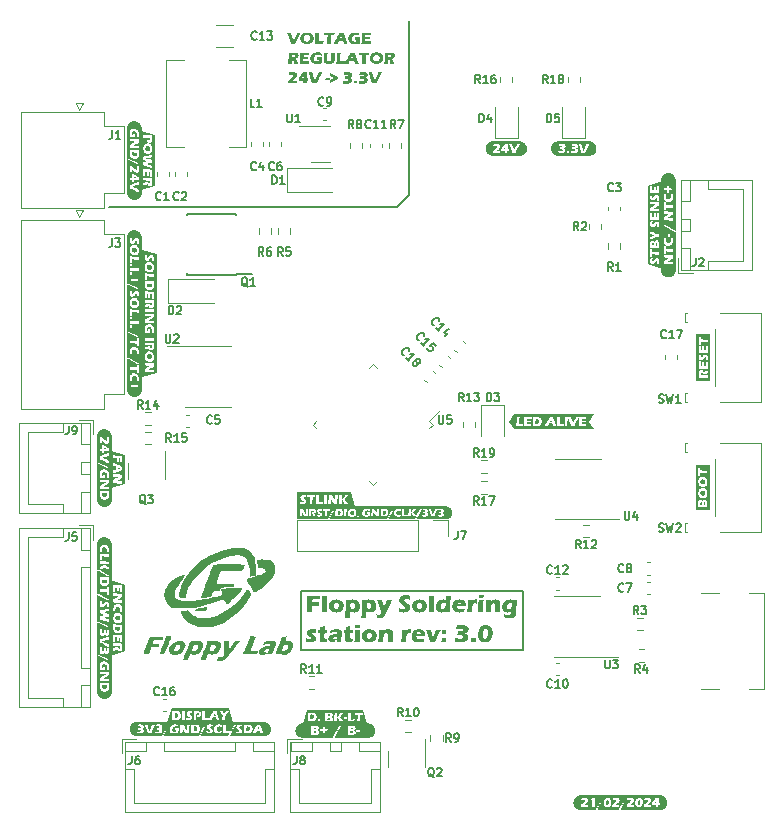
<source format=gbr>
%TF.GenerationSoftware,KiCad,Pcbnew,7.0.7*%
%TF.CreationDate,2024-02-22T09:52:38+01:00*%
%TF.ProjectId,Floppy Soldering station 3.0,466c6f70-7079-4205-936f-6c646572696e,1.0*%
%TF.SameCoordinates,Original*%
%TF.FileFunction,Legend,Top*%
%TF.FilePolarity,Positive*%
%FSLAX46Y46*%
G04 Gerber Fmt 4.6, Leading zero omitted, Abs format (unit mm)*
G04 Created by KiCad (PCBNEW 7.0.7) date 2024-02-22 09:52:38*
%MOMM*%
%LPD*%
G01*
G04 APERTURE LIST*
%ADD10C,0.150000*%
%ADD11C,0.120000*%
G04 APERTURE END LIST*
D10*
X157464000Y-77232000D02*
X157464000Y-62500000D01*
X132064000Y-78248000D02*
X156448000Y-78248000D01*
X148320000Y-110760000D02*
X167116000Y-110760000D01*
X167116000Y-115713000D01*
X148320000Y-115713000D01*
X148320000Y-110760000D01*
X156448000Y-78248000D02*
X157464000Y-77232000D01*
G36*
X148808344Y-112557000D02*
G01*
X148810993Y-112531172D01*
X148813536Y-112505989D01*
X148815973Y-112481450D01*
X148818305Y-112457554D01*
X148820530Y-112434303D01*
X148822650Y-112411696D01*
X148824663Y-112389733D01*
X148826571Y-112368413D01*
X148828373Y-112347738D01*
X148830068Y-112327707D01*
X148831658Y-112308320D01*
X148833143Y-112289576D01*
X148834521Y-112271477D01*
X148835793Y-112254022D01*
X148836959Y-112237211D01*
X148838020Y-112221043D01*
X148839572Y-112197047D01*
X148841117Y-112171951D01*
X148842652Y-112145756D01*
X148844179Y-112118461D01*
X148845698Y-112090068D01*
X148847207Y-112060576D01*
X148847959Y-112045418D01*
X148848709Y-112029984D01*
X148849456Y-112014277D01*
X148850201Y-111998294D01*
X148850944Y-111982037D01*
X148851685Y-111965504D01*
X148852424Y-111948697D01*
X148853161Y-111931616D01*
X148853895Y-111914259D01*
X148854628Y-111896628D01*
X148855358Y-111878722D01*
X148856086Y-111860541D01*
X148856812Y-111842085D01*
X148857536Y-111823355D01*
X148858257Y-111804350D01*
X148858977Y-111785070D01*
X148859694Y-111765515D01*
X148860409Y-111745686D01*
X148861123Y-111725582D01*
X148861833Y-111705203D01*
X148862532Y-111684896D01*
X148863209Y-111665008D01*
X148863863Y-111645540D01*
X148864495Y-111626491D01*
X148865105Y-111607862D01*
X148865693Y-111589652D01*
X148866259Y-111571861D01*
X148866802Y-111554489D01*
X148867324Y-111537537D01*
X148867823Y-111521004D01*
X148868300Y-111504891D01*
X148868754Y-111489196D01*
X148869187Y-111473922D01*
X148869597Y-111459066D01*
X148870351Y-111430613D01*
X148871017Y-111403836D01*
X148871594Y-111378738D01*
X148872082Y-111355316D01*
X148872481Y-111333572D01*
X148872791Y-111313505D01*
X148873013Y-111295115D01*
X148873146Y-111278403D01*
X148873191Y-111263367D01*
X148873191Y-111150161D01*
X148892543Y-111150296D01*
X148911809Y-111150427D01*
X148930991Y-111150554D01*
X148950087Y-111150676D01*
X148969098Y-111150794D01*
X148988024Y-111150908D01*
X149006865Y-111151017D01*
X149025621Y-111151122D01*
X149044292Y-111151223D01*
X149062877Y-111151320D01*
X149081378Y-111151412D01*
X149099793Y-111151500D01*
X149118123Y-111151584D01*
X149136368Y-111151663D01*
X149154527Y-111151738D01*
X149172602Y-111151809D01*
X149190591Y-111151876D01*
X149208496Y-111151938D01*
X149226315Y-111151996D01*
X149244049Y-111152050D01*
X149261697Y-111152099D01*
X149279261Y-111152144D01*
X149296740Y-111152185D01*
X149314133Y-111152221D01*
X149331441Y-111152254D01*
X149348664Y-111152282D01*
X149365802Y-111152305D01*
X149382855Y-111152325D01*
X149399823Y-111152340D01*
X149416705Y-111152350D01*
X149433502Y-111152357D01*
X149450214Y-111152359D01*
X149467001Y-111152357D01*
X149483748Y-111152350D01*
X149500455Y-111152340D01*
X149517122Y-111152325D01*
X149533748Y-111152305D01*
X149550335Y-111152282D01*
X149566881Y-111152254D01*
X149583388Y-111152221D01*
X149599854Y-111152185D01*
X149616280Y-111152144D01*
X149632667Y-111152099D01*
X149649013Y-111152050D01*
X149665319Y-111151996D01*
X149681585Y-111151938D01*
X149697811Y-111151876D01*
X149713997Y-111151809D01*
X149730142Y-111151738D01*
X149746248Y-111151663D01*
X149762314Y-111151584D01*
X149778339Y-111151500D01*
X149794325Y-111151412D01*
X149810270Y-111151320D01*
X149826176Y-111151223D01*
X149842041Y-111151122D01*
X149857866Y-111151017D01*
X149873651Y-111150908D01*
X149889396Y-111150794D01*
X149905101Y-111150676D01*
X149920766Y-111150554D01*
X149936391Y-111150427D01*
X149951976Y-111150296D01*
X149967521Y-111150161D01*
X149965524Y-111178926D01*
X149963657Y-111206421D01*
X149961918Y-111232644D01*
X149960308Y-111257597D01*
X149958827Y-111281279D01*
X149957474Y-111303690D01*
X149956251Y-111324831D01*
X149955156Y-111344700D01*
X149954190Y-111363299D01*
X149953353Y-111380627D01*
X149952644Y-111396684D01*
X149952065Y-111411470D01*
X149951437Y-111431267D01*
X149951099Y-111448204D01*
X149951034Y-111457907D01*
X149861275Y-111454976D01*
X149789101Y-111453877D01*
X149716928Y-111452778D01*
X149513962Y-111452778D01*
X149496033Y-111452855D01*
X149478814Y-111452992D01*
X149463134Y-111453140D01*
X149445085Y-111453327D01*
X149424666Y-111453553D01*
X149409737Y-111453724D01*
X149393754Y-111453913D01*
X149376718Y-111454119D01*
X149358629Y-111454343D01*
X149339487Y-111454583D01*
X149319291Y-111454841D01*
X149308798Y-111454976D01*
X149299639Y-111689449D01*
X149449115Y-111689449D01*
X149615811Y-111689449D01*
X149635045Y-111689397D01*
X149651034Y-111689291D01*
X149668361Y-111689127D01*
X149687029Y-111688905D01*
X149707036Y-111688625D01*
X149728382Y-111688286D01*
X149743357Y-111688029D01*
X149758928Y-111687746D01*
X149775094Y-111687436D01*
X149791855Y-111687102D01*
X149809211Y-111686741D01*
X149827163Y-111686354D01*
X149836362Y-111686152D01*
X149834987Y-111710817D01*
X149833701Y-111734804D01*
X149832503Y-111758112D01*
X149831394Y-111780742D01*
X149830373Y-111802694D01*
X149829442Y-111823968D01*
X149828599Y-111844563D01*
X149827844Y-111864479D01*
X149827179Y-111883718D01*
X149826602Y-111902278D01*
X149826114Y-111920160D01*
X149825715Y-111937363D01*
X149825404Y-111953888D01*
X149825183Y-111969735D01*
X149825049Y-111984903D01*
X149825005Y-111999393D01*
X149804595Y-111998772D01*
X149784854Y-111998191D01*
X149765783Y-111997650D01*
X149747382Y-111997149D01*
X149729650Y-111996688D01*
X149712588Y-111996268D01*
X149696197Y-111995887D01*
X149680474Y-111995546D01*
X149665422Y-111995246D01*
X149644099Y-111994870D01*
X149624283Y-111994585D01*
X149605974Y-111994389D01*
X149589172Y-111994284D01*
X149578808Y-111994264D01*
X149561721Y-111994284D01*
X149544439Y-111994344D01*
X149526962Y-111994444D01*
X149509291Y-111994585D01*
X149491425Y-111994765D01*
X149473364Y-111994985D01*
X149455109Y-111995246D01*
X149436659Y-111995546D01*
X149418014Y-111995887D01*
X149399175Y-111996268D01*
X149380142Y-111996688D01*
X149360913Y-111997149D01*
X149341490Y-111997650D01*
X149321872Y-111998191D01*
X149302060Y-111998772D01*
X149282053Y-111999393D01*
X149271795Y-112372352D01*
X149270696Y-112511570D01*
X149270696Y-112557000D01*
X149049412Y-112554801D01*
X149033011Y-112554879D01*
X149014693Y-112555016D01*
X148997078Y-112555164D01*
X148976139Y-112555351D01*
X148960334Y-112555497D01*
X148943052Y-112555660D01*
X148924293Y-112555840D01*
X148904057Y-112556038D01*
X148882344Y-112556252D01*
X148859154Y-112556484D01*
X148834488Y-112556733D01*
X148808344Y-112557000D01*
G37*
G36*
X150077796Y-112557000D02*
G01*
X150096481Y-112335349D01*
X150136415Y-111564885D01*
X150147772Y-111150161D01*
X150165400Y-111150427D01*
X150182474Y-111150676D01*
X150198991Y-111150908D01*
X150214954Y-111151122D01*
X150230361Y-111151320D01*
X150245213Y-111151500D01*
X150266450Y-111151738D01*
X150286438Y-111151938D01*
X150305176Y-111152099D01*
X150322665Y-111152221D01*
X150338905Y-111152305D01*
X150353895Y-111152350D01*
X150363194Y-111152359D01*
X150380950Y-111152340D01*
X150399048Y-111152282D01*
X150417487Y-111152185D01*
X150436267Y-111152050D01*
X150455388Y-111151876D01*
X150474851Y-111151663D01*
X150494655Y-111151412D01*
X150514800Y-111151122D01*
X150535287Y-111150794D01*
X150556115Y-111150427D01*
X150570190Y-111150161D01*
X150546376Y-111466699D01*
X150508274Y-112245590D01*
X150500214Y-112557000D01*
X150479728Y-112556803D01*
X150459621Y-112556626D01*
X150439894Y-112556468D01*
X150420547Y-112556330D01*
X150401581Y-112556211D01*
X150382994Y-112556111D01*
X150364787Y-112556030D01*
X150346960Y-112555969D01*
X150329513Y-112555927D01*
X150312446Y-112555905D01*
X150301279Y-112555900D01*
X150077796Y-112557000D01*
G37*
G36*
X151358064Y-111478576D02*
G01*
X151373930Y-111479036D01*
X151389720Y-111479801D01*
X151405432Y-111480873D01*
X151421067Y-111482251D01*
X151436624Y-111483936D01*
X151452105Y-111485926D01*
X151467508Y-111488223D01*
X151482833Y-111490827D01*
X151498082Y-111493736D01*
X151513253Y-111496952D01*
X151528347Y-111500474D01*
X151543364Y-111504302D01*
X151558303Y-111508436D01*
X151573165Y-111512877D01*
X151587950Y-111517624D01*
X151602553Y-111522614D01*
X151616870Y-111527877D01*
X151630900Y-111533411D01*
X151644645Y-111539217D01*
X151658103Y-111545295D01*
X151677754Y-111554921D01*
X151696760Y-111565160D01*
X151715123Y-111576010D01*
X151732841Y-111587472D01*
X151749916Y-111599546D01*
X151766346Y-111612232D01*
X151782133Y-111625529D01*
X151787252Y-111630098D01*
X151802125Y-111644056D01*
X151816245Y-111658451D01*
X151829611Y-111673285D01*
X151842224Y-111688556D01*
X151854083Y-111704265D01*
X151865189Y-111720412D01*
X151875541Y-111736998D01*
X151885140Y-111754021D01*
X151893985Y-111771482D01*
X151902077Y-111789380D01*
X151907053Y-111801556D01*
X151913993Y-111820033D01*
X151920251Y-111838780D01*
X151925826Y-111857797D01*
X151930718Y-111877085D01*
X151934928Y-111896643D01*
X151938455Y-111916472D01*
X151941299Y-111936571D01*
X151943461Y-111956941D01*
X151944940Y-111977581D01*
X151945736Y-111998491D01*
X151945888Y-112012582D01*
X151945585Y-112033097D01*
X151944677Y-112053425D01*
X151943164Y-112073566D01*
X151941045Y-112093520D01*
X151938321Y-112113288D01*
X151934991Y-112132868D01*
X151931057Y-112152263D01*
X151926516Y-112171470D01*
X151921371Y-112190490D01*
X151915620Y-112209324D01*
X151911450Y-112221776D01*
X151904571Y-112240217D01*
X151896848Y-112258446D01*
X151888282Y-112276461D01*
X151878872Y-112294265D01*
X151868618Y-112311856D01*
X151857521Y-112329234D01*
X151845580Y-112346400D01*
X151832796Y-112363353D01*
X151819168Y-112380094D01*
X151804696Y-112396622D01*
X151794579Y-112407523D01*
X151784099Y-112418206D01*
X151773267Y-112428549D01*
X151762083Y-112438551D01*
X151750547Y-112448212D01*
X151738659Y-112457533D01*
X151726418Y-112466513D01*
X151713826Y-112475153D01*
X151700882Y-112483452D01*
X151687585Y-112491410D01*
X151673937Y-112499028D01*
X151659936Y-112506305D01*
X151645584Y-112513242D01*
X151630879Y-112519838D01*
X151615822Y-112526093D01*
X151600413Y-112532008D01*
X151584653Y-112537582D01*
X151568703Y-112542773D01*
X151552636Y-112547629D01*
X151536451Y-112552149D01*
X151520150Y-112556335D01*
X151503731Y-112560187D01*
X151487194Y-112563703D01*
X151470540Y-112566884D01*
X151453769Y-112569731D01*
X151436881Y-112572242D01*
X151419875Y-112574419D01*
X151402751Y-112576261D01*
X151385511Y-112577768D01*
X151368153Y-112578940D01*
X151350678Y-112579777D01*
X151333085Y-112580279D01*
X151315375Y-112580447D01*
X151299066Y-112580299D01*
X151282837Y-112579857D01*
X151266689Y-112579120D01*
X151250620Y-112578088D01*
X151234632Y-112576762D01*
X151218723Y-112575140D01*
X151202895Y-112573224D01*
X151187147Y-112571013D01*
X151171480Y-112568507D01*
X151155892Y-112565706D01*
X151140384Y-112562611D01*
X151124957Y-112559221D01*
X151109610Y-112555535D01*
X151094343Y-112551556D01*
X151079156Y-112547281D01*
X151064049Y-112542711D01*
X151049137Y-112537813D01*
X151034534Y-112532642D01*
X151020240Y-112527199D01*
X151006255Y-112521485D01*
X150992579Y-112515499D01*
X150979213Y-112509240D01*
X150959743Y-112499343D01*
X150940968Y-112488834D01*
X150922889Y-112477713D01*
X150905505Y-112465981D01*
X150888817Y-112453636D01*
X150872824Y-112440680D01*
X150862549Y-112431703D01*
X150847722Y-112417716D01*
X150833603Y-112403234D01*
X150820193Y-112388255D01*
X150807491Y-112372781D01*
X150795498Y-112356811D01*
X150784213Y-112340345D01*
X150773636Y-112323383D01*
X150763768Y-112305925D01*
X150754608Y-112287972D01*
X150746156Y-112269522D01*
X150740916Y-112256947D01*
X150733648Y-112237763D01*
X150727096Y-112218406D01*
X150721258Y-112198874D01*
X150716135Y-112179169D01*
X150711726Y-112159290D01*
X150708033Y-112139237D01*
X150705055Y-112119010D01*
X150702791Y-112098609D01*
X150701242Y-112078034D01*
X150700408Y-112057286D01*
X150700324Y-112049951D01*
X151113508Y-112049951D01*
X151114004Y-112069974D01*
X151115492Y-112089102D01*
X151117971Y-112107335D01*
X151121442Y-112124672D01*
X151125905Y-112141115D01*
X151131360Y-112156662D01*
X151137806Y-112171314D01*
X151145245Y-112185071D01*
X151153674Y-112197933D01*
X151163096Y-112209899D01*
X151169928Y-112217380D01*
X151180827Y-112227790D01*
X151192228Y-112237176D01*
X151208211Y-112248099D01*
X151225086Y-112257200D01*
X151242855Y-112264482D01*
X151261517Y-112269943D01*
X151276099Y-112272844D01*
X151291183Y-112274722D01*
X151306770Y-112275575D01*
X151312078Y-112275632D01*
X151328163Y-112275111D01*
X151343814Y-112273548D01*
X151359030Y-112270943D01*
X151373810Y-112267297D01*
X151388155Y-112262609D01*
X151402066Y-112256878D01*
X151415541Y-112250106D01*
X151428581Y-112242293D01*
X151441095Y-112233460D01*
X151452807Y-112223631D01*
X151463718Y-112212806D01*
X151473827Y-112200985D01*
X151483135Y-112188168D01*
X151491642Y-112174355D01*
X151499347Y-112159546D01*
X151506251Y-112143741D01*
X151512433Y-112127294D01*
X151517791Y-112110562D01*
X151522325Y-112093543D01*
X151526034Y-112076238D01*
X151528920Y-112058647D01*
X151530980Y-112040769D01*
X151532217Y-112022606D01*
X151532629Y-112004156D01*
X151532308Y-111988872D01*
X151531347Y-111973977D01*
X151529243Y-111955905D01*
X151526137Y-111938442D01*
X151522030Y-111921587D01*
X151516921Y-111905341D01*
X151512113Y-111892781D01*
X151505057Y-111877703D01*
X151496714Y-111863608D01*
X151487082Y-111850497D01*
X151476163Y-111838370D01*
X151463956Y-111827227D01*
X151450460Y-111817068D01*
X151444702Y-111813280D01*
X151429653Y-111804625D01*
X151413818Y-111797438D01*
X151397196Y-111791717D01*
X151379786Y-111787463D01*
X151365292Y-111785116D01*
X151350294Y-111783708D01*
X151334792Y-111783238D01*
X151318529Y-111783753D01*
X151302712Y-111785299D01*
X151287342Y-111787875D01*
X151272419Y-111791481D01*
X151257942Y-111796118D01*
X151243911Y-111801785D01*
X151230327Y-111808483D01*
X151217189Y-111816211D01*
X151204756Y-111824843D01*
X151193101Y-111834438D01*
X151182224Y-111844993D01*
X151172127Y-111856511D01*
X151162807Y-111868990D01*
X151154266Y-111882431D01*
X151146504Y-111896834D01*
X151139520Y-111912198D01*
X151133424Y-111928135D01*
X151128140Y-111944438D01*
X151123669Y-111961108D01*
X151120011Y-111978144D01*
X151117166Y-111995546D01*
X151115134Y-112013315D01*
X151113915Y-112031450D01*
X151113508Y-112049951D01*
X150700324Y-112049951D01*
X150700249Y-112043357D01*
X150700597Y-112022430D01*
X150701640Y-112001690D01*
X150703379Y-111981137D01*
X150705813Y-111960770D01*
X150708943Y-111940591D01*
X150712769Y-111920598D01*
X150717290Y-111900791D01*
X150722506Y-111881172D01*
X150728418Y-111861739D01*
X150735025Y-111842493D01*
X150739817Y-111829766D01*
X150747707Y-111810853D01*
X150756402Y-111792307D01*
X150765902Y-111774128D01*
X150776207Y-111756316D01*
X150787317Y-111738871D01*
X150799232Y-111721793D01*
X150811952Y-111705083D01*
X150825477Y-111688739D01*
X150839807Y-111672763D01*
X150854942Y-111657153D01*
X150865480Y-111646951D01*
X150876400Y-111636931D01*
X150887639Y-111627207D01*
X150899195Y-111617777D01*
X150911069Y-111608643D01*
X150923261Y-111599803D01*
X150935770Y-111591258D01*
X150948597Y-111583007D01*
X150961742Y-111575052D01*
X150975204Y-111567391D01*
X150988984Y-111560025D01*
X151003082Y-111552954D01*
X151017498Y-111546178D01*
X151032231Y-111539696D01*
X151047282Y-111533509D01*
X151062651Y-111527618D01*
X151078337Y-111522020D01*
X151094223Y-111516741D01*
X151110188Y-111511802D01*
X151126234Y-111507204D01*
X151142359Y-111502947D01*
X151158565Y-111499030D01*
X151174851Y-111495453D01*
X151191218Y-111492218D01*
X151207664Y-111489322D01*
X151224190Y-111486768D01*
X151240797Y-111484554D01*
X151257484Y-111482681D01*
X151274251Y-111481148D01*
X151291098Y-111479956D01*
X151308025Y-111479104D01*
X151325032Y-111478593D01*
X151342120Y-111478423D01*
X151358064Y-111478576D01*
G37*
G36*
X152718320Y-111478543D02*
G01*
X152736588Y-111478904D01*
X152754670Y-111479505D01*
X152772566Y-111480346D01*
X152790276Y-111481428D01*
X152807800Y-111482751D01*
X152825138Y-111484314D01*
X152842290Y-111486117D01*
X152859255Y-111488160D01*
X152876035Y-111490444D01*
X152892629Y-111492969D01*
X152909037Y-111495734D01*
X152925258Y-111498739D01*
X152941294Y-111501985D01*
X152957143Y-111505471D01*
X152972807Y-111509198D01*
X152988230Y-111513229D01*
X153003267Y-111517630D01*
X153017917Y-111522400D01*
X153032181Y-111527539D01*
X153046058Y-111533047D01*
X153059549Y-111538925D01*
X153079061Y-111548433D01*
X153097704Y-111558773D01*
X153115478Y-111569943D01*
X153132381Y-111581944D01*
X153148416Y-111594776D01*
X153163581Y-111608438D01*
X153173208Y-111618008D01*
X153187096Y-111632904D01*
X153200321Y-111648327D01*
X153212882Y-111664279D01*
X153224780Y-111680759D01*
X153236014Y-111697767D01*
X153246585Y-111715303D01*
X153256493Y-111733368D01*
X153265738Y-111751960D01*
X153274319Y-111771080D01*
X153282237Y-111790729D01*
X153287147Y-111804121D01*
X153293957Y-111824407D01*
X153300096Y-111844873D01*
X153305566Y-111865520D01*
X153310366Y-111886347D01*
X153314496Y-111907354D01*
X153317956Y-111928542D01*
X153320747Y-111949910D01*
X153322868Y-111971458D01*
X153324319Y-111993186D01*
X153325100Y-112015095D01*
X153325249Y-112029801D01*
X153324976Y-112050005D01*
X153324155Y-112070086D01*
X153322786Y-112090044D01*
X153320870Y-112109881D01*
X153318407Y-112129594D01*
X153315396Y-112149186D01*
X153311838Y-112168655D01*
X153307733Y-112188002D01*
X153303080Y-112207226D01*
X153297879Y-112226329D01*
X153294108Y-112238995D01*
X153288045Y-112257781D01*
X153281396Y-112276218D01*
X153274160Y-112294308D01*
X153266339Y-112312051D01*
X153257932Y-112329445D01*
X153248938Y-112346492D01*
X153239359Y-112363191D01*
X153229193Y-112379542D01*
X153218442Y-112395545D01*
X153207104Y-112411201D01*
X153199220Y-112421445D01*
X153187100Y-112436259D01*
X153174645Y-112450339D01*
X153161855Y-112463685D01*
X153148730Y-112476296D01*
X153135271Y-112488174D01*
X153121476Y-112499317D01*
X153107347Y-112509726D01*
X153092883Y-112519401D01*
X153078084Y-112528342D01*
X153062950Y-112536549D01*
X153052674Y-112541612D01*
X153036979Y-112548552D01*
X153020942Y-112554810D01*
X153004564Y-112560385D01*
X152987845Y-112565277D01*
X152970784Y-112569487D01*
X152953382Y-112573014D01*
X152935639Y-112575858D01*
X152917555Y-112578020D01*
X152899129Y-112579499D01*
X152880361Y-112580295D01*
X152867660Y-112580447D01*
X152851771Y-112580205D01*
X152835704Y-112579481D01*
X152819457Y-112578273D01*
X152803031Y-112576583D01*
X152786427Y-112574409D01*
X152769644Y-112571753D01*
X152762880Y-112570555D01*
X152746176Y-112567364D01*
X152729721Y-112563743D01*
X152713518Y-112559693D01*
X152697564Y-112555213D01*
X152681861Y-112550305D01*
X152666409Y-112544967D01*
X152660298Y-112542711D01*
X152645570Y-112536863D01*
X152631612Y-112530998D01*
X152615877Y-112523935D01*
X152601249Y-112516847D01*
X152587729Y-112509733D01*
X152579332Y-112504976D01*
X152566675Y-112497239D01*
X152552885Y-112488318D01*
X152540527Y-112479978D01*
X152527382Y-112470815D01*
X152513451Y-112460830D01*
X152498732Y-112450021D01*
X152487374Y-112743845D01*
X152486531Y-112768738D01*
X152485743Y-112792858D01*
X152485009Y-112816205D01*
X152484329Y-112838779D01*
X152483703Y-112860581D01*
X152483132Y-112881610D01*
X152482616Y-112901866D01*
X152482154Y-112921349D01*
X152481746Y-112940059D01*
X152481392Y-112957997D01*
X152481093Y-112975161D01*
X152480848Y-112991553D01*
X152480658Y-113007172D01*
X152480522Y-113022019D01*
X152480420Y-113042839D01*
X152480413Y-113049393D01*
X152465616Y-113049171D01*
X152443913Y-113048865D01*
X152422803Y-113048592D01*
X152402285Y-113048350D01*
X152382359Y-113048141D01*
X152363026Y-113047964D01*
X152344286Y-113047819D01*
X152326138Y-113047706D01*
X152308583Y-113047626D01*
X152291620Y-113047577D01*
X152275249Y-113047561D01*
X152255712Y-113047590D01*
X152239699Y-113047649D01*
X152222520Y-113047740D01*
X152204176Y-113047864D01*
X152184666Y-113048019D01*
X152163990Y-113048207D01*
X152142149Y-113048427D01*
X152126940Y-113048592D01*
X152111214Y-113048771D01*
X152094969Y-113048964D01*
X152078207Y-113049171D01*
X152060926Y-113049393D01*
X152063373Y-113022699D01*
X152065769Y-112996013D01*
X152068113Y-112969335D01*
X152070406Y-112942667D01*
X152072647Y-112916006D01*
X152074837Y-112889355D01*
X152076975Y-112862712D01*
X152079061Y-112836077D01*
X152081096Y-112809452D01*
X152083080Y-112782834D01*
X152085012Y-112756226D01*
X152086892Y-112729626D01*
X152088721Y-112703034D01*
X152090499Y-112676451D01*
X152092225Y-112649877D01*
X152093899Y-112623311D01*
X152095373Y-112600711D01*
X152096817Y-112578340D01*
X152098232Y-112556198D01*
X152099618Y-112534285D01*
X152100974Y-112512601D01*
X152102301Y-112491146D01*
X152103599Y-112469919D01*
X152104867Y-112448922D01*
X152106106Y-112428154D01*
X152107316Y-112407614D01*
X152108496Y-112387304D01*
X152109647Y-112367223D01*
X152110769Y-112347370D01*
X152111861Y-112327747D01*
X152112924Y-112308353D01*
X152113957Y-112289187D01*
X152114962Y-112270251D01*
X152115937Y-112251543D01*
X152116882Y-112233065D01*
X152117799Y-112214815D01*
X152118685Y-112196795D01*
X152119543Y-112179003D01*
X152120371Y-112161441D01*
X152121170Y-112144107D01*
X152121940Y-112127002D01*
X152122680Y-112110127D01*
X152123391Y-112093480D01*
X152124073Y-112077062D01*
X152124725Y-112060874D01*
X152125348Y-112044914D01*
X152125941Y-112029183D01*
X152125985Y-112027969D01*
X152515218Y-112027969D01*
X152515447Y-112042719D01*
X152516463Y-112061684D01*
X152518292Y-112079848D01*
X152520933Y-112097210D01*
X152524388Y-112113771D01*
X152528656Y-112129530D01*
X152533736Y-112144488D01*
X152539629Y-112158645D01*
X152541230Y-112162059D01*
X152548145Y-112175231D01*
X152557690Y-112190617D01*
X152568238Y-112204805D01*
X152579787Y-112217794D01*
X152592338Y-112229584D01*
X152605890Y-112240176D01*
X152614503Y-112245956D01*
X152629327Y-112254505D01*
X152644492Y-112261605D01*
X152659996Y-112267257D01*
X152675840Y-112271459D01*
X152692024Y-112274212D01*
X152708548Y-112275516D01*
X152715253Y-112275632D01*
X152732660Y-112274880D01*
X152749621Y-112272626D01*
X152766134Y-112268870D01*
X152782200Y-112263610D01*
X152797819Y-112256848D01*
X152812991Y-112248584D01*
X152818934Y-112244857D01*
X152833334Y-112234498D01*
X152846769Y-112222653D01*
X152859238Y-112209324D01*
X152868517Y-112197592D01*
X152877178Y-112184910D01*
X152885221Y-112171277D01*
X152892645Y-112156694D01*
X152894405Y-112152900D01*
X152900931Y-112137272D01*
X152906587Y-112121163D01*
X152911372Y-112104574D01*
X152915288Y-112087504D01*
X152918333Y-112069953D01*
X152920508Y-112051921D01*
X152921814Y-112033408D01*
X152922249Y-112014414D01*
X152921737Y-111995197D01*
X152920201Y-111976701D01*
X152917641Y-111958927D01*
X152914057Y-111941874D01*
X152909449Y-111925542D01*
X152903817Y-111909932D01*
X152897162Y-111895042D01*
X152889482Y-111880874D01*
X152880778Y-111867428D01*
X152871051Y-111854702D01*
X152863997Y-111846619D01*
X152852611Y-111835292D01*
X152840298Y-111825080D01*
X152827057Y-111815981D01*
X152812889Y-111807996D01*
X152797794Y-111801126D01*
X152781771Y-111795370D01*
X152764821Y-111790728D01*
X152746943Y-111787199D01*
X152728139Y-111784786D01*
X152708406Y-111783486D01*
X152694736Y-111783238D01*
X152676951Y-111783610D01*
X152658581Y-111784727D01*
X152639627Y-111786587D01*
X152625029Y-111788471D01*
X152610102Y-111790773D01*
X152594847Y-111793494D01*
X152579263Y-111796633D01*
X152563351Y-111800191D01*
X152547110Y-111804168D01*
X152536101Y-111807052D01*
X152533121Y-111822847D01*
X152530502Y-111837534D01*
X152527903Y-111853270D01*
X152525533Y-111869407D01*
X152524377Y-111878493D01*
X152522889Y-111893445D01*
X152521549Y-111908519D01*
X152520174Y-111925452D01*
X152518967Y-111941445D01*
X152518149Y-111952865D01*
X152517153Y-111969793D01*
X152516363Y-111985408D01*
X152515702Y-112001965D01*
X152515321Y-112016734D01*
X152515218Y-112027969D01*
X152125985Y-112027969D01*
X152126505Y-112013681D01*
X152127046Y-111998276D01*
X152127570Y-111982879D01*
X152128077Y-111967493D01*
X152128566Y-111952115D01*
X152129038Y-111936747D01*
X152129494Y-111921388D01*
X152129932Y-111906038D01*
X152130352Y-111890697D01*
X152130756Y-111875366D01*
X152131142Y-111860044D01*
X152131511Y-111844732D01*
X152131864Y-111829429D01*
X152132198Y-111814135D01*
X152132516Y-111798850D01*
X152132817Y-111783575D01*
X152133100Y-111768309D01*
X152133366Y-111753052D01*
X152133615Y-111737805D01*
X152133847Y-111722567D01*
X152134062Y-111707338D01*
X152134259Y-111692118D01*
X152134440Y-111676908D01*
X152134603Y-111661707D01*
X152134749Y-111646516D01*
X152134877Y-111631333D01*
X152134989Y-111616160D01*
X152135084Y-111600997D01*
X152135161Y-111585842D01*
X152135221Y-111570697D01*
X152135264Y-111555561D01*
X152135290Y-111540435D01*
X152135298Y-111525318D01*
X152161093Y-111521909D01*
X152186177Y-111518643D01*
X152210552Y-111515520D01*
X152234217Y-111512541D01*
X152257172Y-111509704D01*
X152279417Y-111507011D01*
X152300952Y-111504461D01*
X152321778Y-111502054D01*
X152341893Y-111499790D01*
X152361299Y-111497669D01*
X152379995Y-111495691D01*
X152397981Y-111493856D01*
X152415258Y-111492165D01*
X152431824Y-111490616D01*
X152447681Y-111489211D01*
X152462828Y-111487949D01*
X152477664Y-111486795D01*
X152492498Y-111485716D01*
X152507328Y-111484711D01*
X152522156Y-111483781D01*
X152536981Y-111482925D01*
X152551803Y-111482144D01*
X152566622Y-111481437D01*
X152581438Y-111480804D01*
X152596252Y-111480246D01*
X152611062Y-111479763D01*
X152625870Y-111479353D01*
X152640675Y-111479018D01*
X152655477Y-111478758D01*
X152670276Y-111478572D01*
X152685072Y-111478460D01*
X152699866Y-111478423D01*
X152718320Y-111478543D01*
G37*
G36*
X154097315Y-111478543D02*
G01*
X154115583Y-111478904D01*
X154133665Y-111479505D01*
X154151561Y-111480346D01*
X154169271Y-111481428D01*
X154186795Y-111482751D01*
X154204133Y-111484314D01*
X154221285Y-111486117D01*
X154238251Y-111488160D01*
X154255030Y-111490444D01*
X154271624Y-111492969D01*
X154288032Y-111495734D01*
X154304253Y-111498739D01*
X154320289Y-111501985D01*
X154336139Y-111505471D01*
X154351802Y-111509198D01*
X154367225Y-111513229D01*
X154382262Y-111517630D01*
X154396912Y-111522400D01*
X154411176Y-111527539D01*
X154425053Y-111533047D01*
X154438544Y-111538925D01*
X154458057Y-111548433D01*
X154476699Y-111558773D01*
X154494473Y-111569943D01*
X154511377Y-111581944D01*
X154527411Y-111594776D01*
X154542576Y-111608438D01*
X154552203Y-111618008D01*
X154566091Y-111632904D01*
X154579316Y-111648327D01*
X154591877Y-111664279D01*
X154603775Y-111680759D01*
X154615009Y-111697767D01*
X154625581Y-111715303D01*
X154635489Y-111733368D01*
X154644733Y-111751960D01*
X154653314Y-111771080D01*
X154661232Y-111790729D01*
X154666143Y-111804121D01*
X154672952Y-111824407D01*
X154679091Y-111844873D01*
X154684561Y-111865520D01*
X154689361Y-111886347D01*
X154693491Y-111907354D01*
X154696952Y-111928542D01*
X154699742Y-111949910D01*
X154701863Y-111971458D01*
X154703314Y-111993186D01*
X154704096Y-112015095D01*
X154704244Y-112029801D01*
X154703971Y-112050005D01*
X154703150Y-112070086D01*
X154701781Y-112090044D01*
X154699865Y-112109881D01*
X154697402Y-112129594D01*
X154694391Y-112149186D01*
X154690833Y-112168655D01*
X154686728Y-112188002D01*
X154682075Y-112207226D01*
X154676874Y-112226329D01*
X154673103Y-112238995D01*
X154667040Y-112257781D01*
X154660391Y-112276218D01*
X154653156Y-112294308D01*
X154645334Y-112312051D01*
X154636927Y-112329445D01*
X154627933Y-112346492D01*
X154618354Y-112363191D01*
X154608188Y-112379542D01*
X154597437Y-112395545D01*
X154586099Y-112411201D01*
X154578215Y-112421445D01*
X154566095Y-112436259D01*
X154553640Y-112450339D01*
X154540850Y-112463685D01*
X154527726Y-112476296D01*
X154514266Y-112488174D01*
X154500471Y-112499317D01*
X154486342Y-112509726D01*
X154471878Y-112519401D01*
X154457079Y-112528342D01*
X154441945Y-112536549D01*
X154431669Y-112541612D01*
X154415974Y-112548552D01*
X154399937Y-112554810D01*
X154383559Y-112560385D01*
X154366840Y-112565277D01*
X154349779Y-112569487D01*
X154332378Y-112573014D01*
X154314634Y-112575858D01*
X154296550Y-112578020D01*
X154278124Y-112579499D01*
X154259357Y-112580295D01*
X154246655Y-112580447D01*
X154230767Y-112580205D01*
X154214699Y-112579481D01*
X154198452Y-112578273D01*
X154182027Y-112576583D01*
X154165422Y-112574409D01*
X154148639Y-112571753D01*
X154141875Y-112570555D01*
X154125171Y-112567364D01*
X154108716Y-112563743D01*
X154092513Y-112559693D01*
X154076559Y-112555213D01*
X154060857Y-112550305D01*
X154045404Y-112544967D01*
X154039293Y-112542711D01*
X154024565Y-112536863D01*
X154010607Y-112530998D01*
X153994872Y-112523935D01*
X153980244Y-112516847D01*
X153966725Y-112509733D01*
X153958327Y-112504976D01*
X153945670Y-112497239D01*
X153931880Y-112488318D01*
X153919522Y-112479978D01*
X153906377Y-112470815D01*
X153892446Y-112460830D01*
X153877727Y-112450021D01*
X153866369Y-112743845D01*
X153865526Y-112768738D01*
X153864738Y-112792858D01*
X153864004Y-112816205D01*
X153863324Y-112838779D01*
X153862699Y-112860581D01*
X153862128Y-112881610D01*
X153861611Y-112901866D01*
X153861149Y-112921349D01*
X153860741Y-112940059D01*
X153860387Y-112957997D01*
X153860088Y-112975161D01*
X153859843Y-112991553D01*
X153859653Y-113007172D01*
X153859517Y-113022019D01*
X153859415Y-113042839D01*
X153859408Y-113049393D01*
X153844611Y-113049171D01*
X153822908Y-113048865D01*
X153801798Y-113048592D01*
X153781280Y-113048350D01*
X153761354Y-113048141D01*
X153742022Y-113047964D01*
X153723281Y-113047819D01*
X153705133Y-113047706D01*
X153687578Y-113047626D01*
X153670615Y-113047577D01*
X153654244Y-113047561D01*
X153634707Y-113047590D01*
X153618694Y-113047649D01*
X153601515Y-113047740D01*
X153583171Y-113047864D01*
X153563661Y-113048019D01*
X153542985Y-113048207D01*
X153521144Y-113048427D01*
X153505936Y-113048592D01*
X153490209Y-113048771D01*
X153473965Y-113048964D01*
X153457202Y-113049171D01*
X153439921Y-113049393D01*
X153442369Y-113022699D01*
X153444764Y-112996013D01*
X153447108Y-112969335D01*
X153449401Y-112942667D01*
X153451642Y-112916006D01*
X153453832Y-112889355D01*
X153455970Y-112862712D01*
X153458056Y-112836077D01*
X153460091Y-112809452D01*
X153462075Y-112782834D01*
X153464007Y-112756226D01*
X153465887Y-112729626D01*
X153467716Y-112703034D01*
X153469494Y-112676451D01*
X153471220Y-112649877D01*
X153472894Y-112623311D01*
X153474368Y-112600711D01*
X153475812Y-112578340D01*
X153477227Y-112556198D01*
X153478613Y-112534285D01*
X153479969Y-112512601D01*
X153481296Y-112491146D01*
X153482594Y-112469919D01*
X153483862Y-112448922D01*
X153485101Y-112428154D01*
X153486311Y-112407614D01*
X153487491Y-112387304D01*
X153488642Y-112367223D01*
X153489764Y-112347370D01*
X153490856Y-112327747D01*
X153491919Y-112308353D01*
X153492953Y-112289187D01*
X153493957Y-112270251D01*
X153494932Y-112251543D01*
X153495877Y-112233065D01*
X153496794Y-112214815D01*
X153497681Y-112196795D01*
X153498538Y-112179003D01*
X153499366Y-112161441D01*
X153500165Y-112144107D01*
X153500935Y-112127002D01*
X153501675Y-112110127D01*
X153502386Y-112093480D01*
X153503068Y-112077062D01*
X153503720Y-112060874D01*
X153504343Y-112044914D01*
X153504936Y-112029183D01*
X153504980Y-112027969D01*
X153894213Y-112027969D01*
X153894442Y-112042719D01*
X153895458Y-112061684D01*
X153897287Y-112079848D01*
X153899929Y-112097210D01*
X153903383Y-112113771D01*
X153907651Y-112129530D01*
X153912731Y-112144488D01*
X153918625Y-112158645D01*
X153920225Y-112162059D01*
X153927140Y-112175231D01*
X153936686Y-112190617D01*
X153947233Y-112204805D01*
X153958782Y-112217794D01*
X153971333Y-112229584D01*
X153984885Y-112240176D01*
X153993498Y-112245956D01*
X154008322Y-112254505D01*
X154023487Y-112261605D01*
X154038991Y-112267257D01*
X154054835Y-112271459D01*
X154071019Y-112274212D01*
X154087543Y-112275516D01*
X154094248Y-112275632D01*
X154111656Y-112274880D01*
X154128616Y-112272626D01*
X154145129Y-112268870D01*
X154161195Y-112263610D01*
X154176814Y-112256848D01*
X154191986Y-112248584D01*
X154197929Y-112244857D01*
X154212330Y-112234498D01*
X154225764Y-112222653D01*
X154238233Y-112209324D01*
X154247512Y-112197592D01*
X154256173Y-112184910D01*
X154264216Y-112171277D01*
X154271641Y-112156694D01*
X154273400Y-112152900D01*
X154279926Y-112137272D01*
X154285582Y-112121163D01*
X154290367Y-112104574D01*
X154294283Y-112087504D01*
X154297328Y-112069953D01*
X154299504Y-112051921D01*
X154300809Y-112033408D01*
X154301244Y-112014414D01*
X154300732Y-111995197D01*
X154299196Y-111976701D01*
X154296636Y-111958927D01*
X154293052Y-111941874D01*
X154288444Y-111925542D01*
X154282812Y-111909932D01*
X154276157Y-111895042D01*
X154268477Y-111880874D01*
X154259773Y-111867428D01*
X154250046Y-111854702D01*
X154242992Y-111846619D01*
X154231606Y-111835292D01*
X154219293Y-111825080D01*
X154206052Y-111815981D01*
X154191884Y-111807996D01*
X154176789Y-111801126D01*
X154160766Y-111795370D01*
X154143816Y-111790728D01*
X154125938Y-111787199D01*
X154107134Y-111784786D01*
X154087401Y-111783486D01*
X154073732Y-111783238D01*
X154055946Y-111783610D01*
X154037576Y-111784727D01*
X154018622Y-111786587D01*
X154004024Y-111788471D01*
X153989097Y-111790773D01*
X153973842Y-111793494D01*
X153958258Y-111796633D01*
X153942346Y-111800191D01*
X153926105Y-111804168D01*
X153915096Y-111807052D01*
X153912116Y-111822847D01*
X153909497Y-111837534D01*
X153906898Y-111853270D01*
X153904528Y-111869407D01*
X153903372Y-111878493D01*
X153901884Y-111893445D01*
X153900544Y-111908519D01*
X153899169Y-111925452D01*
X153897963Y-111941445D01*
X153897144Y-111952865D01*
X153896148Y-111969793D01*
X153895358Y-111985408D01*
X153894697Y-112001965D01*
X153894316Y-112016734D01*
X153894213Y-112027969D01*
X153504980Y-112027969D01*
X153505501Y-112013681D01*
X153506042Y-111998276D01*
X153506565Y-111982879D01*
X153507072Y-111967493D01*
X153507561Y-111952115D01*
X153508034Y-111936747D01*
X153508489Y-111921388D01*
X153508927Y-111906038D01*
X153509347Y-111890697D01*
X153509751Y-111875366D01*
X153510137Y-111860044D01*
X153510507Y-111844732D01*
X153510859Y-111829429D01*
X153511194Y-111814135D01*
X153511511Y-111798850D01*
X153511812Y-111783575D01*
X153512095Y-111768309D01*
X153512361Y-111753052D01*
X153512610Y-111737805D01*
X153512842Y-111722567D01*
X153513057Y-111707338D01*
X153513254Y-111692118D01*
X153513435Y-111676908D01*
X153513598Y-111661707D01*
X153513744Y-111646516D01*
X153513873Y-111631333D01*
X153513984Y-111616160D01*
X153514079Y-111600997D01*
X153514156Y-111585842D01*
X153514216Y-111570697D01*
X153514259Y-111555561D01*
X153514285Y-111540435D01*
X153514293Y-111525318D01*
X153540088Y-111521909D01*
X153565172Y-111518643D01*
X153589547Y-111515520D01*
X153613212Y-111512541D01*
X153636167Y-111509704D01*
X153658412Y-111507011D01*
X153679947Y-111504461D01*
X153700773Y-111502054D01*
X153720888Y-111499790D01*
X153740294Y-111497669D01*
X153758990Y-111495691D01*
X153776976Y-111493856D01*
X153794253Y-111492165D01*
X153810819Y-111490616D01*
X153826676Y-111489211D01*
X153841823Y-111487949D01*
X153856659Y-111486795D01*
X153871493Y-111485716D01*
X153886323Y-111484711D01*
X153901151Y-111483781D01*
X153915976Y-111482925D01*
X153930798Y-111482144D01*
X153945617Y-111481437D01*
X153960433Y-111480804D01*
X153975247Y-111480246D01*
X153990057Y-111479763D01*
X154004865Y-111479353D01*
X154019670Y-111479018D01*
X154034472Y-111478758D01*
X154049271Y-111478572D01*
X154064067Y-111478460D01*
X154078861Y-111478423D01*
X154097315Y-111478543D01*
G37*
G36*
X154764328Y-113025946D02*
G01*
X154760424Y-112998314D01*
X154756680Y-112972022D01*
X154753097Y-112947069D01*
X154749674Y-112923455D01*
X154746411Y-112901182D01*
X154743308Y-112880247D01*
X154740366Y-112860653D01*
X154737584Y-112842397D01*
X154734962Y-112825482D01*
X154732500Y-112809905D01*
X154729109Y-112789053D01*
X154726077Y-112771214D01*
X154723407Y-112756389D01*
X154721097Y-112744578D01*
X154737074Y-112747829D01*
X154752582Y-112750806D01*
X154767620Y-112753508D01*
X154782188Y-112755935D01*
X154799739Y-112758583D01*
X154816557Y-112760801D01*
X154832640Y-112762590D01*
X154835769Y-112762896D01*
X154851114Y-112764374D01*
X154865780Y-112765601D01*
X154882481Y-112766743D01*
X154898203Y-112767524D01*
X154912946Y-112767945D01*
X154922231Y-112768025D01*
X154938673Y-112767534D01*
X154954659Y-112766062D01*
X154970189Y-112763607D01*
X154985263Y-112760171D01*
X154993672Y-112757767D01*
X155007735Y-112753051D01*
X155022132Y-112747104D01*
X155036193Y-112739701D01*
X155046795Y-112732488D01*
X155058184Y-112722764D01*
X155068746Y-112711979D01*
X155079720Y-112699179D01*
X155089660Y-112686326D01*
X155099197Y-112673265D01*
X155107612Y-112661011D01*
X155115855Y-112647994D01*
X155123377Y-112634608D01*
X155124098Y-112633203D01*
X155130486Y-112619332D01*
X155136165Y-112604471D01*
X155141134Y-112589514D01*
X155145393Y-112575243D01*
X155146812Y-112570189D01*
X154953006Y-111986204D01*
X154787043Y-111501870D01*
X154805873Y-111502137D01*
X154823988Y-111502386D01*
X154841388Y-111502617D01*
X154858072Y-111502832D01*
X154874040Y-111503030D01*
X154889293Y-111503210D01*
X154910830Y-111503448D01*
X154930758Y-111503648D01*
X154949075Y-111503809D01*
X154965783Y-111503931D01*
X154980880Y-111504015D01*
X154998506Y-111504066D01*
X155002465Y-111504069D01*
X155021327Y-111504034D01*
X155036548Y-111503963D01*
X155052690Y-111503854D01*
X155069753Y-111503706D01*
X155087736Y-111503519D01*
X155106641Y-111503294D01*
X155126466Y-111503030D01*
X155147213Y-111502727D01*
X155168880Y-111502386D01*
X155183837Y-111502137D01*
X155199203Y-111501870D01*
X155203140Y-111517716D01*
X155207669Y-111535577D01*
X155212791Y-111555454D01*
X155216535Y-111569826D01*
X155220542Y-111585093D01*
X155224812Y-111601256D01*
X155229346Y-111618314D01*
X155234143Y-111636269D01*
X155239204Y-111655120D01*
X155244527Y-111674866D01*
X155250114Y-111695509D01*
X155255965Y-111717047D01*
X155262078Y-111739481D01*
X155268455Y-111762811D01*
X155271743Y-111774812D01*
X155278269Y-111798710D01*
X155284565Y-111821953D01*
X155290633Y-111844540D01*
X155296472Y-111866472D01*
X155302082Y-111887748D01*
X155307463Y-111908369D01*
X155312615Y-111928334D01*
X155317538Y-111947644D01*
X155322232Y-111966299D01*
X155326697Y-111984298D01*
X155330933Y-112001641D01*
X155334941Y-112018330D01*
X155338719Y-112034362D01*
X155342268Y-112049740D01*
X155345588Y-112064461D01*
X155348679Y-112078528D01*
X155351965Y-112094155D01*
X155355228Y-112110814D01*
X155358468Y-112128502D01*
X155361685Y-112147221D01*
X155364083Y-112161936D01*
X155366468Y-112177231D01*
X155368840Y-112193106D01*
X155371199Y-112209560D01*
X155373545Y-112226594D01*
X155374325Y-112232401D01*
X155395940Y-112150335D01*
X155400568Y-112135489D01*
X155405477Y-112119801D01*
X155409908Y-112105685D01*
X155414545Y-112090950D01*
X155419387Y-112075597D01*
X155424728Y-112059218D01*
X155429573Y-112044683D01*
X155434775Y-112029343D01*
X155440335Y-112013199D01*
X155446252Y-111996249D01*
X155451244Y-111982110D01*
X155453826Y-111974847D01*
X155520504Y-111788001D01*
X155631879Y-111501870D01*
X155647753Y-111502137D01*
X155663134Y-111502386D01*
X155678023Y-111502617D01*
X155699434Y-111502933D01*
X155719738Y-111503210D01*
X155738933Y-111503448D01*
X155757021Y-111503648D01*
X155774001Y-111503809D01*
X155789873Y-111503931D01*
X155804638Y-111504015D01*
X155822601Y-111504066D01*
X155826785Y-111504069D01*
X155842584Y-111504034D01*
X155861223Y-111503931D01*
X155877065Y-111503809D01*
X155894505Y-111503648D01*
X155913541Y-111503448D01*
X155934175Y-111503210D01*
X155956406Y-111502933D01*
X155972114Y-111502727D01*
X155988532Y-111502504D01*
X156005659Y-111502263D01*
X156023496Y-111502006D01*
X156032681Y-111501870D01*
X155833745Y-111949201D01*
X155474342Y-112779383D01*
X155465601Y-112796424D01*
X155456963Y-112812561D01*
X155448428Y-112827794D01*
X155439995Y-112842122D01*
X155431666Y-112855546D01*
X155423440Y-112868066D01*
X155413303Y-112882443D01*
X155407297Y-112890391D01*
X155397890Y-112901722D01*
X155386246Y-112914705D01*
X155374216Y-112927018D01*
X155361800Y-112938662D01*
X155348997Y-112949635D01*
X155342451Y-112954871D01*
X155329906Y-112964205D01*
X155317000Y-112972972D01*
X155303734Y-112981172D01*
X155290107Y-112988806D01*
X155276119Y-112995872D01*
X155271376Y-112998102D01*
X155254983Y-113005188D01*
X155238089Y-113011791D01*
X155224213Y-113016725D01*
X155210016Y-113021350D01*
X155195499Y-113025667D01*
X155180661Y-113029674D01*
X155165503Y-113033372D01*
X155157803Y-113035105D01*
X155140825Y-113038454D01*
X155123777Y-113041356D01*
X155106661Y-113043812D01*
X155089476Y-113045821D01*
X155072223Y-113047384D01*
X155054901Y-113048500D01*
X155037510Y-113049170D01*
X155020050Y-113049393D01*
X155004964Y-113049218D01*
X154987913Y-113048692D01*
X154971736Y-113047962D01*
X154954116Y-113046975D01*
X154938331Y-113045955D01*
X154935054Y-113045729D01*
X154919165Y-113044690D01*
X154904242Y-113043633D01*
X154887610Y-113042341D01*
X154872368Y-113041023D01*
X154856345Y-113039452D01*
X154850057Y-113038769D01*
X154834936Y-113037028D01*
X154820355Y-113035062D01*
X154804281Y-113032657D01*
X154789745Y-113030319D01*
X154774171Y-113027677D01*
X154764328Y-113025946D01*
G37*
G36*
X156615567Y-112557000D02*
G01*
X156613901Y-112528057D01*
X156612201Y-112499847D01*
X156610466Y-112472369D01*
X156608698Y-112445625D01*
X156606894Y-112419613D01*
X156605057Y-112394334D01*
X156603185Y-112369787D01*
X156601279Y-112345974D01*
X156599338Y-112322893D01*
X156597363Y-112300545D01*
X156595354Y-112278929D01*
X156593310Y-112258046D01*
X156591232Y-112237896D01*
X156589120Y-112218479D01*
X156586973Y-112199794D01*
X156584792Y-112181842D01*
X156599119Y-112188311D01*
X156613248Y-112194528D01*
X156627180Y-112200493D01*
X156640915Y-112206206D01*
X156661146Y-112214303D01*
X156680933Y-112221833D01*
X156700275Y-112228797D01*
X156719174Y-112235194D01*
X156737627Y-112241025D01*
X156755637Y-112246288D01*
X156773202Y-112250985D01*
X156790323Y-112255115D01*
X156807028Y-112258782D01*
X156823347Y-112262088D01*
X156839279Y-112265033D01*
X156854826Y-112267618D01*
X156869985Y-112269841D01*
X156884759Y-112271705D01*
X156903855Y-112273628D01*
X156922265Y-112274910D01*
X156939988Y-112275552D01*
X156948592Y-112275632D01*
X156965034Y-112275400D01*
X156980839Y-112274704D01*
X156996006Y-112273545D01*
X157015238Y-112271278D01*
X157033336Y-112268187D01*
X157050300Y-112264272D01*
X157066131Y-112259532D01*
X157080828Y-112253968D01*
X157091108Y-112249254D01*
X157106412Y-112240270D01*
X157119122Y-112230034D01*
X157129238Y-112218545D01*
X157136760Y-112205805D01*
X157141688Y-112191812D01*
X157144023Y-112176567D01*
X157144230Y-112170119D01*
X157143249Y-112155082D01*
X157140018Y-112139750D01*
X157139101Y-112136780D01*
X157133362Y-112123254D01*
X157125273Y-112109481D01*
X157119318Y-112100876D01*
X157110295Y-112089281D01*
X157099302Y-112077164D01*
X157087876Y-112065955D01*
X157078285Y-112057279D01*
X156884845Y-111889117D01*
X156872431Y-111878613D01*
X156860746Y-111868668D01*
X156846298Y-111856281D01*
X156833143Y-111844889D01*
X156821282Y-111834493D01*
X156808275Y-111822900D01*
X156797289Y-111812862D01*
X156789956Y-111805953D01*
X156776687Y-111792970D01*
X156764173Y-111780216D01*
X156752415Y-111767691D01*
X156741413Y-111755394D01*
X156731166Y-111743327D01*
X156721675Y-111731489D01*
X156710874Y-111717014D01*
X156704960Y-111708500D01*
X156695860Y-111694382D01*
X156687565Y-111680192D01*
X156680075Y-111665931D01*
X156673389Y-111651599D01*
X156667509Y-111637195D01*
X156662434Y-111622719D01*
X156660630Y-111616909D01*
X156656619Y-111602120D01*
X156653288Y-111587063D01*
X156650637Y-111571738D01*
X156648666Y-111556144D01*
X156647374Y-111540282D01*
X156646762Y-111524151D01*
X156646708Y-111517624D01*
X156647051Y-111502008D01*
X156648082Y-111486483D01*
X156649799Y-111471050D01*
X156652203Y-111455709D01*
X156655294Y-111440459D01*
X156659073Y-111425300D01*
X156663538Y-111410234D01*
X156668690Y-111395258D01*
X156674620Y-111380358D01*
X156681238Y-111365697D01*
X156688542Y-111351278D01*
X156696533Y-111337098D01*
X156705212Y-111323159D01*
X156714577Y-111309460D01*
X156724629Y-111296002D01*
X156735368Y-111282785D01*
X156746897Y-111269916D01*
X156759319Y-111257505D01*
X156772634Y-111245553D01*
X156786842Y-111234058D01*
X156801943Y-111223021D01*
X156817937Y-111212443D01*
X156830519Y-111204809D01*
X156843603Y-111197433D01*
X156852605Y-111192659D01*
X156866433Y-111185727D01*
X156880442Y-111179221D01*
X156894632Y-111173139D01*
X156909002Y-111167483D01*
X156923552Y-111162251D01*
X156938282Y-111157445D01*
X156953193Y-111153064D01*
X156968284Y-111149107D01*
X156983555Y-111145576D01*
X156999007Y-111142470D01*
X157009408Y-111140635D01*
X157025116Y-111138147D01*
X157040913Y-111135904D01*
X157056800Y-111133905D01*
X157072778Y-111132152D01*
X157088846Y-111130643D01*
X157105004Y-111129378D01*
X157121252Y-111128358D01*
X157137590Y-111127584D01*
X157154019Y-111127053D01*
X157170537Y-111126768D01*
X157181600Y-111126713D01*
X157203474Y-111126805D01*
X157225592Y-111127080D01*
X157247953Y-111127538D01*
X157270557Y-111128179D01*
X157293405Y-111129003D01*
X157316496Y-111130011D01*
X157339830Y-111131201D01*
X157363408Y-111132575D01*
X157387229Y-111134132D01*
X157411293Y-111135872D01*
X157435600Y-111137796D01*
X157460151Y-111139903D01*
X157484945Y-111142192D01*
X157509982Y-111144665D01*
X157535263Y-111147321D01*
X157560787Y-111150161D01*
X157561537Y-111168473D01*
X157562321Y-111186408D01*
X157563139Y-111203965D01*
X157563992Y-111221144D01*
X157564880Y-111237945D01*
X157565801Y-111254368D01*
X157566757Y-111270414D01*
X157567748Y-111286082D01*
X157569018Y-111302917D01*
X157570633Y-111322650D01*
X157572069Y-111339350D01*
X157573698Y-111357679D01*
X157575521Y-111377637D01*
X157577536Y-111399225D01*
X157578988Y-111414523D01*
X157580525Y-111430544D01*
X157582147Y-111447289D01*
X157583856Y-111464759D01*
X157585651Y-111482953D01*
X157587531Y-111501870D01*
X157569885Y-111494664D01*
X157552528Y-111487883D01*
X157535461Y-111481526D01*
X157518683Y-111475595D01*
X157502196Y-111470089D01*
X157485998Y-111465008D01*
X157470090Y-111460352D01*
X157454472Y-111456121D01*
X157439144Y-111452315D01*
X157424106Y-111448934D01*
X157414241Y-111446916D01*
X157399796Y-111444166D01*
X157381117Y-111440920D01*
X157363102Y-111438155D01*
X157345752Y-111435871D01*
X157329065Y-111434068D01*
X157313042Y-111432746D01*
X157297683Y-111431904D01*
X157282989Y-111431543D01*
X157279419Y-111431528D01*
X157264613Y-111431802D01*
X157245614Y-111433019D01*
X157227462Y-111435208D01*
X157210157Y-111438371D01*
X157193699Y-111442507D01*
X157178088Y-111447616D01*
X157163325Y-111453698D01*
X157149409Y-111460754D01*
X157146062Y-111462669D01*
X157133612Y-111470598D01*
X157120383Y-111481168D01*
X157109748Y-111492472D01*
X157100410Y-111507005D01*
X157094807Y-111522594D01*
X157092939Y-111539240D01*
X157094073Y-111554472D01*
X157097473Y-111569396D01*
X157101000Y-111579173D01*
X157108481Y-111593345D01*
X157117114Y-111606164D01*
X157126685Y-111618483D01*
X157132140Y-111624969D01*
X157142762Y-111636612D01*
X157154751Y-111648781D01*
X157166115Y-111659630D01*
X157178484Y-111670866D01*
X157189559Y-111680524D01*
X157191858Y-111682488D01*
X157204459Y-111692962D01*
X157216034Y-111702410D01*
X157228936Y-111712809D01*
X157243167Y-111724157D01*
X157254712Y-111733292D01*
X157267004Y-111742962D01*
X157280043Y-111753166D01*
X157293829Y-111763905D01*
X157308362Y-111775178D01*
X157382367Y-111833796D01*
X157394912Y-111844100D01*
X157407818Y-111855229D01*
X157418848Y-111865132D01*
X157430129Y-111875608D01*
X157441660Y-111886656D01*
X157453442Y-111898277D01*
X157465098Y-111910157D01*
X157476254Y-111921983D01*
X157486908Y-111933756D01*
X157497062Y-111945475D01*
X157506715Y-111957140D01*
X157515867Y-111968752D01*
X157519387Y-111973381D01*
X157529378Y-111986914D01*
X157538467Y-112000034D01*
X157546654Y-112012742D01*
X157555067Y-112027048D01*
X157562252Y-112040792D01*
X157568438Y-112054291D01*
X157574563Y-112069804D01*
X157579681Y-112085409D01*
X157583791Y-112101106D01*
X157584234Y-112103074D01*
X157587440Y-112118942D01*
X157589729Y-112135406D01*
X157590982Y-112150300D01*
X157591533Y-112165649D01*
X157591561Y-112170119D01*
X157591172Y-112187352D01*
X157590003Y-112204431D01*
X157588055Y-112221355D01*
X157585327Y-112238125D01*
X157581821Y-112254740D01*
X157577535Y-112271201D01*
X157572470Y-112287507D01*
X157566626Y-112303659D01*
X157560002Y-112319656D01*
X157552599Y-112335498D01*
X157547231Y-112345974D01*
X157538594Y-112361375D01*
X157529307Y-112376255D01*
X157519369Y-112390613D01*
X157508780Y-112404449D01*
X157497541Y-112417764D01*
X157485652Y-112430557D01*
X157473112Y-112442828D01*
X157459922Y-112454578D01*
X157446081Y-112465806D01*
X157431590Y-112476512D01*
X157421568Y-112483360D01*
X157406177Y-112493175D01*
X157390502Y-112502423D01*
X157374543Y-112511104D01*
X157358302Y-112519218D01*
X157341777Y-112526766D01*
X157324968Y-112533747D01*
X157307877Y-112540161D01*
X157290501Y-112546009D01*
X157272843Y-112551289D01*
X157254901Y-112556003D01*
X157242782Y-112558831D01*
X157224417Y-112562694D01*
X157205864Y-112566177D01*
X157187125Y-112569280D01*
X157168199Y-112572003D01*
X157149086Y-112574346D01*
X157129786Y-112576309D01*
X157110300Y-112577893D01*
X157090627Y-112579096D01*
X157070767Y-112579919D01*
X157050720Y-112580362D01*
X157037252Y-112580447D01*
X157016027Y-112580355D01*
X156994118Y-112580080D01*
X156971526Y-112579622D01*
X156948248Y-112578981D01*
X156924287Y-112578157D01*
X156899642Y-112577150D01*
X156874313Y-112575959D01*
X156848300Y-112574585D01*
X156821602Y-112573028D01*
X156794221Y-112571288D01*
X156766155Y-112569364D01*
X156737406Y-112567258D01*
X156722775Y-112566136D01*
X156707972Y-112564968D01*
X156692999Y-112563754D01*
X156677854Y-112562495D01*
X156662539Y-112561190D01*
X156647053Y-112559839D01*
X156631395Y-112558442D01*
X156615567Y-112557000D01*
G37*
G36*
X158405447Y-111478576D02*
G01*
X158421313Y-111479036D01*
X158437103Y-111479801D01*
X158452815Y-111480873D01*
X158468450Y-111482251D01*
X158484007Y-111483936D01*
X158499488Y-111485926D01*
X158514891Y-111488223D01*
X158530217Y-111490827D01*
X158545465Y-111493736D01*
X158560636Y-111496952D01*
X158575730Y-111500474D01*
X158590747Y-111504302D01*
X158605686Y-111508436D01*
X158620548Y-111512877D01*
X158635333Y-111517624D01*
X158649936Y-111522614D01*
X158664253Y-111527877D01*
X158678284Y-111533411D01*
X158692028Y-111539217D01*
X158705486Y-111545295D01*
X158725137Y-111554921D01*
X158744143Y-111565160D01*
X158762506Y-111576010D01*
X158780224Y-111587472D01*
X158797299Y-111599546D01*
X158813730Y-111612232D01*
X158829516Y-111625529D01*
X158834635Y-111630098D01*
X158849508Y-111644056D01*
X158863628Y-111658451D01*
X158876994Y-111673285D01*
X158889607Y-111688556D01*
X158901466Y-111704265D01*
X158912572Y-111720412D01*
X158922924Y-111736998D01*
X158932523Y-111754021D01*
X158941369Y-111771482D01*
X158949460Y-111789380D01*
X158954436Y-111801556D01*
X158961377Y-111820033D01*
X158967634Y-111838780D01*
X158973209Y-111857797D01*
X158978101Y-111877085D01*
X158982311Y-111896643D01*
X158985838Y-111916472D01*
X158988682Y-111936571D01*
X158990844Y-111956941D01*
X158992323Y-111977581D01*
X158993119Y-111998491D01*
X158993271Y-112012582D01*
X158992968Y-112033097D01*
X158992060Y-112053425D01*
X158990547Y-112073566D01*
X158988428Y-112093520D01*
X158985704Y-112113288D01*
X158982374Y-112132868D01*
X158978440Y-112152263D01*
X158973899Y-112171470D01*
X158968754Y-112190490D01*
X158963003Y-112209324D01*
X158958833Y-112221776D01*
X158951954Y-112240217D01*
X158944231Y-112258446D01*
X158935665Y-112276461D01*
X158926255Y-112294265D01*
X158916001Y-112311856D01*
X158904904Y-112329234D01*
X158892963Y-112346400D01*
X158880179Y-112363353D01*
X158866551Y-112380094D01*
X158852079Y-112396622D01*
X158841963Y-112407523D01*
X158831482Y-112418206D01*
X158820650Y-112428549D01*
X158809466Y-112438551D01*
X158797930Y-112448212D01*
X158786042Y-112457533D01*
X158773802Y-112466513D01*
X158761209Y-112475153D01*
X158748265Y-112483452D01*
X158734968Y-112491410D01*
X158721320Y-112499028D01*
X158707319Y-112506305D01*
X158692967Y-112513242D01*
X158678262Y-112519838D01*
X158663205Y-112526093D01*
X158647797Y-112532008D01*
X158632036Y-112537582D01*
X158616086Y-112542773D01*
X158600019Y-112547629D01*
X158583835Y-112552149D01*
X158567533Y-112556335D01*
X158551114Y-112560187D01*
X158534577Y-112563703D01*
X158517923Y-112566884D01*
X158501152Y-112569731D01*
X158484264Y-112572242D01*
X158467258Y-112574419D01*
X158450134Y-112576261D01*
X158432894Y-112577768D01*
X158415536Y-112578940D01*
X158398061Y-112579777D01*
X158380468Y-112580279D01*
X158362758Y-112580447D01*
X158346449Y-112580299D01*
X158330220Y-112579857D01*
X158314072Y-112579120D01*
X158298003Y-112578088D01*
X158282015Y-112576762D01*
X158266107Y-112575140D01*
X158250278Y-112573224D01*
X158234531Y-112571013D01*
X158218863Y-112568507D01*
X158203275Y-112565706D01*
X158187768Y-112562611D01*
X158172340Y-112559221D01*
X158156993Y-112555535D01*
X158141726Y-112551556D01*
X158126539Y-112547281D01*
X158111432Y-112542711D01*
X158096520Y-112537813D01*
X158081917Y-112532642D01*
X158067623Y-112527199D01*
X158053638Y-112521485D01*
X158039963Y-112515499D01*
X158026596Y-112509240D01*
X158007126Y-112499343D01*
X157988351Y-112488834D01*
X157970272Y-112477713D01*
X157952888Y-112465981D01*
X157936200Y-112453636D01*
X157920207Y-112440680D01*
X157909932Y-112431703D01*
X157895105Y-112417716D01*
X157880986Y-112403234D01*
X157867576Y-112388255D01*
X157854874Y-112372781D01*
X157842881Y-112356811D01*
X157831596Y-112340345D01*
X157821019Y-112323383D01*
X157811151Y-112305925D01*
X157801991Y-112287972D01*
X157793540Y-112269522D01*
X157788299Y-112256947D01*
X157781031Y-112237763D01*
X157774479Y-112218406D01*
X157768641Y-112198874D01*
X157763518Y-112179169D01*
X157759110Y-112159290D01*
X157755416Y-112139237D01*
X157752438Y-112119010D01*
X157750174Y-112098609D01*
X157748625Y-112078034D01*
X157747791Y-112057286D01*
X157747707Y-112049951D01*
X158160891Y-112049951D01*
X158161387Y-112069974D01*
X158162875Y-112089102D01*
X158165354Y-112107335D01*
X158168825Y-112124672D01*
X158173288Y-112141115D01*
X158178743Y-112156662D01*
X158185189Y-112171314D01*
X158192628Y-112185071D01*
X158201058Y-112197933D01*
X158210479Y-112209899D01*
X158217311Y-112217380D01*
X158228210Y-112227790D01*
X158239611Y-112237176D01*
X158255594Y-112248099D01*
X158272469Y-112257200D01*
X158290238Y-112264482D01*
X158308900Y-112269943D01*
X158323482Y-112272844D01*
X158338567Y-112274722D01*
X158354153Y-112275575D01*
X158359461Y-112275632D01*
X158375546Y-112275111D01*
X158391197Y-112273548D01*
X158406413Y-112270943D01*
X158421193Y-112267297D01*
X158435539Y-112262609D01*
X158449449Y-112256878D01*
X158462924Y-112250106D01*
X158475965Y-112242293D01*
X158488478Y-112233460D01*
X158500190Y-112223631D01*
X158511101Y-112212806D01*
X158521211Y-112200985D01*
X158530519Y-112188168D01*
X158539025Y-112174355D01*
X158546730Y-112159546D01*
X158553634Y-112143741D01*
X158559816Y-112127294D01*
X158565174Y-112110562D01*
X158569708Y-112093543D01*
X158573418Y-112076238D01*
X158576303Y-112058647D01*
X158578363Y-112040769D01*
X158579600Y-112022606D01*
X158580012Y-112004156D01*
X158579691Y-111988872D01*
X158578730Y-111973977D01*
X158576626Y-111955905D01*
X158573521Y-111938442D01*
X158569413Y-111921587D01*
X158564304Y-111905341D01*
X158559496Y-111892781D01*
X158552440Y-111877703D01*
X158544097Y-111863608D01*
X158534466Y-111850497D01*
X158523546Y-111838370D01*
X158511339Y-111827227D01*
X158497843Y-111817068D01*
X158492085Y-111813280D01*
X158477037Y-111804625D01*
X158461201Y-111797438D01*
X158444579Y-111791717D01*
X158427169Y-111787463D01*
X158412675Y-111785116D01*
X158397677Y-111783708D01*
X158382175Y-111783238D01*
X158365912Y-111783753D01*
X158350096Y-111785299D01*
X158334725Y-111787875D01*
X158319802Y-111791481D01*
X158305325Y-111796118D01*
X158291294Y-111801785D01*
X158277710Y-111808483D01*
X158264572Y-111816211D01*
X158252139Y-111824843D01*
X158240484Y-111834438D01*
X158229608Y-111844993D01*
X158219510Y-111856511D01*
X158210190Y-111868990D01*
X158201649Y-111882431D01*
X158193887Y-111896834D01*
X158186903Y-111912198D01*
X158180807Y-111928135D01*
X158175523Y-111944438D01*
X158171052Y-111961108D01*
X158167394Y-111978144D01*
X158164549Y-111995546D01*
X158162517Y-112013315D01*
X158161298Y-112031450D01*
X158160891Y-112049951D01*
X157747707Y-112049951D01*
X157747632Y-112043357D01*
X157747980Y-112022430D01*
X157749023Y-112001690D01*
X157750762Y-111981137D01*
X157753197Y-111960770D01*
X157756326Y-111940591D01*
X157760152Y-111920598D01*
X157764673Y-111900791D01*
X157769889Y-111881172D01*
X157775801Y-111861739D01*
X157782408Y-111842493D01*
X157787200Y-111829766D01*
X157795090Y-111810853D01*
X157803785Y-111792307D01*
X157813285Y-111774128D01*
X157823590Y-111756316D01*
X157834700Y-111738871D01*
X157846615Y-111721793D01*
X157859335Y-111705083D01*
X157872860Y-111688739D01*
X157887190Y-111672763D01*
X157902325Y-111657153D01*
X157912863Y-111646951D01*
X157923784Y-111636931D01*
X157935022Y-111627207D01*
X157946578Y-111617777D01*
X157958452Y-111608643D01*
X157970644Y-111599803D01*
X157983153Y-111591258D01*
X157995980Y-111583007D01*
X158009125Y-111575052D01*
X158022587Y-111567391D01*
X158036368Y-111560025D01*
X158050465Y-111552954D01*
X158064881Y-111546178D01*
X158079614Y-111539696D01*
X158094665Y-111533509D01*
X158110034Y-111527618D01*
X158125720Y-111522020D01*
X158141606Y-111516741D01*
X158157571Y-111511802D01*
X158173617Y-111507204D01*
X158189743Y-111502947D01*
X158205948Y-111499030D01*
X158222234Y-111495453D01*
X158238601Y-111492218D01*
X158255047Y-111489322D01*
X158271573Y-111486768D01*
X158288180Y-111484554D01*
X158304867Y-111482681D01*
X158321634Y-111481148D01*
X158338481Y-111479956D01*
X158355408Y-111479104D01*
X158372415Y-111478593D01*
X158389503Y-111478423D01*
X158405447Y-111478576D01*
G37*
G36*
X159137252Y-112557000D02*
G01*
X159155937Y-112335349D01*
X159195870Y-111564885D01*
X159207228Y-111150161D01*
X159224856Y-111150427D01*
X159241929Y-111150676D01*
X159258447Y-111150908D01*
X159274410Y-111151122D01*
X159289817Y-111151320D01*
X159304669Y-111151500D01*
X159325906Y-111151738D01*
X159345894Y-111151938D01*
X159364632Y-111152099D01*
X159382121Y-111152221D01*
X159398360Y-111152305D01*
X159413351Y-111152350D01*
X159422650Y-111152359D01*
X159440406Y-111152340D01*
X159458503Y-111152282D01*
X159476942Y-111152185D01*
X159495722Y-111152050D01*
X159514844Y-111151876D01*
X159534307Y-111151663D01*
X159554111Y-111151412D01*
X159574256Y-111151122D01*
X159594743Y-111150794D01*
X159615571Y-111150427D01*
X159629646Y-111150161D01*
X159605832Y-111466699D01*
X159567730Y-112245590D01*
X159559670Y-112557000D01*
X159539183Y-112556803D01*
X159519077Y-112556626D01*
X159499350Y-112556468D01*
X159480003Y-112556330D01*
X159461036Y-112556211D01*
X159442449Y-112556111D01*
X159424242Y-112556030D01*
X159406415Y-112555969D01*
X159388968Y-112555927D01*
X159371901Y-112555905D01*
X159360734Y-112555900D01*
X159137252Y-112557000D01*
G37*
G36*
X161022158Y-111169435D02*
G01*
X161020301Y-111188972D01*
X161018460Y-111208773D01*
X161016632Y-111228837D01*
X161014819Y-111249165D01*
X161013020Y-111269756D01*
X161011235Y-111290610D01*
X161009465Y-111311727D01*
X161007709Y-111333108D01*
X161005967Y-111354752D01*
X161004240Y-111376660D01*
X161002527Y-111398830D01*
X161000828Y-111421265D01*
X160999144Y-111443962D01*
X160997474Y-111466923D01*
X160995818Y-111490147D01*
X160994177Y-111513634D01*
X160992549Y-111537385D01*
X160990937Y-111561399D01*
X160989338Y-111585676D01*
X160987754Y-111610217D01*
X160986184Y-111635021D01*
X160984628Y-111660088D01*
X160983087Y-111685419D01*
X160981560Y-111711013D01*
X160980047Y-111736870D01*
X160978549Y-111762991D01*
X160977065Y-111789375D01*
X160975595Y-111816022D01*
X160974140Y-111842933D01*
X160972698Y-111870107D01*
X160971272Y-111897544D01*
X160969874Y-111924895D01*
X160968521Y-111951812D01*
X160967212Y-111978293D01*
X160965948Y-112004339D01*
X160964728Y-112029950D01*
X160963552Y-112055126D01*
X160962421Y-112079867D01*
X160961334Y-112104173D01*
X160960291Y-112128044D01*
X160959293Y-112151480D01*
X160958339Y-112174481D01*
X160957430Y-112197047D01*
X160956565Y-112219177D01*
X160955744Y-112240873D01*
X160954968Y-112262134D01*
X160954236Y-112282959D01*
X160953548Y-112303349D01*
X160952905Y-112323305D01*
X160952306Y-112342825D01*
X160951751Y-112361911D01*
X160951241Y-112380561D01*
X160950775Y-112398776D01*
X160950354Y-112416556D01*
X160949977Y-112433901D01*
X160949644Y-112450811D01*
X160949356Y-112467286D01*
X160949112Y-112483326D01*
X160948912Y-112498931D01*
X160948757Y-112514101D01*
X160948646Y-112528835D01*
X160948557Y-112557000D01*
X160928206Y-112556607D01*
X160908505Y-112556252D01*
X160889454Y-112555937D01*
X160871054Y-112555660D01*
X160853304Y-112555422D01*
X160836205Y-112555222D01*
X160819756Y-112555061D01*
X160803958Y-112554939D01*
X160788810Y-112554855D01*
X160769624Y-112554803D01*
X160765009Y-112554801D01*
X160749309Y-112554821D01*
X160732985Y-112554879D01*
X160716036Y-112554975D01*
X160698462Y-112555110D01*
X160680264Y-112555284D01*
X160661441Y-112555497D01*
X160641993Y-112555748D01*
X160621920Y-112556038D01*
X160601223Y-112556366D01*
X160579902Y-112556733D01*
X160565340Y-112557000D01*
X160571568Y-112423277D01*
X160559225Y-112435160D01*
X160547382Y-112446310D01*
X160536041Y-112456727D01*
X160523092Y-112468259D01*
X160510865Y-112478735D01*
X160501226Y-112486658D01*
X160489493Y-112495549D01*
X160476548Y-112504363D01*
X160462393Y-112513100D01*
X160447027Y-112521760D01*
X160433298Y-112528917D01*
X160424656Y-112533186D01*
X160409823Y-112540025D01*
X160394631Y-112546345D01*
X160379082Y-112552146D01*
X160363176Y-112557429D01*
X160346911Y-112562193D01*
X160330289Y-112566438D01*
X160323540Y-112567990D01*
X160306620Y-112571579D01*
X160289522Y-112574559D01*
X160272245Y-112576931D01*
X160254789Y-112578695D01*
X160237154Y-112579851D01*
X160219340Y-112580398D01*
X160212165Y-112580447D01*
X160193730Y-112580131D01*
X160175521Y-112579185D01*
X160157538Y-112577607D01*
X160139779Y-112575398D01*
X160122246Y-112572558D01*
X160104939Y-112569087D01*
X160087857Y-112564984D01*
X160071000Y-112560251D01*
X160054369Y-112554886D01*
X160037963Y-112548891D01*
X160027151Y-112544543D01*
X160011230Y-112537544D01*
X159995754Y-112530010D01*
X159980722Y-112521942D01*
X159966134Y-112513339D01*
X159951991Y-112504202D01*
X159938292Y-112494530D01*
X159925037Y-112484324D01*
X159912227Y-112473583D01*
X159899861Y-112462308D01*
X159887940Y-112450498D01*
X159880239Y-112442327D01*
X159869106Y-112429678D01*
X159858515Y-112416598D01*
X159848464Y-112403085D01*
X159838954Y-112389142D01*
X159829985Y-112374767D01*
X159821558Y-112359960D01*
X159813671Y-112344722D01*
X159806325Y-112329052D01*
X159799520Y-112312951D01*
X159793256Y-112296419D01*
X159789381Y-112285157D01*
X159784077Y-112268063D01*
X159779295Y-112250853D01*
X159775035Y-112233528D01*
X159771297Y-112216086D01*
X159768080Y-112198529D01*
X159765385Y-112180855D01*
X159763212Y-112163066D01*
X159761560Y-112145160D01*
X159760430Y-112127139D01*
X159759821Y-112109002D01*
X159759705Y-112096846D01*
X159759918Y-112079515D01*
X159760240Y-112070834D01*
X160162339Y-112070834D01*
X160162849Y-112088646D01*
X160164379Y-112105903D01*
X160166928Y-112122606D01*
X160170497Y-112138755D01*
X160175085Y-112154348D01*
X160180693Y-112169388D01*
X160183222Y-112175248D01*
X160190408Y-112189314D01*
X160198685Y-112202432D01*
X160208054Y-112214602D01*
X160218513Y-112225823D01*
X160230064Y-112236097D01*
X160242706Y-112245422D01*
X160248069Y-112248887D01*
X160262049Y-112256592D01*
X160276512Y-112262991D01*
X160291458Y-112268084D01*
X160306887Y-112271871D01*
X160322799Y-112274352D01*
X160339195Y-112275527D01*
X160345888Y-112275632D01*
X160363287Y-112274898D01*
X160380220Y-112272698D01*
X160396689Y-112269031D01*
X160412692Y-112263897D01*
X160428230Y-112257296D01*
X160443304Y-112249228D01*
X160449203Y-112245590D01*
X160463428Y-112235399D01*
X160476794Y-112223830D01*
X160489302Y-112210884D01*
X160498690Y-112199535D01*
X160507529Y-112187305D01*
X160515818Y-112174193D01*
X160523557Y-112160199D01*
X160525406Y-112156563D01*
X160532528Y-112141565D01*
X160539053Y-112125880D01*
X160544984Y-112109508D01*
X160550319Y-112092450D01*
X160555059Y-112074704D01*
X160559203Y-112056271D01*
X160562753Y-112037151D01*
X160565024Y-112022361D01*
X160565706Y-112017345D01*
X160567706Y-112001592D01*
X160569583Y-111984557D01*
X160571338Y-111966240D01*
X160572971Y-111946642D01*
X160574481Y-111925763D01*
X160575420Y-111911131D01*
X160576304Y-111895930D01*
X160577134Y-111880159D01*
X160577910Y-111863819D01*
X160578631Y-111846909D01*
X160579298Y-111829429D01*
X160579911Y-111811380D01*
X160580469Y-111792761D01*
X160580727Y-111783238D01*
X160563821Y-111776483D01*
X160547218Y-111770873D01*
X160530919Y-111766408D01*
X160514925Y-111763088D01*
X160499235Y-111760913D01*
X160483848Y-111759882D01*
X160477779Y-111759791D01*
X160459287Y-111760123D01*
X160441316Y-111761117D01*
X160423867Y-111762776D01*
X160406939Y-111765097D01*
X160390533Y-111768082D01*
X160374649Y-111771731D01*
X160359286Y-111776042D01*
X160344445Y-111781017D01*
X160330126Y-111786655D01*
X160316328Y-111792957D01*
X160307420Y-111797526D01*
X160294583Y-111804903D01*
X160282312Y-111813021D01*
X160270609Y-111821879D01*
X160259472Y-111831478D01*
X160248901Y-111841817D01*
X160238898Y-111852897D01*
X160229461Y-111864718D01*
X160220591Y-111877279D01*
X160212288Y-111890581D01*
X160204551Y-111904624D01*
X160199709Y-111914397D01*
X160193030Y-111929280D01*
X160187009Y-111944119D01*
X160181644Y-111958913D01*
X160176937Y-111973662D01*
X160172886Y-111988365D01*
X160169492Y-112003024D01*
X160166755Y-112017637D01*
X160164675Y-112032206D01*
X160162923Y-112051560D01*
X160162339Y-112070834D01*
X159760240Y-112070834D01*
X159760558Y-112062236D01*
X159761624Y-112045008D01*
X159763117Y-112027832D01*
X159765036Y-112010707D01*
X159767381Y-111993634D01*
X159770154Y-111976613D01*
X159773352Y-111959643D01*
X159776977Y-111942724D01*
X159781029Y-111925857D01*
X159785507Y-111909041D01*
X159790411Y-111892277D01*
X159795742Y-111875565D01*
X159801499Y-111858904D01*
X159807683Y-111842294D01*
X159814293Y-111825736D01*
X159821247Y-111809380D01*
X159828461Y-111793468D01*
X159835936Y-111777999D01*
X159843671Y-111762974D01*
X159851667Y-111748392D01*
X159859923Y-111734254D01*
X159868439Y-111720560D01*
X159877216Y-111707309D01*
X159886254Y-111694502D01*
X159895552Y-111682139D01*
X159905110Y-111670219D01*
X159914929Y-111658743D01*
X159925008Y-111647711D01*
X159935348Y-111637122D01*
X159945948Y-111626977D01*
X159956809Y-111617275D01*
X159973560Y-111603383D01*
X159990705Y-111590283D01*
X160008242Y-111577975D01*
X160026172Y-111566459D01*
X160044495Y-111555736D01*
X160063211Y-111545804D01*
X160082319Y-111536665D01*
X160101821Y-111528317D01*
X160121715Y-111520762D01*
X160142002Y-111513999D01*
X160155745Y-111509930D01*
X160176713Y-111504300D01*
X160197991Y-111499223D01*
X160212348Y-111496146D01*
X160226842Y-111493315D01*
X160241474Y-111490731D01*
X160256243Y-111488392D01*
X160271150Y-111486300D01*
X160286193Y-111484454D01*
X160301375Y-111482854D01*
X160316693Y-111481500D01*
X160332149Y-111480392D01*
X160347743Y-111479531D01*
X160363473Y-111478915D01*
X160379341Y-111478546D01*
X160395347Y-111478423D01*
X160411672Y-111478629D01*
X160428500Y-111479247D01*
X160445830Y-111480278D01*
X160463663Y-111481720D01*
X160481997Y-111483575D01*
X160500834Y-111485842D01*
X160520173Y-111488521D01*
X160540015Y-111491612D01*
X160560359Y-111495116D01*
X160581205Y-111499031D01*
X160595382Y-111501870D01*
X160596414Y-111485770D01*
X160597403Y-111468886D01*
X160598349Y-111451218D01*
X160599252Y-111432765D01*
X160600112Y-111413528D01*
X160600929Y-111393507D01*
X160601703Y-111372701D01*
X160602434Y-111351112D01*
X160603123Y-111328738D01*
X160603768Y-111305579D01*
X160604371Y-111281637D01*
X160604930Y-111256910D01*
X160605447Y-111231399D01*
X160605921Y-111205104D01*
X160606351Y-111178024D01*
X160606739Y-111150161D01*
X160622403Y-111150427D01*
X160637703Y-111150676D01*
X160652639Y-111150908D01*
X160674362Y-111151223D01*
X160695268Y-111151500D01*
X160715355Y-111151738D01*
X160734625Y-111151938D01*
X160753076Y-111152099D01*
X160770710Y-111152221D01*
X160787526Y-111152305D01*
X160803524Y-111152350D01*
X160813735Y-111152359D01*
X160833263Y-111152340D01*
X160852830Y-111152282D01*
X160872436Y-111152185D01*
X160892080Y-111152050D01*
X160911763Y-111151876D01*
X160931484Y-111151663D01*
X160951244Y-111151412D01*
X160971043Y-111151122D01*
X160990880Y-111150794D01*
X161010756Y-111150427D01*
X161024028Y-111150161D01*
X161022158Y-111169435D01*
G37*
G36*
X161767288Y-111478661D02*
G01*
X161788990Y-111479376D01*
X161810505Y-111480568D01*
X161831833Y-111482236D01*
X161852974Y-111484380D01*
X161873929Y-111487001D01*
X161894697Y-111490099D01*
X161915278Y-111493673D01*
X161935672Y-111497724D01*
X161955880Y-111502251D01*
X161969248Y-111505534D01*
X161988951Y-111510972D01*
X162008081Y-111517117D01*
X162026638Y-111523972D01*
X162044622Y-111531534D01*
X162062032Y-111539806D01*
X162078870Y-111548785D01*
X162095134Y-111558473D01*
X162110825Y-111568869D01*
X162125943Y-111579974D01*
X162140487Y-111591787D01*
X162149866Y-111600056D01*
X162163434Y-111612847D01*
X162176248Y-111625941D01*
X162188309Y-111639337D01*
X162199617Y-111653036D01*
X162210171Y-111667037D01*
X162219971Y-111681342D01*
X162229018Y-111695949D01*
X162237312Y-111710858D01*
X162244852Y-111726071D01*
X162251639Y-111741586D01*
X162255745Y-111752097D01*
X162261375Y-111768084D01*
X162266452Y-111784310D01*
X162270975Y-111800774D01*
X162274945Y-111817476D01*
X162278360Y-111834416D01*
X162281221Y-111851595D01*
X162283529Y-111869012D01*
X162285283Y-111886667D01*
X162286483Y-111904561D01*
X162287129Y-111922693D01*
X162287252Y-111934913D01*
X162287040Y-111949682D01*
X162286405Y-111964863D01*
X162285346Y-111980457D01*
X162283863Y-111996462D01*
X162281957Y-112012880D01*
X162279627Y-112029710D01*
X162276874Y-112046952D01*
X162273697Y-112064606D01*
X161551593Y-112065705D01*
X161550804Y-112081123D01*
X161550495Y-112095973D01*
X161550494Y-112096846D01*
X161551189Y-112118084D01*
X161553276Y-112138247D01*
X161556753Y-112157334D01*
X161561622Y-112175345D01*
X161567882Y-112192281D01*
X161575532Y-112208142D01*
X161584574Y-112222927D01*
X161595007Y-112236637D01*
X161606831Y-112249271D01*
X161620046Y-112260830D01*
X161629628Y-112267938D01*
X161644841Y-112277694D01*
X161660665Y-112286490D01*
X161677101Y-112294326D01*
X161694148Y-112301203D01*
X161711808Y-112307120D01*
X161730079Y-112312078D01*
X161748962Y-112316076D01*
X161768457Y-112319115D01*
X161788564Y-112321194D01*
X161809283Y-112322313D01*
X161823435Y-112322526D01*
X161840763Y-112322274D01*
X161858675Y-112321519D01*
X161877170Y-112320259D01*
X161896250Y-112318496D01*
X161910943Y-112316843D01*
X161925964Y-112314907D01*
X161941314Y-112312687D01*
X161956992Y-112310184D01*
X161972999Y-112307398D01*
X161978407Y-112306406D01*
X161995113Y-112303191D01*
X162012535Y-112299589D01*
X162030671Y-112295600D01*
X162049522Y-112291225D01*
X162069088Y-112286464D01*
X162089368Y-112281316D01*
X162110364Y-112275782D01*
X162124758Y-112271878D01*
X162139470Y-112267802D01*
X162154499Y-112263555D01*
X162169846Y-112259135D01*
X162185511Y-112254544D01*
X162193463Y-112252184D01*
X162189690Y-112269323D01*
X162186358Y-112285559D01*
X162182594Y-112304692D01*
X162178398Y-112326723D01*
X162175361Y-112343021D01*
X162172133Y-112360606D01*
X162168712Y-112379480D01*
X162165100Y-112399641D01*
X162161296Y-112421091D01*
X162157300Y-112443828D01*
X162153113Y-112467853D01*
X162148734Y-112493167D01*
X162144163Y-112519768D01*
X162141806Y-112533552D01*
X162127025Y-112537004D01*
X162112542Y-112540307D01*
X162091376Y-112544982D01*
X162070880Y-112549323D01*
X162051053Y-112553329D01*
X162031896Y-112557000D01*
X162013409Y-112560335D01*
X161995592Y-112563336D01*
X161978444Y-112566003D01*
X161961966Y-112568334D01*
X161946158Y-112570330D01*
X161941038Y-112570921D01*
X161925769Y-112572624D01*
X161910461Y-112574159D01*
X161895114Y-112575526D01*
X161879729Y-112576726D01*
X161864305Y-112577758D01*
X161848843Y-112578624D01*
X161833342Y-112579321D01*
X161817802Y-112579851D01*
X161802224Y-112580214D01*
X161786607Y-112580410D01*
X161776174Y-112580447D01*
X161760910Y-112580381D01*
X161745800Y-112580183D01*
X161730845Y-112579854D01*
X161716044Y-112579394D01*
X161701398Y-112578801D01*
X161679719Y-112577665D01*
X161658388Y-112576234D01*
X161637404Y-112574506D01*
X161616768Y-112572481D01*
X161596480Y-112570161D01*
X161576540Y-112567544D01*
X161556947Y-112564631D01*
X161550494Y-112563594D01*
X161531439Y-112560202D01*
X161512880Y-112556347D01*
X161494817Y-112552028D01*
X161477249Y-112547245D01*
X161460178Y-112541999D01*
X161443602Y-112536288D01*
X161427523Y-112530115D01*
X161411939Y-112523477D01*
X161396851Y-112516376D01*
X161382259Y-112508811D01*
X161372807Y-112503510D01*
X161359006Y-112495221D01*
X161345630Y-112486565D01*
X161332679Y-112477541D01*
X161320153Y-112468150D01*
X161308053Y-112458393D01*
X161296377Y-112448268D01*
X161285126Y-112437776D01*
X161274301Y-112426917D01*
X161263900Y-112415691D01*
X161253925Y-112404098D01*
X161247510Y-112396166D01*
X161238243Y-112383932D01*
X161229401Y-112371273D01*
X161220984Y-112358189D01*
X161212992Y-112344680D01*
X161205425Y-112330746D01*
X161198283Y-112316387D01*
X161191566Y-112301603D01*
X161185274Y-112286394D01*
X161179407Y-112270760D01*
X161173966Y-112254700D01*
X161170574Y-112243758D01*
X161165925Y-112227161D01*
X161161734Y-112210480D01*
X161158000Y-112193716D01*
X161154723Y-112176868D01*
X161151903Y-112159936D01*
X161149541Y-112142921D01*
X161147636Y-112125821D01*
X161146188Y-112108638D01*
X161145197Y-112091372D01*
X161144664Y-112074021D01*
X161144562Y-112062408D01*
X161144767Y-112045990D01*
X161145381Y-112029618D01*
X161146404Y-112013292D01*
X161147836Y-111997012D01*
X161149678Y-111980777D01*
X161151929Y-111964588D01*
X161154590Y-111948446D01*
X161157659Y-111932348D01*
X161161139Y-111916297D01*
X161164983Y-111900475D01*
X161559653Y-111900475D01*
X161899639Y-111900475D01*
X161900428Y-111885722D01*
X161900738Y-111871532D01*
X161900273Y-111855861D01*
X161898877Y-111840906D01*
X161895975Y-111823905D01*
X161891733Y-111807933D01*
X161886152Y-111792993D01*
X161881687Y-111783605D01*
X161873963Y-111770437D01*
X161865080Y-111758686D01*
X161853252Y-111746767D01*
X161839845Y-111736777D01*
X161827099Y-111729749D01*
X161813463Y-111724022D01*
X161799209Y-111719479D01*
X161784337Y-111716122D01*
X161768847Y-111713950D01*
X161752738Y-111712962D01*
X161747231Y-111712896D01*
X161731798Y-111713492D01*
X161716640Y-111715278D01*
X161701756Y-111718254D01*
X161687147Y-111722422D01*
X161673180Y-111727597D01*
X161659853Y-111733962D01*
X161647168Y-111741518D01*
X161635124Y-111750265D01*
X161622749Y-111761004D01*
X161611592Y-111772612D01*
X161601652Y-111785090D01*
X161596655Y-111792397D01*
X161588638Y-111805677D01*
X161581895Y-111818724D01*
X161575899Y-111832949D01*
X161573941Y-111838559D01*
X161569555Y-111854208D01*
X161565994Y-111869149D01*
X161562841Y-111883988D01*
X161559653Y-111900475D01*
X161164983Y-111900475D01*
X161165027Y-111900292D01*
X161169324Y-111884332D01*
X161174031Y-111868418D01*
X161179148Y-111852550D01*
X161184673Y-111836727D01*
X161190608Y-111820951D01*
X161196952Y-111805220D01*
X161203664Y-111789727D01*
X161210611Y-111774663D01*
X161217792Y-111760028D01*
X161225208Y-111745823D01*
X161232859Y-111732047D01*
X161240744Y-111718701D01*
X161248864Y-111705784D01*
X161257219Y-111693296D01*
X161265808Y-111681237D01*
X161279133Y-111663954D01*
X161292985Y-111647638D01*
X161307366Y-111632287D01*
X161322274Y-111617902D01*
X161332507Y-111608849D01*
X161348319Y-111595886D01*
X161364569Y-111583651D01*
X161381258Y-111572144D01*
X161398384Y-111561365D01*
X161415948Y-111551313D01*
X161433950Y-111541989D01*
X161452390Y-111533392D01*
X161471267Y-111525524D01*
X161490583Y-111518383D01*
X161510337Y-111511970D01*
X161523749Y-111508099D01*
X161544062Y-111502795D01*
X161564471Y-111498014D01*
X161584977Y-111493753D01*
X161605580Y-111490015D01*
X161626279Y-111486798D01*
X161647075Y-111484103D01*
X161667967Y-111481930D01*
X161688956Y-111480278D01*
X161710042Y-111479148D01*
X161731224Y-111478539D01*
X161745399Y-111478423D01*
X161767288Y-111478661D01*
G37*
G36*
X162415113Y-112557000D02*
G01*
X162446987Y-112098311D01*
X162457245Y-111834529D01*
X162457503Y-111816709D01*
X162457726Y-111798786D01*
X162457915Y-111780759D01*
X162458069Y-111762630D01*
X162458190Y-111744398D01*
X162458276Y-111726062D01*
X162458327Y-111707624D01*
X162458344Y-111689083D01*
X162458310Y-111669648D01*
X162458239Y-111654328D01*
X162458130Y-111638371D01*
X162457981Y-111621776D01*
X162457795Y-111604544D01*
X162457569Y-111586674D01*
X162457305Y-111568167D01*
X162457003Y-111549022D01*
X162456661Y-111529239D01*
X162456281Y-111508819D01*
X162456146Y-111501870D01*
X162471516Y-111502137D01*
X162486486Y-111502386D01*
X162508188Y-111502727D01*
X162528990Y-111503030D01*
X162548889Y-111503294D01*
X162567887Y-111503519D01*
X162585984Y-111503706D01*
X162603178Y-111503854D01*
X162619472Y-111503963D01*
X162634863Y-111504034D01*
X162653983Y-111504069D01*
X162670217Y-111504049D01*
X162686908Y-111503991D01*
X162704057Y-111503895D01*
X162721663Y-111503759D01*
X162739726Y-111503586D01*
X162758246Y-111503373D01*
X162777224Y-111503122D01*
X162796659Y-111502832D01*
X162816551Y-111502504D01*
X162836900Y-111502137D01*
X162850720Y-111501870D01*
X162846690Y-111621672D01*
X162856536Y-111610681D01*
X162868200Y-111597972D01*
X162879148Y-111586409D01*
X162891341Y-111574044D01*
X162902504Y-111563328D01*
X162912636Y-111554260D01*
X162924206Y-111544694D01*
X162936478Y-111535547D01*
X162949451Y-111526822D01*
X162963126Y-111518517D01*
X162971254Y-111513960D01*
X162985820Y-111506545D01*
X163000666Y-111500006D01*
X163015793Y-111494343D01*
X163031201Y-111489557D01*
X163040131Y-111487216D01*
X163056139Y-111483790D01*
X163072428Y-111481205D01*
X163088997Y-111479462D01*
X163105847Y-111478560D01*
X163115602Y-111478423D01*
X163132194Y-111478423D01*
X163147057Y-111478423D01*
X163162513Y-111478423D01*
X163178562Y-111478423D01*
X163195203Y-111478423D01*
X163198034Y-111478423D01*
X163198266Y-111499573D01*
X163198549Y-111520021D01*
X163198884Y-111539767D01*
X163199270Y-111558811D01*
X163199708Y-111577154D01*
X163200198Y-111594794D01*
X163200738Y-111611732D01*
X163201331Y-111627968D01*
X163201975Y-111643503D01*
X163202670Y-111658335D01*
X163203163Y-111667833D01*
X163210490Y-111830133D01*
X163196408Y-111824637D01*
X163179127Y-111818798D01*
X163162204Y-111814104D01*
X163145639Y-111810555D01*
X163129432Y-111808151D01*
X163113582Y-111806892D01*
X163104244Y-111806685D01*
X163089035Y-111806972D01*
X163074363Y-111807830D01*
X163056780Y-111809709D01*
X163040038Y-111812481D01*
X163024136Y-111816149D01*
X163009076Y-111820710D01*
X162997632Y-111825004D01*
X162983906Y-111831184D01*
X162970663Y-111838277D01*
X162957903Y-111846283D01*
X162945626Y-111855200D01*
X162933832Y-111865030D01*
X162922521Y-111875772D01*
X162918131Y-111880325D01*
X162907709Y-111892335D01*
X162897967Y-111905240D01*
X162888905Y-111919040D01*
X162880522Y-111933734D01*
X162872819Y-111949322D01*
X162865796Y-111965805D01*
X162863177Y-111972648D01*
X162858237Y-111987492D01*
X162853674Y-112004362D01*
X162849490Y-112023258D01*
X162846599Y-112038760D01*
X162843921Y-112055402D01*
X162841456Y-112073184D01*
X162839203Y-112092106D01*
X162837162Y-112112168D01*
X162835334Y-112133369D01*
X162834234Y-112148137D01*
X162833258Y-112163248D01*
X162832345Y-112178631D01*
X162831495Y-112194286D01*
X162830708Y-112210213D01*
X162829984Y-112226412D01*
X162829322Y-112242882D01*
X162828724Y-112259625D01*
X162828189Y-112276639D01*
X162827717Y-112293926D01*
X162827307Y-112311484D01*
X162826961Y-112329314D01*
X162826678Y-112347416D01*
X162826457Y-112365790D01*
X162826300Y-112384436D01*
X162826205Y-112403354D01*
X162826174Y-112422544D01*
X162826272Y-112440123D01*
X162826493Y-112455101D01*
X162826839Y-112470892D01*
X162827311Y-112487496D01*
X162827910Y-112504912D01*
X162828634Y-112523142D01*
X162829484Y-112542184D01*
X162830204Y-112557000D01*
X162811444Y-112556607D01*
X162792672Y-112556252D01*
X162773886Y-112555937D01*
X162755088Y-112555660D01*
X162736277Y-112555422D01*
X162717452Y-112555222D01*
X162698616Y-112555061D01*
X162679766Y-112554939D01*
X162660903Y-112554855D01*
X162642027Y-112554810D01*
X162629436Y-112554801D01*
X162610557Y-112554821D01*
X162591427Y-112554879D01*
X162572046Y-112554975D01*
X162552414Y-112555110D01*
X162532530Y-112555284D01*
X162512396Y-112555497D01*
X162492010Y-112555748D01*
X162471373Y-112556038D01*
X162450485Y-112556366D01*
X162429346Y-112556733D01*
X162415113Y-112557000D01*
G37*
G36*
X163376087Y-111361187D02*
G01*
X163377200Y-111339976D01*
X163378203Y-111319623D01*
X163379097Y-111300126D01*
X163379882Y-111281485D01*
X163380557Y-111263701D01*
X163381123Y-111246774D01*
X163381579Y-111230703D01*
X163381926Y-111215488D01*
X163382218Y-111196534D01*
X163382315Y-111179103D01*
X163382185Y-111164152D01*
X163381842Y-111147780D01*
X163381412Y-111132777D01*
X163381216Y-111126713D01*
X163396630Y-111126935D01*
X163411733Y-111127143D01*
X163426523Y-111127336D01*
X163448124Y-111127599D01*
X163469023Y-111127830D01*
X163489220Y-111128028D01*
X163508715Y-111128195D01*
X163527508Y-111128329D01*
X163545599Y-111128431D01*
X163562988Y-111128500D01*
X163579675Y-111128538D01*
X163590410Y-111128545D01*
X163612000Y-111128529D01*
X163633081Y-111128481D01*
X163653654Y-111128400D01*
X163673718Y-111128288D01*
X163693273Y-111128143D01*
X163712319Y-111127966D01*
X163730857Y-111127756D01*
X163748885Y-111127515D01*
X163766405Y-111127241D01*
X163783417Y-111126935D01*
X163794475Y-111126713D01*
X163792794Y-111142858D01*
X163791461Y-111157497D01*
X163790304Y-111173341D01*
X163790078Y-111177272D01*
X163784217Y-111297073D01*
X163783154Y-111313253D01*
X163782501Y-111328852D01*
X163782124Y-111345596D01*
X163782018Y-111361187D01*
X163762992Y-111360859D01*
X163744108Y-111360564D01*
X163725366Y-111360301D01*
X163706765Y-111360070D01*
X163688306Y-111359872D01*
X163669988Y-111359705D01*
X163651812Y-111359571D01*
X163633778Y-111359469D01*
X163615886Y-111359399D01*
X163598135Y-111359362D01*
X163586380Y-111359355D01*
X163568034Y-111359371D01*
X163549406Y-111359419D01*
X163530494Y-111359500D01*
X163511298Y-111359612D01*
X163491819Y-111359757D01*
X163472057Y-111359934D01*
X163452011Y-111360144D01*
X163431683Y-111360385D01*
X163411070Y-111360659D01*
X163390175Y-111360965D01*
X163376087Y-111361187D01*
G37*
G36*
X163311240Y-112557000D02*
G01*
X163312999Y-112541419D01*
X163314704Y-112526185D01*
X163316354Y-112511297D01*
X163318727Y-112489615D01*
X163320978Y-112468711D01*
X163323106Y-112448588D01*
X163325112Y-112429243D01*
X163326996Y-112410677D01*
X163328757Y-112392891D01*
X163330396Y-112375884D01*
X163331913Y-112359657D01*
X163332856Y-112349271D01*
X163334223Y-112333553D01*
X163335578Y-112317037D01*
X163336919Y-112299722D01*
X163338248Y-112281608D01*
X163339564Y-112262696D01*
X163340867Y-112242985D01*
X163342157Y-112222476D01*
X163343435Y-112201168D01*
X163344279Y-112186519D01*
X163345117Y-112171516D01*
X163345950Y-112156157D01*
X163346778Y-112140443D01*
X163347596Y-112124448D01*
X163348403Y-112108243D01*
X163349199Y-112091830D01*
X163349983Y-112075208D01*
X163350756Y-112058376D01*
X163351517Y-112041336D01*
X163352267Y-112024087D01*
X163353006Y-112006629D01*
X163353733Y-111988962D01*
X163354448Y-111971086D01*
X163355152Y-111953001D01*
X163355845Y-111934707D01*
X163356526Y-111916204D01*
X163357196Y-111897492D01*
X163357854Y-111878572D01*
X163358501Y-111859442D01*
X163359178Y-111840013D01*
X163359835Y-111820195D01*
X163360472Y-111799988D01*
X163361089Y-111779391D01*
X163361685Y-111758406D01*
X163362262Y-111737030D01*
X163362819Y-111715266D01*
X163363356Y-111693113D01*
X163363872Y-111670570D01*
X163364369Y-111647638D01*
X163364845Y-111624316D01*
X163365302Y-111600606D01*
X163365738Y-111576506D01*
X163366155Y-111552017D01*
X163366551Y-111527138D01*
X163366928Y-111501870D01*
X163383435Y-111502137D01*
X163399528Y-111502386D01*
X163415206Y-111502617D01*
X163430469Y-111502832D01*
X163445317Y-111503030D01*
X163466810Y-111503294D01*
X163487370Y-111503519D01*
X163506996Y-111503706D01*
X163525688Y-111503854D01*
X163543446Y-111503963D01*
X163560271Y-111504034D01*
X163576161Y-111504066D01*
X163581251Y-111504069D01*
X163600479Y-111504034D01*
X163616215Y-111503963D01*
X163633078Y-111503854D01*
X163651069Y-111503706D01*
X163670186Y-111503519D01*
X163690430Y-111503294D01*
X163711801Y-111503030D01*
X163726674Y-111502832D01*
X163742049Y-111502617D01*
X163757924Y-111502386D01*
X163774300Y-111502137D01*
X163791177Y-111501870D01*
X163789018Y-111526095D01*
X163786936Y-111549950D01*
X163784931Y-111573436D01*
X163783003Y-111596553D01*
X163781153Y-111619300D01*
X163779379Y-111641678D01*
X163777684Y-111663687D01*
X163776065Y-111685327D01*
X163774524Y-111706598D01*
X163773060Y-111727499D01*
X163771673Y-111748031D01*
X163770363Y-111768194D01*
X163769131Y-111787988D01*
X163767976Y-111807412D01*
X163766899Y-111826468D01*
X163765898Y-111845154D01*
X163764958Y-111863678D01*
X163764061Y-111882340D01*
X163763206Y-111901139D01*
X163762395Y-111920075D01*
X163761626Y-111939149D01*
X163760901Y-111958360D01*
X163760218Y-111977709D01*
X163759579Y-111997195D01*
X163758982Y-112016818D01*
X163758428Y-112036579D01*
X163757917Y-112056477D01*
X163757449Y-112076513D01*
X163757024Y-112096686D01*
X163756642Y-112116996D01*
X163756303Y-112137444D01*
X163756006Y-112158029D01*
X163755759Y-112176186D01*
X163755518Y-112193977D01*
X163755286Y-112211400D01*
X163755062Y-112228457D01*
X163754845Y-112245146D01*
X163754637Y-112261468D01*
X163754436Y-112277423D01*
X163754243Y-112293011D01*
X163754058Y-112308232D01*
X163753881Y-112323086D01*
X163753551Y-112351692D01*
X163753252Y-112378831D01*
X163752984Y-112404500D01*
X163752748Y-112428702D01*
X163752543Y-112451435D01*
X163752370Y-112472700D01*
X163752228Y-112492496D01*
X163752118Y-112510825D01*
X163752039Y-112527685D01*
X163751992Y-112543076D01*
X163751976Y-112557000D01*
X163736812Y-112556733D01*
X163721912Y-112556484D01*
X163700054Y-112556143D01*
X163678789Y-112555840D01*
X163658117Y-112555576D01*
X163638037Y-112555351D01*
X163618550Y-112555164D01*
X163599655Y-112555016D01*
X163581352Y-112554907D01*
X163563642Y-112554836D01*
X163546525Y-112554803D01*
X163540951Y-112554801D01*
X163524053Y-112554821D01*
X163506196Y-112554879D01*
X163487380Y-112554975D01*
X163467603Y-112555110D01*
X163446868Y-112555284D01*
X163425172Y-112555497D01*
X163410176Y-112555660D01*
X163394753Y-112555840D01*
X163378903Y-112556038D01*
X163362627Y-112556252D01*
X163345925Y-112556484D01*
X163328796Y-112556733D01*
X163311240Y-112557000D01*
G37*
G36*
X163961903Y-112557000D02*
G01*
X163963767Y-112542297D01*
X163965604Y-112527499D01*
X163967414Y-112512604D01*
X163969196Y-112497614D01*
X163970951Y-112482528D01*
X163972679Y-112467346D01*
X163974380Y-112452068D01*
X163976054Y-112436695D01*
X163977701Y-112421225D01*
X163979320Y-112405660D01*
X163980912Y-112389998D01*
X163982477Y-112374241D01*
X163984015Y-112358388D01*
X163985525Y-112342439D01*
X163987008Y-112326394D01*
X163988465Y-112310253D01*
X163989894Y-112294017D01*
X163991295Y-112277684D01*
X163992670Y-112261256D01*
X163994017Y-112244731D01*
X163995338Y-112228111D01*
X163996631Y-112211395D01*
X163997896Y-112194583D01*
X163999135Y-112177675D01*
X164000346Y-112160671D01*
X164001531Y-112143572D01*
X164002688Y-112126376D01*
X164003818Y-112109085D01*
X164004920Y-112091698D01*
X164005996Y-112074214D01*
X164007044Y-112056635D01*
X164008065Y-112038960D01*
X164009060Y-112021245D01*
X164010029Y-112003589D01*
X164010972Y-111985994D01*
X164011889Y-111968458D01*
X164012781Y-111950983D01*
X164013646Y-111933568D01*
X164014486Y-111916213D01*
X164015301Y-111898918D01*
X164016089Y-111881683D01*
X164016852Y-111864508D01*
X164017589Y-111847393D01*
X164018300Y-111830339D01*
X164018986Y-111813344D01*
X164019646Y-111796410D01*
X164020280Y-111779536D01*
X164020888Y-111762722D01*
X164021470Y-111745968D01*
X164022027Y-111729274D01*
X164022558Y-111712640D01*
X164023063Y-111696066D01*
X164023543Y-111679553D01*
X164023996Y-111663099D01*
X164024424Y-111646706D01*
X164024826Y-111630373D01*
X164025203Y-111614100D01*
X164025553Y-111597886D01*
X164025878Y-111581734D01*
X164026177Y-111565641D01*
X164026451Y-111549608D01*
X164026698Y-111533635D01*
X164026920Y-111517723D01*
X164027116Y-111501870D01*
X164042417Y-111502137D01*
X164057456Y-111502386D01*
X164072230Y-111502617D01*
X164093899Y-111502933D01*
X164114975Y-111503210D01*
X164135458Y-111503448D01*
X164155349Y-111503648D01*
X164174648Y-111503809D01*
X164193354Y-111503931D01*
X164211467Y-111504015D01*
X164228988Y-111504060D01*
X164240340Y-111504069D01*
X164259775Y-111504049D01*
X164279062Y-111503991D01*
X164298200Y-111503895D01*
X164317191Y-111503759D01*
X164336033Y-111503586D01*
X164354727Y-111503373D01*
X164373273Y-111503122D01*
X164391671Y-111502832D01*
X164409921Y-111502504D01*
X164428023Y-111502137D01*
X164440009Y-111501870D01*
X164429750Y-111642554D01*
X164440165Y-111631261D01*
X164452049Y-111618725D01*
X164463263Y-111607296D01*
X164473808Y-111596974D01*
X164485263Y-111586333D01*
X164488369Y-111583570D01*
X164499811Y-111574005D01*
X164512341Y-111564546D01*
X164525958Y-111555192D01*
X164538494Y-111547258D01*
X164549551Y-111540705D01*
X164563445Y-111533144D01*
X164577647Y-111526125D01*
X164592159Y-111519646D01*
X164606979Y-111513709D01*
X164622109Y-111508312D01*
X164627221Y-111506633D01*
X164643016Y-111501893D01*
X164659352Y-111497566D01*
X164676229Y-111493650D01*
X164690707Y-111490702D01*
X164705560Y-111488040D01*
X164717713Y-111486117D01*
X164733162Y-111483900D01*
X164748825Y-111482060D01*
X164764703Y-111480594D01*
X164780796Y-111479505D01*
X164797104Y-111478791D01*
X164813626Y-111478453D01*
X164820295Y-111478423D01*
X164838745Y-111478675D01*
X164857091Y-111479431D01*
X164875335Y-111480690D01*
X164893476Y-111482453D01*
X164911514Y-111484720D01*
X164929448Y-111487491D01*
X164947280Y-111490765D01*
X164965009Y-111494543D01*
X164982319Y-111498693D01*
X164998897Y-111503267D01*
X165014743Y-111508265D01*
X165029855Y-111513686D01*
X165044235Y-111519530D01*
X165057882Y-111525799D01*
X165073910Y-111534230D01*
X165082978Y-111539606D01*
X165097371Y-111549008D01*
X165111013Y-111559126D01*
X165123904Y-111569960D01*
X165136043Y-111581509D01*
X165147432Y-111593773D01*
X165158068Y-111606754D01*
X165162113Y-111612146D01*
X165171651Y-111625826D01*
X165180116Y-111639845D01*
X165187508Y-111654205D01*
X165193826Y-111668904D01*
X165199071Y-111683943D01*
X165203243Y-111699322D01*
X165204611Y-111705569D01*
X165207566Y-111721325D01*
X165210020Y-111737225D01*
X165211974Y-111753268D01*
X165213426Y-111769454D01*
X165214378Y-111785783D01*
X165214829Y-111802255D01*
X165214869Y-111808884D01*
X165214586Y-111826791D01*
X165214082Y-111842293D01*
X165213326Y-111860645D01*
X165212594Y-111876281D01*
X165211721Y-111893520D01*
X165210705Y-111912362D01*
X165209548Y-111932808D01*
X165208249Y-111954857D01*
X165207305Y-111970448D01*
X165206809Y-111978510D01*
X165189224Y-112352568D01*
X165188307Y-112373103D01*
X165187480Y-112393355D01*
X165186744Y-112413323D01*
X165186098Y-112433008D01*
X165185542Y-112452410D01*
X165185076Y-112471528D01*
X165184700Y-112490363D01*
X165184415Y-112508914D01*
X165184220Y-112527182D01*
X165184114Y-112545167D01*
X165184094Y-112557000D01*
X165164701Y-112556607D01*
X165145540Y-112556252D01*
X165126611Y-112555937D01*
X165107914Y-112555660D01*
X165089448Y-112555422D01*
X165071214Y-112555222D01*
X165053212Y-112555061D01*
X165035442Y-112554939D01*
X165017904Y-112554855D01*
X165000597Y-112554810D01*
X164989189Y-112554801D01*
X164973976Y-112554810D01*
X164958929Y-112554836D01*
X164944049Y-112554879D01*
X164929334Y-112554939D01*
X164907573Y-112555061D01*
X164886186Y-112555222D01*
X164865172Y-112555422D01*
X164844532Y-112555660D01*
X164824265Y-112555937D01*
X164804372Y-112556252D01*
X164784853Y-112556607D01*
X164765706Y-112557000D01*
X164767433Y-112538544D01*
X164769180Y-112518484D01*
X164770945Y-112496821D01*
X164772133Y-112481488D01*
X164773330Y-112465442D01*
X164774535Y-112448684D01*
X164775748Y-112431213D01*
X164776970Y-112413029D01*
X164778201Y-112394133D01*
X164779440Y-112374524D01*
X164780688Y-112354202D01*
X164781945Y-112333168D01*
X164783210Y-112311421D01*
X164784484Y-112288961D01*
X164785124Y-112277464D01*
X164786410Y-112254720D01*
X164787614Y-112232836D01*
X164788734Y-112211810D01*
X164789772Y-112191643D01*
X164790727Y-112172334D01*
X164791598Y-112153884D01*
X164792387Y-112136293D01*
X164793092Y-112119561D01*
X164793715Y-112103687D01*
X164794254Y-112088671D01*
X164794908Y-112067759D01*
X164795375Y-112048778D01*
X164795655Y-112031729D01*
X164795748Y-112016612D01*
X164795352Y-111995190D01*
X164794164Y-111975023D01*
X164792184Y-111956112D01*
X164789411Y-111938456D01*
X164785847Y-111922057D01*
X164781490Y-111906913D01*
X164776341Y-111893025D01*
X164768244Y-111876462D01*
X164758739Y-111862131D01*
X164750685Y-111852847D01*
X164739151Y-111842028D01*
X164726895Y-111832652D01*
X164713917Y-111824717D01*
X164700219Y-111818226D01*
X164685799Y-111813177D01*
X164670658Y-111809571D01*
X164654795Y-111807407D01*
X164638212Y-111806685D01*
X164623299Y-111807304D01*
X164608605Y-111809158D01*
X164594128Y-111812250D01*
X164579868Y-111816577D01*
X164565826Y-111822141D01*
X164552002Y-111828942D01*
X164538395Y-111836979D01*
X164525005Y-111846253D01*
X164512188Y-111856614D01*
X164500115Y-111868097D01*
X164488787Y-111880703D01*
X164478202Y-111894430D01*
X164468362Y-111909279D01*
X164459266Y-111925250D01*
X164450914Y-111942343D01*
X164445138Y-111955899D01*
X164443306Y-111960558D01*
X164438027Y-111975425D01*
X164433045Y-111991999D01*
X164428359Y-112010278D01*
X164423969Y-112030265D01*
X164419875Y-112051958D01*
X164417310Y-112067368D01*
X164414878Y-112083537D01*
X164412576Y-112100464D01*
X164410407Y-112118150D01*
X164408369Y-112136594D01*
X164406463Y-112155797D01*
X164404688Y-112175758D01*
X164403045Y-112196477D01*
X164402273Y-112207122D01*
X164400838Y-112228624D01*
X164399462Y-112250175D01*
X164398147Y-112271775D01*
X164396892Y-112293423D01*
X164395697Y-112315120D01*
X164394562Y-112336866D01*
X164393487Y-112358660D01*
X164392473Y-112380504D01*
X164391518Y-112402395D01*
X164390624Y-112424336D01*
X164389789Y-112446325D01*
X164389015Y-112468362D01*
X164388301Y-112490449D01*
X164387647Y-112512584D01*
X164387053Y-112534767D01*
X164386519Y-112557000D01*
X164367258Y-112556607D01*
X164348081Y-112556252D01*
X164328988Y-112555937D01*
X164309978Y-112555660D01*
X164291052Y-112555422D01*
X164272209Y-112555222D01*
X164253451Y-112555061D01*
X164234776Y-112554939D01*
X164216185Y-112554855D01*
X164197677Y-112554810D01*
X164185385Y-112554801D01*
X164165928Y-112554821D01*
X164146162Y-112554879D01*
X164126086Y-112554975D01*
X164105701Y-112555110D01*
X164085007Y-112555284D01*
X164064004Y-112555497D01*
X164042692Y-112555748D01*
X164021071Y-112556038D01*
X163999141Y-112556366D01*
X163984349Y-112556607D01*
X163969419Y-112556864D01*
X163961903Y-112557000D01*
G37*
G36*
X166110083Y-111478500D02*
G01*
X166127541Y-111478732D01*
X166145417Y-111479119D01*
X166163712Y-111479660D01*
X166182426Y-111480355D01*
X166201558Y-111481205D01*
X166221109Y-111482210D01*
X166241078Y-111483369D01*
X166261466Y-111484683D01*
X166282273Y-111486151D01*
X166296376Y-111487216D01*
X166318487Y-111489045D01*
X166334057Y-111490464D01*
X166350292Y-111492044D01*
X166367191Y-111493785D01*
X166384753Y-111495685D01*
X166402980Y-111497746D01*
X166421870Y-111499967D01*
X166441425Y-111502348D01*
X166461644Y-111504890D01*
X166482527Y-111507592D01*
X166504073Y-111510454D01*
X166526284Y-111513477D01*
X166549159Y-111516659D01*
X166572698Y-111520003D01*
X166596901Y-111523506D01*
X166609251Y-111525318D01*
X166584705Y-111866403D01*
X166563090Y-112240461D01*
X166562233Y-112257408D01*
X166561587Y-112272988D01*
X166561106Y-112289120D01*
X166560893Y-112305133D01*
X166560891Y-112306773D01*
X166552831Y-112642729D01*
X166552110Y-112658482D01*
X166551045Y-112674053D01*
X166549637Y-112689440D01*
X166547885Y-112704644D01*
X166545790Y-112719665D01*
X166543352Y-112734503D01*
X166540570Y-112749158D01*
X166537444Y-112763629D01*
X166533519Y-112779822D01*
X166528843Y-112795657D01*
X166523416Y-112811135D01*
X166517237Y-112826254D01*
X166510307Y-112841016D01*
X166502625Y-112855420D01*
X166499342Y-112861082D01*
X166490680Y-112874887D01*
X166481410Y-112888137D01*
X166471532Y-112900833D01*
X166461046Y-112912974D01*
X166449951Y-112924561D01*
X166438248Y-112935593D01*
X166433397Y-112939850D01*
X166419627Y-112950932D01*
X166405340Y-112961281D01*
X166390533Y-112970896D01*
X166375208Y-112979778D01*
X166359363Y-112987927D01*
X166343000Y-112995341D01*
X166336310Y-112998102D01*
X166322360Y-113003649D01*
X166307802Y-113008933D01*
X166292638Y-113013953D01*
X166276867Y-113018710D01*
X166260490Y-113023204D01*
X166243505Y-113027434D01*
X166225914Y-113031401D01*
X166207716Y-113035105D01*
X166192542Y-113037658D01*
X166177246Y-113039961D01*
X166161828Y-113042012D01*
X166146287Y-113043812D01*
X166130624Y-113045361D01*
X166114839Y-113046658D01*
X166098931Y-113047705D01*
X166082900Y-113048500D01*
X166066748Y-113049044D01*
X166050473Y-113049337D01*
X166039555Y-113049393D01*
X166023544Y-113049277D01*
X166006425Y-113048928D01*
X165988196Y-113048347D01*
X165972814Y-113047714D01*
X165956723Y-113046933D01*
X165939922Y-113046002D01*
X165922411Y-113044923D01*
X165917922Y-113044630D01*
X165899821Y-113043360D01*
X165881606Y-113041928D01*
X165863277Y-113040337D01*
X165844832Y-113038585D01*
X165826274Y-113036673D01*
X165807601Y-113034601D01*
X165788813Y-113032369D01*
X165769911Y-113029976D01*
X165751358Y-113027577D01*
X165733435Y-113025144D01*
X165716141Y-113022677D01*
X165699477Y-113020176D01*
X165683443Y-113017640D01*
X165668039Y-113015069D01*
X165653264Y-113012465D01*
X165639119Y-113009826D01*
X165621221Y-113006273D01*
X165605859Y-113003096D01*
X165589571Y-112999621D01*
X165572354Y-112995849D01*
X165554211Y-112991779D01*
X165535140Y-112987411D01*
X165520228Y-112983940D01*
X165504794Y-112980301D01*
X165499534Y-112979051D01*
X165492573Y-112864379D01*
X165491878Y-112849297D01*
X165490865Y-112832576D01*
X165489772Y-112816482D01*
X165488426Y-112797972D01*
X165487252Y-112782504D01*
X165485936Y-112765677D01*
X165484479Y-112747492D01*
X165482879Y-112727947D01*
X165482315Y-112721131D01*
X165498813Y-112725938D01*
X165515059Y-112730559D01*
X165531053Y-112734994D01*
X165546795Y-112739243D01*
X165562285Y-112743306D01*
X165577524Y-112747183D01*
X165592510Y-112750873D01*
X165607245Y-112754378D01*
X165621728Y-112757697D01*
X165642980Y-112762326D01*
X165663665Y-112766537D01*
X165683784Y-112770329D01*
X165703336Y-112773703D01*
X165716055Y-112775719D01*
X165734786Y-112778534D01*
X165753060Y-112781073D01*
X165770876Y-112783334D01*
X165788235Y-112785319D01*
X165805137Y-112787027D01*
X165821581Y-112788457D01*
X165837568Y-112789611D01*
X165853098Y-112790488D01*
X165868171Y-112791088D01*
X165887557Y-112791457D01*
X165892277Y-112791473D01*
X165909085Y-112791169D01*
X165925392Y-112790256D01*
X165941199Y-112788736D01*
X165956505Y-112786607D01*
X165971310Y-112783870D01*
X165985614Y-112780525D01*
X165991195Y-112779016D01*
X166007200Y-112774264D01*
X166021969Y-112769073D01*
X166035502Y-112763444D01*
X166049727Y-112756324D01*
X166062270Y-112748608D01*
X166075161Y-112739014D01*
X166087091Y-112728183D01*
X166098059Y-112716116D01*
X166108065Y-112702812D01*
X166115979Y-112690315D01*
X166123052Y-112677187D01*
X166129283Y-112663428D01*
X166134672Y-112649037D01*
X166137374Y-112640531D01*
X166141564Y-112625098D01*
X166145158Y-112608614D01*
X166147764Y-112593647D01*
X166149932Y-112577908D01*
X166151662Y-112561396D01*
X166153001Y-112546587D01*
X166154267Y-112530097D01*
X166155462Y-112511926D01*
X166156367Y-112496178D01*
X166157225Y-112479354D01*
X166158038Y-112461454D01*
X166158805Y-112442477D01*
X166158990Y-112437565D01*
X166146664Y-112448656D01*
X166134876Y-112459031D01*
X166123623Y-112468691D01*
X166110829Y-112479339D01*
X166098808Y-112488956D01*
X166089381Y-112496183D01*
X166075892Y-112505587D01*
X166063269Y-112513564D01*
X166049668Y-112521464D01*
X166035088Y-112529286D01*
X166019529Y-112537032D01*
X166016840Y-112538315D01*
X166003143Y-112544388D01*
X165989070Y-112550014D01*
X165974621Y-112555193D01*
X165959796Y-112559925D01*
X165944596Y-112564209D01*
X165929020Y-112568046D01*
X165922685Y-112569456D01*
X165906628Y-112572622D01*
X165890284Y-112575252D01*
X165873655Y-112577345D01*
X165856739Y-112578901D01*
X165839537Y-112579921D01*
X165822049Y-112580404D01*
X165814974Y-112580447D01*
X165798725Y-112580206D01*
X165782676Y-112579485D01*
X165766828Y-112578283D01*
X165751181Y-112576600D01*
X165735733Y-112574436D01*
X165720486Y-112571791D01*
X165705439Y-112568666D01*
X165690593Y-112565060D01*
X165675947Y-112560972D01*
X165661501Y-112556404D01*
X165647256Y-112551355D01*
X165633211Y-112545825D01*
X165619367Y-112539815D01*
X165605722Y-112533323D01*
X165592279Y-112526351D01*
X165579035Y-112518898D01*
X165566101Y-112511012D01*
X165553584Y-112502743D01*
X165541486Y-112494091D01*
X165529805Y-112485055D01*
X165518542Y-112475635D01*
X165502431Y-112460787D01*
X165487261Y-112445075D01*
X165473031Y-112428501D01*
X165459741Y-112411063D01*
X165451403Y-112398959D01*
X165443483Y-112386471D01*
X165435981Y-112373600D01*
X165428897Y-112360345D01*
X165422231Y-112346706D01*
X165416020Y-112332807D01*
X165410210Y-112318771D01*
X165404800Y-112304597D01*
X165399791Y-112290286D01*
X165395183Y-112275838D01*
X165390976Y-112261252D01*
X165387169Y-112246529D01*
X165383763Y-112231668D01*
X165380758Y-112216670D01*
X165378153Y-112201535D01*
X165375949Y-112186262D01*
X165374146Y-112170852D01*
X165372743Y-112155304D01*
X165371742Y-112139619D01*
X165371141Y-112123797D01*
X165370940Y-112107837D01*
X165371158Y-112089038D01*
X165371308Y-112084756D01*
X165773575Y-112084756D01*
X165774049Y-112102745D01*
X165775471Y-112120305D01*
X165777841Y-112137435D01*
X165781159Y-112154136D01*
X165785426Y-112170408D01*
X165790641Y-112186250D01*
X165792992Y-112192467D01*
X165799800Y-112207413D01*
X165807861Y-112221340D01*
X165817174Y-112234247D01*
X165827739Y-112246134D01*
X165839557Y-112257001D01*
X165852626Y-112266849D01*
X165858205Y-112270503D01*
X165872527Y-112278735D01*
X165887099Y-112285572D01*
X165901922Y-112291014D01*
X165916995Y-112295060D01*
X165932318Y-112297712D01*
X165947892Y-112298967D01*
X165954192Y-112299079D01*
X165972436Y-112298203D01*
X165990164Y-112295576D01*
X166007378Y-112291196D01*
X166024076Y-112285066D01*
X166040259Y-112277183D01*
X166055927Y-112267549D01*
X166071079Y-112256163D01*
X166082106Y-112246474D01*
X166085717Y-112243025D01*
X166096252Y-112232155D01*
X166106149Y-112220563D01*
X166115408Y-112208249D01*
X166124031Y-112195215D01*
X166132015Y-112181459D01*
X166139362Y-112166982D01*
X166146071Y-112151783D01*
X166152143Y-112135864D01*
X166157578Y-112119223D01*
X166162374Y-112101861D01*
X166165218Y-112089885D01*
X166169172Y-112070802D01*
X166172791Y-112049961D01*
X166175018Y-112035091D01*
X166177096Y-112019439D01*
X166179025Y-112003005D01*
X166180806Y-111985790D01*
X166182437Y-111967794D01*
X166183920Y-111949017D01*
X166185253Y-111929458D01*
X166186438Y-111909117D01*
X166187475Y-111887995D01*
X166188362Y-111866092D01*
X166189100Y-111843408D01*
X166189690Y-111819942D01*
X166190131Y-111795695D01*
X166174400Y-111792775D01*
X166159081Y-111790245D01*
X166144175Y-111788104D01*
X166126121Y-111785975D01*
X166108712Y-111784455D01*
X166091946Y-111783542D01*
X166075825Y-111783238D01*
X166058602Y-111783567D01*
X166041830Y-111784552D01*
X166025509Y-111786194D01*
X166009639Y-111788493D01*
X165994220Y-111791449D01*
X165979251Y-111795062D01*
X165964733Y-111799332D01*
X165950666Y-111804258D01*
X165937050Y-111809842D01*
X165919596Y-111818308D01*
X165915357Y-111820607D01*
X165898974Y-111830436D01*
X165883530Y-111841421D01*
X165869024Y-111853563D01*
X165855457Y-111866861D01*
X165842829Y-111881315D01*
X165831140Y-111896926D01*
X165822989Y-111909392D01*
X165815366Y-111922510D01*
X165810577Y-111931616D01*
X165803965Y-111945475D01*
X165798002Y-111959436D01*
X165792690Y-111973501D01*
X165788029Y-111987669D01*
X165784018Y-112001940D01*
X165780657Y-112016315D01*
X165777947Y-112030792D01*
X165775887Y-112045372D01*
X165774478Y-112060055D01*
X165773719Y-112074841D01*
X165773575Y-112084756D01*
X165371308Y-112084756D01*
X165371810Y-112070468D01*
X165372898Y-112052127D01*
X165374421Y-112034015D01*
X165376378Y-112016131D01*
X165378771Y-111998477D01*
X165381599Y-111981052D01*
X165384862Y-111963856D01*
X165388560Y-111946889D01*
X165392693Y-111930150D01*
X165397261Y-111913641D01*
X165402264Y-111897361D01*
X165407703Y-111881309D01*
X165413576Y-111865487D01*
X165419884Y-111849894D01*
X165426628Y-111834529D01*
X165433775Y-111819382D01*
X165441294Y-111804533D01*
X165449185Y-111789982D01*
X165457448Y-111775728D01*
X165466083Y-111761772D01*
X165475091Y-111748113D01*
X165484470Y-111734752D01*
X165494222Y-111721689D01*
X165504345Y-111708923D01*
X165514841Y-111696456D01*
X165525709Y-111684285D01*
X165536949Y-111672413D01*
X165548561Y-111660838D01*
X165560545Y-111649561D01*
X165572901Y-111638582D01*
X165585630Y-111627900D01*
X165598667Y-111617526D01*
X165611859Y-111607561D01*
X165625206Y-111598005D01*
X165638707Y-111588859D01*
X165652362Y-111580122D01*
X165666173Y-111571794D01*
X165680137Y-111563876D01*
X165694257Y-111556367D01*
X165708531Y-111549267D01*
X165722959Y-111542577D01*
X165737542Y-111536296D01*
X165752280Y-111530424D01*
X165767172Y-111524961D01*
X165782218Y-111519908D01*
X165797420Y-111515264D01*
X165812775Y-111511030D01*
X165828382Y-111507081D01*
X165844243Y-111503387D01*
X165860358Y-111499948D01*
X165876729Y-111496764D01*
X165893354Y-111493835D01*
X165910234Y-111491160D01*
X165927369Y-111488740D01*
X165944758Y-111486575D01*
X165962402Y-111484664D01*
X165980301Y-111483008D01*
X165998455Y-111481607D01*
X166016863Y-111480461D01*
X166035526Y-111479569D01*
X166054444Y-111478933D01*
X166073617Y-111478550D01*
X166093044Y-111478423D01*
X166110083Y-111478500D01*
G37*
G36*
X148783431Y-115077000D02*
G01*
X148782163Y-115061762D01*
X148780877Y-115046274D01*
X148779573Y-115030535D01*
X148778251Y-115014546D01*
X148776911Y-114998306D01*
X148775553Y-114981816D01*
X148775005Y-114975150D01*
X148773620Y-114957451D01*
X148772332Y-114941875D01*
X148770884Y-114925039D01*
X148769276Y-114906944D01*
X148767507Y-114887590D01*
X148766075Y-114872248D01*
X148764553Y-114856197D01*
X148762941Y-114839438D01*
X148761816Y-114827872D01*
X148753390Y-114748737D01*
X148771898Y-114755243D01*
X148789917Y-114761432D01*
X148807447Y-114767307D01*
X148824487Y-114772866D01*
X148841038Y-114778109D01*
X148857099Y-114783037D01*
X148872671Y-114787649D01*
X148887754Y-114791945D01*
X148902347Y-114795926D01*
X148921043Y-114800743D01*
X148925581Y-114801860D01*
X148943447Y-114805896D01*
X148960958Y-114809393D01*
X148978114Y-114812353D01*
X148994915Y-114814774D01*
X149011362Y-114816658D01*
X149027453Y-114818003D01*
X149043189Y-114818810D01*
X149058571Y-114819079D01*
X149073896Y-114818873D01*
X149091035Y-114818083D01*
X149106809Y-114816701D01*
X149123486Y-114814339D01*
X149138305Y-114811171D01*
X149140270Y-114810653D01*
X149154948Y-114805959D01*
X149168887Y-114799528D01*
X149181180Y-114790956D01*
X149186066Y-114786106D01*
X149194996Y-114773913D01*
X149200205Y-114759428D01*
X149200720Y-114753133D01*
X149198305Y-114737838D01*
X149191694Y-114723854D01*
X149189729Y-114720893D01*
X149179178Y-114708469D01*
X149167426Y-114697747D01*
X149154325Y-114687201D01*
X149141003Y-114677296D01*
X149125312Y-114665855D01*
X149109975Y-114654614D01*
X149094992Y-114643573D01*
X149080364Y-114632731D01*
X149066090Y-114622089D01*
X149052170Y-114611647D01*
X149038604Y-114601404D01*
X149025392Y-114591361D01*
X149012535Y-114581517D01*
X149000031Y-114571873D01*
X148991893Y-114565555D01*
X148980148Y-114556178D01*
X148965351Y-114543997D01*
X148951538Y-114532181D01*
X148938709Y-114520733D01*
X148926865Y-114509650D01*
X148916006Y-114498934D01*
X148903816Y-114486054D01*
X148895173Y-114476162D01*
X148885464Y-114463769D01*
X148876489Y-114451089D01*
X148868248Y-114438123D01*
X148860740Y-114424871D01*
X148853966Y-114411333D01*
X148847924Y-114397508D01*
X148845713Y-114391898D01*
X148840858Y-114377736D01*
X148836826Y-114363412D01*
X148833617Y-114348927D01*
X148831231Y-114334282D01*
X148829667Y-114319475D01*
X148828926Y-114304508D01*
X148828861Y-114298475D01*
X148829289Y-114282570D01*
X148830574Y-114266864D01*
X148832715Y-114251357D01*
X148835713Y-114236050D01*
X148839567Y-114220943D01*
X148844278Y-114206036D01*
X148849845Y-114191328D01*
X148856269Y-114176820D01*
X148863550Y-114162511D01*
X148871687Y-114148402D01*
X148877587Y-114139107D01*
X148887198Y-114125588D01*
X148897620Y-114112785D01*
X148908853Y-114100696D01*
X148920898Y-114089321D01*
X148933755Y-114078662D01*
X148947422Y-114068718D01*
X148961902Y-114059488D01*
X148977192Y-114050973D01*
X148993295Y-114043174D01*
X149010208Y-114036088D01*
X149021935Y-114031762D01*
X149040227Y-114025804D01*
X149059248Y-114020432D01*
X149078996Y-114015646D01*
X149099472Y-114011446D01*
X149120676Y-114007832D01*
X149135216Y-114005749D01*
X149150079Y-114003925D01*
X149165266Y-114002363D01*
X149180777Y-114001060D01*
X149196611Y-114000018D01*
X149212768Y-113999237D01*
X149229248Y-113998716D01*
X149246053Y-113998456D01*
X149254576Y-113998423D01*
X149272791Y-113998515D01*
X149291625Y-113998789D01*
X149311076Y-113999247D01*
X149331146Y-113999889D01*
X149351834Y-114000713D01*
X149373141Y-114001720D01*
X149395065Y-114002911D01*
X149417608Y-114004285D01*
X149440769Y-114005842D01*
X149464548Y-114007582D01*
X149488946Y-114009506D01*
X149513962Y-114011612D01*
X149539596Y-114013902D01*
X149565848Y-114016375D01*
X149592719Y-114019031D01*
X149620207Y-114021870D01*
X149636694Y-114303238D01*
X149621159Y-114300399D01*
X149605696Y-114297743D01*
X149590304Y-114295270D01*
X149574984Y-114292980D01*
X149559736Y-114290873D01*
X149544559Y-114288950D01*
X149529454Y-114287210D01*
X149514420Y-114285653D01*
X149499458Y-114284279D01*
X149484567Y-114283088D01*
X149469748Y-114282081D01*
X149455000Y-114281256D01*
X149440324Y-114280615D01*
X149418444Y-114279997D01*
X149396725Y-114279791D01*
X149381868Y-114279926D01*
X149363281Y-114280527D01*
X149346090Y-114281609D01*
X149330297Y-114283172D01*
X149312519Y-114285802D01*
X149296923Y-114289183D01*
X149281089Y-114294231D01*
X149278756Y-114295178D01*
X149264481Y-114302521D01*
X149252459Y-114312802D01*
X149244409Y-114326777D01*
X149242120Y-114341340D01*
X149244024Y-114356437D01*
X149246150Y-114362956D01*
X149253906Y-114376208D01*
X149261170Y-114384571D01*
X149272521Y-114395299D01*
X149284051Y-114404727D01*
X149287915Y-114407652D01*
X149300576Y-114416739D01*
X149313010Y-114425566D01*
X149325811Y-114434614D01*
X149340830Y-114445201D01*
X149354443Y-114454778D01*
X149365584Y-114462607D01*
X149380645Y-114473168D01*
X149394871Y-114483238D01*
X149408260Y-114492814D01*
X149420814Y-114501899D01*
X149435331Y-114512563D01*
X149448541Y-114522457D01*
X149460447Y-114531582D01*
X149462671Y-114533315D01*
X149476627Y-114544563D01*
X149489736Y-114555594D01*
X149501998Y-114566408D01*
X149513412Y-114577004D01*
X149523980Y-114587382D01*
X149535997Y-114600049D01*
X149546691Y-114612377D01*
X149550598Y-114617212D01*
X149559743Y-114629359D01*
X149568172Y-114641756D01*
X149575886Y-114654403D01*
X149582884Y-114667301D01*
X149590337Y-114683109D01*
X149596760Y-114699278D01*
X149602238Y-114715794D01*
X149606583Y-114732646D01*
X149609795Y-114749832D01*
X149611605Y-114764410D01*
X149612628Y-114779220D01*
X149612880Y-114791235D01*
X149612325Y-114809279D01*
X149610659Y-114826956D01*
X149607883Y-114844267D01*
X149603996Y-114861211D01*
X149598998Y-114877789D01*
X149592890Y-114894001D01*
X149585672Y-114909846D01*
X149577343Y-114925325D01*
X149567892Y-114940306D01*
X149557307Y-114954657D01*
X149545589Y-114968378D01*
X149532738Y-114981470D01*
X149518753Y-114993932D01*
X149503635Y-115005765D01*
X149491552Y-115014226D01*
X149478832Y-115022333D01*
X149469998Y-115027540D01*
X149456497Y-115035012D01*
X149442783Y-115042039D01*
X149428856Y-115048622D01*
X149414717Y-115054760D01*
X149400366Y-115060454D01*
X149385802Y-115065704D01*
X149371025Y-115070509D01*
X149356036Y-115074870D01*
X149340834Y-115078787D01*
X149325420Y-115082259D01*
X149315026Y-115084327D01*
X149299322Y-115087208D01*
X149283534Y-115089805D01*
X149267663Y-115092119D01*
X149251708Y-115094150D01*
X149235669Y-115095897D01*
X149219547Y-115097361D01*
X149203340Y-115098542D01*
X149187050Y-115099439D01*
X149170677Y-115100053D01*
X149154219Y-115100384D01*
X149143201Y-115100447D01*
X149127711Y-115100367D01*
X149111282Y-115100126D01*
X149093914Y-115099726D01*
X149075607Y-115099165D01*
X149056361Y-115098443D01*
X149041311Y-115097797D01*
X149025733Y-115097061D01*
X149009626Y-115096234D01*
X148992992Y-115095318D01*
X148975836Y-115094285D01*
X148958164Y-115093111D01*
X148939978Y-115091795D01*
X148921276Y-115090337D01*
X148902059Y-115088738D01*
X148882327Y-115086997D01*
X148862080Y-115085115D01*
X148841317Y-115083090D01*
X148820039Y-115080924D01*
X148798246Y-115078617D01*
X148783431Y-115077000D01*
G37*
G36*
X150572388Y-114772184D02*
G01*
X150568933Y-114788910D01*
X150565575Y-114805565D01*
X150562313Y-114822149D01*
X150559148Y-114838662D01*
X150556079Y-114855105D01*
X150553107Y-114871476D01*
X150550231Y-114887777D01*
X150547453Y-114904007D01*
X150544770Y-114920166D01*
X150542185Y-114936254D01*
X150540515Y-114946940D01*
X150517800Y-115077000D01*
X150499093Y-115079719D01*
X150481165Y-115082246D01*
X150464016Y-115084579D01*
X150447647Y-115086720D01*
X150432057Y-115088667D01*
X150417246Y-115090420D01*
X150398710Y-115092458D01*
X150381560Y-115094153D01*
X150365795Y-115095504D01*
X150358431Y-115096050D01*
X150340661Y-115097317D01*
X150323069Y-115098369D01*
X150305656Y-115099206D01*
X150288422Y-115099829D01*
X150271366Y-115100236D01*
X150254490Y-115100430D01*
X150247789Y-115100447D01*
X150231542Y-115100312D01*
X150215637Y-115099906D01*
X150200072Y-115099230D01*
X150184849Y-115098283D01*
X150169967Y-115097066D01*
X150150656Y-115095022D01*
X150131951Y-115092498D01*
X150113854Y-115089492D01*
X150096363Y-115086006D01*
X150092085Y-115085060D01*
X150075489Y-115080904D01*
X150059593Y-115075946D01*
X150044394Y-115070187D01*
X150029894Y-115063627D01*
X150016093Y-115056266D01*
X150002989Y-115048103D01*
X149990585Y-115039138D01*
X149978878Y-115029372D01*
X149967973Y-115019022D01*
X149957972Y-115008306D01*
X149946744Y-114994396D01*
X149936928Y-114979913D01*
X149928526Y-114964858D01*
X149921536Y-114949230D01*
X149916963Y-114936316D01*
X149912213Y-114919677D01*
X149908269Y-114902735D01*
X149905129Y-114885488D01*
X149902795Y-114867937D01*
X149901265Y-114850082D01*
X149900541Y-114831923D01*
X149900476Y-114824575D01*
X149900751Y-114809920D01*
X149901259Y-114795169D01*
X149901575Y-114787205D01*
X149902302Y-114772349D01*
X149903315Y-114754592D01*
X149904435Y-114736252D01*
X149905511Y-114719262D01*
X149906747Y-114700211D01*
X149907780Y-114684570D01*
X149908903Y-114667771D01*
X149931617Y-114303238D01*
X149770783Y-114303238D01*
X149772048Y-114284863D01*
X149772975Y-114270164D01*
X149773882Y-114254681D01*
X149774769Y-114238411D01*
X149775637Y-114221356D01*
X149776487Y-114203515D01*
X149777316Y-114184888D01*
X149778127Y-114165476D01*
X149778918Y-114145278D01*
X149779689Y-114124294D01*
X149779942Y-114117125D01*
X149783240Y-114021870D01*
X149954332Y-114021870D01*
X149956350Y-114003967D01*
X149958067Y-113985626D01*
X149959415Y-113969526D01*
X149960815Y-113951417D01*
X149962266Y-113931298D01*
X149963768Y-113909170D01*
X149964799Y-113893302D01*
X149965852Y-113876541D01*
X149966928Y-113858887D01*
X149968027Y-113840340D01*
X149969149Y-113820900D01*
X149969719Y-113810845D01*
X150145940Y-113770178D01*
X150163718Y-113766176D01*
X150181779Y-113761829D01*
X150197563Y-113757899D01*
X150215267Y-113753397D01*
X150234889Y-113748321D01*
X150256431Y-113742672D01*
X150271859Y-113738587D01*
X150288139Y-113734248D01*
X150305272Y-113729654D01*
X150323258Y-113724806D01*
X150342097Y-113719703D01*
X150351837Y-113717055D01*
X150350938Y-113734818D01*
X150350074Y-113752753D01*
X150349244Y-113770859D01*
X150348448Y-113789137D01*
X150347687Y-113807587D01*
X150346960Y-113826209D01*
X150346267Y-113845002D01*
X150345609Y-113863967D01*
X150344985Y-113883104D01*
X150344395Y-113902413D01*
X150343840Y-113921893D01*
X150343319Y-113941545D01*
X150342832Y-113961369D01*
X150342380Y-113981364D01*
X150341962Y-114001531D01*
X150341579Y-114021870D01*
X150576418Y-114021870D01*
X150575442Y-114047914D01*
X150574529Y-114072829D01*
X150573679Y-114096617D01*
X150572892Y-114119278D01*
X150572168Y-114140810D01*
X150571507Y-114161215D01*
X150570908Y-114180492D01*
X150570373Y-114198641D01*
X150569901Y-114215663D01*
X150569492Y-114231557D01*
X150569145Y-114246323D01*
X150568744Y-114266358D01*
X150568484Y-114283855D01*
X150568366Y-114298815D01*
X150568358Y-114303238D01*
X150331321Y-114303238D01*
X150319230Y-114566654D01*
X150318597Y-114584058D01*
X150318071Y-114599405D01*
X150317582Y-114615106D01*
X150317170Y-114631432D01*
X150317032Y-114642491D01*
X150317292Y-114658443D01*
X150318070Y-114673554D01*
X150319688Y-114690577D01*
X150322054Y-114706389D01*
X150325167Y-114720991D01*
X150327657Y-114730053D01*
X150333237Y-114744350D01*
X150341503Y-114758415D01*
X150351784Y-114770053D01*
X150364080Y-114779264D01*
X150365759Y-114780244D01*
X150379841Y-114786976D01*
X150394610Y-114791785D01*
X150410066Y-114794670D01*
X150426209Y-114795632D01*
X150441765Y-114795310D01*
X150457751Y-114794344D01*
X150472505Y-114792924D01*
X150477500Y-114792334D01*
X150493597Y-114789839D01*
X150509006Y-114786855D01*
X150524031Y-114783640D01*
X150541041Y-114779764D01*
X150556079Y-114776186D01*
X150572388Y-114772184D01*
G37*
G36*
X150796603Y-114326685D02*
G01*
X150800118Y-114308411D01*
X150803382Y-114291231D01*
X150806395Y-114275146D01*
X150809157Y-114260156D01*
X150812448Y-114241872D01*
X150815293Y-114225535D01*
X150818222Y-114207850D01*
X150820453Y-114193206D01*
X150821150Y-114188200D01*
X150823404Y-114172392D01*
X150825577Y-114156896D01*
X150828019Y-114139290D01*
X150830166Y-114123685D01*
X150832484Y-114106730D01*
X150834974Y-114088423D01*
X150836954Y-114073806D01*
X150837636Y-114068765D01*
X150856102Y-114064437D01*
X150874404Y-114060247D01*
X150892543Y-114056194D01*
X150910520Y-114052279D01*
X150928333Y-114048501D01*
X150945982Y-114044860D01*
X150963469Y-114041356D01*
X150980793Y-114037990D01*
X150997953Y-114034762D01*
X151014951Y-114031671D01*
X151031785Y-114028717D01*
X151048456Y-114025900D01*
X151064964Y-114023221D01*
X151081308Y-114020680D01*
X151097490Y-114018275D01*
X151113508Y-114016009D01*
X151129363Y-114013879D01*
X151145056Y-114011887D01*
X151160585Y-114010032D01*
X151175950Y-114008315D01*
X151191153Y-114006735D01*
X151206193Y-114005292D01*
X151221069Y-114003987D01*
X151235782Y-114002819D01*
X151264719Y-114000896D01*
X151293004Y-113999522D01*
X151320636Y-113998698D01*
X151347615Y-113998423D01*
X151362739Y-113998530D01*
X151377703Y-113998852D01*
X151392506Y-113999389D01*
X151407149Y-114000140D01*
X151428813Y-114001670D01*
X151450117Y-114003682D01*
X151471060Y-114006178D01*
X151491642Y-114009156D01*
X151511864Y-114012618D01*
X151531724Y-114016562D01*
X151551225Y-114020990D01*
X151570364Y-114025900D01*
X151588931Y-114031280D01*
X151606712Y-114037252D01*
X151623707Y-114043816D01*
X151639916Y-114050973D01*
X151655340Y-114058723D01*
X151669978Y-114067065D01*
X151683831Y-114075999D01*
X151696898Y-114085526D01*
X151709179Y-114095646D01*
X151720674Y-114106357D01*
X151727901Y-114113828D01*
X151738049Y-114125691D01*
X151747200Y-114138476D01*
X151755352Y-114152181D01*
X151762505Y-114166808D01*
X151768661Y-114182355D01*
X151773818Y-114198823D01*
X151777977Y-114216212D01*
X151781138Y-114234522D01*
X151783301Y-114253753D01*
X151784466Y-114273905D01*
X151784688Y-114287851D01*
X151784447Y-114304492D01*
X151783951Y-114319940D01*
X151783185Y-114337933D01*
X151782148Y-114358469D01*
X151781307Y-114373573D01*
X151780345Y-114389807D01*
X151779263Y-114407172D01*
X151778061Y-114425668D01*
X151776738Y-114445294D01*
X151775296Y-114466051D01*
X151773733Y-114487938D01*
X151772050Y-114510956D01*
X151770247Y-114535105D01*
X151769300Y-114547603D01*
X151767404Y-114573327D01*
X151765562Y-114600033D01*
X151763775Y-114627721D01*
X151762042Y-114656390D01*
X151761196Y-114671093D01*
X151760363Y-114686042D01*
X151759544Y-114701235D01*
X151758739Y-114716675D01*
X151757947Y-114732359D01*
X151757169Y-114748289D01*
X151756404Y-114764465D01*
X151755653Y-114780886D01*
X151754916Y-114797552D01*
X151754192Y-114814464D01*
X151753482Y-114831621D01*
X151752785Y-114849024D01*
X151752102Y-114866672D01*
X151751433Y-114884565D01*
X151750777Y-114902704D01*
X151750135Y-114921089D01*
X151749506Y-114939718D01*
X151748891Y-114958594D01*
X151748290Y-114977714D01*
X151747702Y-114997081D01*
X151747128Y-115016692D01*
X151746567Y-115036549D01*
X151746020Y-115056652D01*
X151745487Y-115077000D01*
X151726540Y-115076607D01*
X151707619Y-115076252D01*
X151688724Y-115075937D01*
X151669855Y-115075660D01*
X151651012Y-115075422D01*
X151632194Y-115075222D01*
X151613402Y-115075061D01*
X151594636Y-115074939D01*
X151575896Y-115074855D01*
X151557181Y-115074810D01*
X151544719Y-115074801D01*
X151526409Y-115074821D01*
X151507886Y-115074879D01*
X151489151Y-115074975D01*
X151470204Y-115075110D01*
X151451044Y-115075284D01*
X151431671Y-115075497D01*
X151412086Y-115075748D01*
X151392289Y-115076038D01*
X151372278Y-115076366D01*
X151352056Y-115076733D01*
X151338456Y-115077000D01*
X151340255Y-115061858D01*
X151342079Y-115044828D01*
X151343930Y-115025909D01*
X151345806Y-115005101D01*
X151347708Y-114982403D01*
X151349636Y-114957817D01*
X151351589Y-114931341D01*
X151353568Y-114902976D01*
X151354568Y-114888086D01*
X151355573Y-114872723D01*
X151356586Y-114856888D01*
X151357604Y-114840580D01*
X151358629Y-114823800D01*
X151359661Y-114806548D01*
X151360699Y-114788824D01*
X151361743Y-114770627D01*
X151362794Y-114751959D01*
X151363851Y-114732817D01*
X151364915Y-114713204D01*
X151365985Y-114693118D01*
X151367061Y-114672561D01*
X151368144Y-114651530D01*
X151369234Y-114630028D01*
X151370330Y-114608053D01*
X151356222Y-114614313D01*
X151341260Y-114620769D01*
X151326136Y-114627032D01*
X151311640Y-114632654D01*
X151308780Y-114633699D01*
X151293749Y-114638664D01*
X151278372Y-114643407D01*
X151262624Y-114648087D01*
X151247691Y-114652420D01*
X151231111Y-114657146D01*
X151214405Y-114661953D01*
X151198861Y-114666527D01*
X151184480Y-114670869D01*
X151168758Y-114675772D01*
X151154710Y-114680340D01*
X151144283Y-114683891D01*
X151129033Y-114689592D01*
X151114790Y-114696072D01*
X151101556Y-114703331D01*
X151089328Y-114711368D01*
X151077388Y-114720935D01*
X151066569Y-114731768D01*
X151057643Y-114743933D01*
X151056355Y-114746173D01*
X151050551Y-114759928D01*
X151047425Y-114774818D01*
X151046830Y-114785374D01*
X151048570Y-114801448D01*
X151053791Y-114816331D01*
X151062492Y-114830024D01*
X151072961Y-114841029D01*
X151074674Y-114842526D01*
X151088433Y-114851663D01*
X151102738Y-114857708D01*
X151119362Y-114862104D01*
X151134986Y-114864508D01*
X151152220Y-114865768D01*
X151163334Y-114865974D01*
X151178541Y-114865541D01*
X151194440Y-114864242D01*
X151209496Y-114862310D01*
X151224958Y-114859116D01*
X151241135Y-114854719D01*
X151257169Y-114849670D01*
X151272307Y-114844450D01*
X151277639Y-114842526D01*
X151271910Y-114858221D01*
X151265987Y-114875216D01*
X151259871Y-114893512D01*
X151253562Y-114913109D01*
X151247060Y-114934007D01*
X151242618Y-114948661D01*
X151238090Y-114963894D01*
X151233476Y-114979705D01*
X151228776Y-114996094D01*
X151223991Y-115013061D01*
X151219119Y-115030606D01*
X151214162Y-115048730D01*
X151209119Y-115067432D01*
X151206565Y-115077000D01*
X151190025Y-115081190D01*
X151173652Y-115084968D01*
X151157447Y-115088334D01*
X151141409Y-115091288D01*
X151125539Y-115093829D01*
X151109836Y-115095959D01*
X151094301Y-115097676D01*
X151078933Y-115098981D01*
X151063732Y-115099874D01*
X151048699Y-115100355D01*
X151038770Y-115100447D01*
X151022955Y-115100309D01*
X151007474Y-115099897D01*
X150992329Y-115099210D01*
X150977518Y-115098249D01*
X150955930Y-115096291D01*
X150935096Y-115093715D01*
X150915015Y-115090521D01*
X150895687Y-115086708D01*
X150877113Y-115082277D01*
X150859293Y-115077228D01*
X150842226Y-115071561D01*
X150825912Y-115065276D01*
X150810320Y-115058301D01*
X150795417Y-115050567D01*
X150781203Y-115042073D01*
X150767678Y-115032818D01*
X150754842Y-115022804D01*
X150742695Y-115012030D01*
X150731237Y-115000496D01*
X150720468Y-114988202D01*
X150710388Y-114975148D01*
X150700998Y-114961334D01*
X150695120Y-114951703D01*
X150686936Y-114936934D01*
X150679557Y-114922165D01*
X150672983Y-114907396D01*
X150667214Y-114892627D01*
X150662249Y-114877858D01*
X150658090Y-114863089D01*
X150654736Y-114848320D01*
X150652187Y-114833550D01*
X150650443Y-114818781D01*
X150649504Y-114804012D01*
X150649325Y-114794166D01*
X150649736Y-114779222D01*
X150650970Y-114764385D01*
X150653028Y-114749655D01*
X150655908Y-114735033D01*
X150659611Y-114720518D01*
X150664137Y-114706110D01*
X150666177Y-114700377D01*
X150672015Y-114686014D01*
X150678764Y-114671776D01*
X150686426Y-114657664D01*
X150695000Y-114643676D01*
X150704486Y-114629814D01*
X150714885Y-114616077D01*
X150719300Y-114610618D01*
X150730930Y-114597192D01*
X150743150Y-114584393D01*
X150755960Y-114572219D01*
X150769361Y-114560672D01*
X150783351Y-114549751D01*
X150797933Y-114539456D01*
X150803930Y-114535513D01*
X150816576Y-114527785D01*
X150830332Y-114520172D01*
X150845198Y-114512673D01*
X150861175Y-114505288D01*
X150878262Y-114498018D01*
X150896460Y-114490862D01*
X150910838Y-114485571D01*
X150925840Y-114480344D01*
X150936188Y-114476895D01*
X150952377Y-114471703D01*
X150969345Y-114466569D01*
X150987093Y-114461494D01*
X151005620Y-114456476D01*
X151024926Y-114451516D01*
X151045011Y-114446614D01*
X151065876Y-114441770D01*
X151080218Y-114438573D01*
X151094907Y-114435402D01*
X151109942Y-114432256D01*
X151125324Y-114429136D01*
X151141052Y-114426042D01*
X151149046Y-114424505D01*
X151165546Y-114421263D01*
X151181618Y-114417950D01*
X151197260Y-114414566D01*
X151212472Y-114411110D01*
X151227256Y-114407582D01*
X151241610Y-114403983D01*
X151247231Y-114402523D01*
X151263215Y-114398242D01*
X151277370Y-114394194D01*
X151291573Y-114389763D01*
X151306176Y-114384531D01*
X151311345Y-114382373D01*
X151324603Y-114375263D01*
X151336640Y-114366398D01*
X151342120Y-114361124D01*
X151351924Y-114349204D01*
X151359011Y-114335958D01*
X151359339Y-114335112D01*
X151363341Y-114320296D01*
X151364468Y-114306535D01*
X151362890Y-114291777D01*
X151357223Y-114276842D01*
X151347434Y-114263967D01*
X151335488Y-114254393D01*
X151331495Y-114251947D01*
X151318048Y-114245473D01*
X151302438Y-114240338D01*
X151287776Y-114237082D01*
X151271612Y-114234757D01*
X151253945Y-114233361D01*
X151238729Y-114232915D01*
X151234775Y-114232896D01*
X151212283Y-114233263D01*
X151189140Y-114234362D01*
X151165343Y-114236193D01*
X151140894Y-114238758D01*
X151115792Y-114242055D01*
X151090038Y-114246085D01*
X151063631Y-114250848D01*
X151036572Y-114256344D01*
X151008860Y-114262572D01*
X150980495Y-114269533D01*
X150966068Y-114273288D01*
X150951478Y-114277226D01*
X150936725Y-114281348D01*
X150921808Y-114285653D01*
X150906729Y-114290141D01*
X150891486Y-114294812D01*
X150876080Y-114299666D01*
X150860511Y-114304704D01*
X150844779Y-114309924D01*
X150828883Y-114315328D01*
X150812825Y-114320915D01*
X150796603Y-114326685D01*
G37*
G36*
X152736868Y-114772184D02*
G01*
X152733413Y-114788910D01*
X152730055Y-114805565D01*
X152726793Y-114822149D01*
X152723628Y-114838662D01*
X152720559Y-114855105D01*
X152717587Y-114871476D01*
X152714711Y-114887777D01*
X152711933Y-114904007D01*
X152709250Y-114920166D01*
X152706665Y-114936254D01*
X152704995Y-114946940D01*
X152682280Y-115077000D01*
X152663573Y-115079719D01*
X152645645Y-115082246D01*
X152628496Y-115084579D01*
X152612127Y-115086720D01*
X152596537Y-115088667D01*
X152581726Y-115090420D01*
X152563190Y-115092458D01*
X152546040Y-115094153D01*
X152530275Y-115095504D01*
X152522912Y-115096050D01*
X152505141Y-115097317D01*
X152487549Y-115098369D01*
X152470136Y-115099206D01*
X152452902Y-115099829D01*
X152435846Y-115100236D01*
X152418970Y-115100430D01*
X152412270Y-115100447D01*
X152396023Y-115100312D01*
X152380117Y-115099906D01*
X152364552Y-115099230D01*
X152349329Y-115098283D01*
X152334448Y-115097066D01*
X152315136Y-115095022D01*
X152296432Y-115092498D01*
X152278334Y-115089492D01*
X152260843Y-115086006D01*
X152256565Y-115085060D01*
X152239970Y-115080904D01*
X152224073Y-115075946D01*
X152208874Y-115070187D01*
X152194374Y-115063627D01*
X152180573Y-115056266D01*
X152167470Y-115048103D01*
X152155065Y-115039138D01*
X152143358Y-115029372D01*
X152132453Y-115019022D01*
X152122453Y-115008306D01*
X152111224Y-114994396D01*
X152101408Y-114979913D01*
X152093006Y-114964858D01*
X152086016Y-114949230D01*
X152081443Y-114936316D01*
X152076693Y-114919677D01*
X152072749Y-114902735D01*
X152069609Y-114885488D01*
X152067275Y-114867937D01*
X152065745Y-114850082D01*
X152065021Y-114831923D01*
X152064956Y-114824575D01*
X152065231Y-114809920D01*
X152065739Y-114795169D01*
X152066055Y-114787205D01*
X152066782Y-114772349D01*
X152067795Y-114754592D01*
X152068915Y-114736252D01*
X152069991Y-114719262D01*
X152071227Y-114700211D01*
X152072260Y-114684570D01*
X152073383Y-114667771D01*
X152096097Y-114303238D01*
X151935263Y-114303238D01*
X151936528Y-114284863D01*
X151937455Y-114270164D01*
X151938362Y-114254681D01*
X151939249Y-114238411D01*
X151940118Y-114221356D01*
X151940967Y-114203515D01*
X151941796Y-114184888D01*
X151942607Y-114165476D01*
X151943398Y-114145278D01*
X151944169Y-114124294D01*
X151944422Y-114117125D01*
X151947720Y-114021870D01*
X152118812Y-114021870D01*
X152120830Y-114003967D01*
X152122547Y-113985626D01*
X152123895Y-113969526D01*
X152125295Y-113951417D01*
X152126746Y-113931298D01*
X152128249Y-113909170D01*
X152129279Y-113893302D01*
X152130332Y-113876541D01*
X152131408Y-113858887D01*
X152132508Y-113840340D01*
X152133629Y-113820900D01*
X152134199Y-113810845D01*
X152310420Y-113770178D01*
X152328198Y-113766176D01*
X152346259Y-113761829D01*
X152362043Y-113757899D01*
X152379747Y-113753397D01*
X152399370Y-113748321D01*
X152420911Y-113742672D01*
X152436339Y-113738587D01*
X152452619Y-113734248D01*
X152469752Y-113729654D01*
X152487738Y-113724806D01*
X152506578Y-113719703D01*
X152516317Y-113717055D01*
X152515418Y-113734818D01*
X152514554Y-113752753D01*
X152513724Y-113770859D01*
X152512928Y-113789137D01*
X152512167Y-113807587D01*
X152511440Y-113826209D01*
X152510747Y-113845002D01*
X152510089Y-113863967D01*
X152509465Y-113883104D01*
X152508875Y-113902413D01*
X152508320Y-113921893D01*
X152507799Y-113941545D01*
X152507312Y-113961369D01*
X152506860Y-113981364D01*
X152506442Y-114001531D01*
X152506059Y-114021870D01*
X152740898Y-114021870D01*
X152739922Y-114047914D01*
X152739009Y-114072829D01*
X152738159Y-114096617D01*
X152737372Y-114119278D01*
X152736648Y-114140810D01*
X152735987Y-114161215D01*
X152735389Y-114180492D01*
X152734853Y-114198641D01*
X152734381Y-114215663D01*
X152733972Y-114231557D01*
X152733625Y-114246323D01*
X152733224Y-114266358D01*
X152732964Y-114283855D01*
X152732846Y-114298815D01*
X152732838Y-114303238D01*
X152495801Y-114303238D01*
X152483711Y-114566654D01*
X152483077Y-114584058D01*
X152482551Y-114599405D01*
X152482062Y-114615106D01*
X152481650Y-114631432D01*
X152481512Y-114642491D01*
X152481772Y-114658443D01*
X152482550Y-114673554D01*
X152484169Y-114690577D01*
X152486534Y-114706389D01*
X152489647Y-114720991D01*
X152492137Y-114730053D01*
X152497717Y-114744350D01*
X152505983Y-114758415D01*
X152516264Y-114770053D01*
X152528560Y-114779264D01*
X152530239Y-114780244D01*
X152544321Y-114786976D01*
X152559090Y-114791785D01*
X152574546Y-114794670D01*
X152590689Y-114795632D01*
X152606245Y-114795310D01*
X152622231Y-114794344D01*
X152636985Y-114792924D01*
X152641980Y-114792334D01*
X152658077Y-114789839D01*
X152673486Y-114786855D01*
X152688511Y-114783640D01*
X152705521Y-114779764D01*
X152720559Y-114776186D01*
X152736868Y-114772184D01*
G37*
G36*
X152922981Y-113881187D02*
G01*
X152924094Y-113859976D01*
X152925098Y-113839623D01*
X152925992Y-113820126D01*
X152926777Y-113801485D01*
X152927452Y-113783701D01*
X152928017Y-113766774D01*
X152928474Y-113750703D01*
X152928820Y-113735488D01*
X152929112Y-113716534D01*
X152929210Y-113699103D01*
X152929080Y-113684152D01*
X152928736Y-113667780D01*
X152928307Y-113652777D01*
X152928110Y-113646713D01*
X152943525Y-113646935D01*
X152958627Y-113647143D01*
X152973418Y-113647336D01*
X152995019Y-113647599D01*
X153015918Y-113647830D01*
X153036115Y-113648028D01*
X153055610Y-113648195D01*
X153074403Y-113648329D01*
X153092494Y-113648431D01*
X153109883Y-113648500D01*
X153126570Y-113648538D01*
X153137304Y-113648545D01*
X153158895Y-113648529D01*
X153179976Y-113648481D01*
X153200548Y-113648400D01*
X153220612Y-113648288D01*
X153240167Y-113648143D01*
X153259214Y-113647966D01*
X153277751Y-113647756D01*
X153295780Y-113647515D01*
X153313300Y-113647241D01*
X153330311Y-113646935D01*
X153341369Y-113646713D01*
X153339689Y-113662858D01*
X153338355Y-113677497D01*
X153337198Y-113693341D01*
X153336973Y-113697272D01*
X153331111Y-113817073D01*
X153330049Y-113833253D01*
X153329396Y-113848852D01*
X153329018Y-113865596D01*
X153328913Y-113881187D01*
X153309887Y-113880859D01*
X153291003Y-113880564D01*
X153272260Y-113880301D01*
X153253659Y-113880070D01*
X153235200Y-113879872D01*
X153216883Y-113879705D01*
X153198707Y-113879571D01*
X153180673Y-113879469D01*
X153162780Y-113879399D01*
X153145030Y-113879362D01*
X153133274Y-113879355D01*
X153114929Y-113879371D01*
X153096300Y-113879419D01*
X153077388Y-113879500D01*
X153058193Y-113879612D01*
X153038714Y-113879757D01*
X153018952Y-113879934D01*
X152998906Y-113880144D01*
X152978577Y-113880385D01*
X152957965Y-113880659D01*
X152937069Y-113880965D01*
X152922981Y-113881187D01*
G37*
G36*
X152858135Y-115077000D02*
G01*
X152859894Y-115061419D01*
X152861598Y-115046185D01*
X152863248Y-115031297D01*
X152865621Y-115009615D01*
X152867872Y-114988711D01*
X152870001Y-114968588D01*
X152872007Y-114949243D01*
X152873890Y-114930677D01*
X152875652Y-114912891D01*
X152877291Y-114895884D01*
X152878807Y-114879657D01*
X152879750Y-114869271D01*
X152881118Y-114853553D01*
X152882472Y-114837037D01*
X152883814Y-114819722D01*
X152885143Y-114801608D01*
X152886459Y-114782696D01*
X152887762Y-114762985D01*
X152889052Y-114742476D01*
X152890329Y-114721168D01*
X152891173Y-114706519D01*
X152892012Y-114691516D01*
X152892845Y-114676157D01*
X152893672Y-114660443D01*
X152894491Y-114644448D01*
X152895298Y-114628243D01*
X152896094Y-114611830D01*
X152896878Y-114595208D01*
X152897651Y-114578376D01*
X152898412Y-114561336D01*
X152899162Y-114544087D01*
X152899900Y-114526629D01*
X152900627Y-114508962D01*
X152901343Y-114491086D01*
X152902047Y-114473001D01*
X152902740Y-114454707D01*
X152903421Y-114436204D01*
X152904091Y-114417492D01*
X152904749Y-114398572D01*
X152905396Y-114379442D01*
X152906073Y-114360013D01*
X152906730Y-114340195D01*
X152907367Y-114319988D01*
X152907983Y-114299391D01*
X152908580Y-114278406D01*
X152909157Y-114257030D01*
X152909714Y-114235266D01*
X152910250Y-114213113D01*
X152910767Y-114190570D01*
X152911263Y-114167638D01*
X152911740Y-114144316D01*
X152912197Y-114120606D01*
X152912633Y-114096506D01*
X152913049Y-114072017D01*
X152913446Y-114047138D01*
X152913822Y-114021870D01*
X152930330Y-114022137D01*
X152946423Y-114022386D01*
X152962101Y-114022617D01*
X152977364Y-114022832D01*
X152992211Y-114023030D01*
X153013705Y-114023294D01*
X153034265Y-114023519D01*
X153053890Y-114023706D01*
X153072582Y-114023854D01*
X153090341Y-114023963D01*
X153107165Y-114024034D01*
X153123056Y-114024066D01*
X153128145Y-114024069D01*
X153147374Y-114024034D01*
X153163110Y-114023963D01*
X153179973Y-114023854D01*
X153197963Y-114023706D01*
X153217080Y-114023519D01*
X153237324Y-114023294D01*
X153258696Y-114023030D01*
X153273569Y-114022832D01*
X153288943Y-114022617D01*
X153304819Y-114022386D01*
X153321195Y-114022137D01*
X153338072Y-114021870D01*
X153335913Y-114046095D01*
X153333830Y-114069950D01*
X153331825Y-114093436D01*
X153329898Y-114116553D01*
X153328047Y-114139300D01*
X153326274Y-114161678D01*
X153324578Y-114183687D01*
X153322960Y-114205327D01*
X153321418Y-114226598D01*
X153319954Y-114247499D01*
X153318567Y-114268031D01*
X153317258Y-114288194D01*
X153316026Y-114307988D01*
X153314871Y-114327412D01*
X153313793Y-114346468D01*
X153312793Y-114365154D01*
X153311853Y-114383678D01*
X153310955Y-114402340D01*
X153310101Y-114421139D01*
X153309290Y-114440075D01*
X153308521Y-114459149D01*
X153307796Y-114478360D01*
X153307113Y-114497709D01*
X153306473Y-114517195D01*
X153305876Y-114536818D01*
X153305323Y-114556579D01*
X153304812Y-114576477D01*
X153304344Y-114596513D01*
X153303919Y-114616686D01*
X153303537Y-114636996D01*
X153303197Y-114657444D01*
X153302901Y-114678029D01*
X153302653Y-114696186D01*
X153302413Y-114713977D01*
X153302181Y-114731400D01*
X153301957Y-114748457D01*
X153301740Y-114765146D01*
X153301532Y-114781468D01*
X153301331Y-114797423D01*
X153301138Y-114813011D01*
X153300953Y-114828232D01*
X153300776Y-114843086D01*
X153300445Y-114871692D01*
X153300146Y-114898831D01*
X153299879Y-114924500D01*
X153299642Y-114948702D01*
X153299438Y-114971435D01*
X153299265Y-114992700D01*
X153299123Y-115012496D01*
X153299013Y-115030825D01*
X153298934Y-115047685D01*
X153298887Y-115063076D01*
X153298871Y-115077000D01*
X153283707Y-115076733D01*
X153268806Y-115076484D01*
X153246949Y-115076143D01*
X153225684Y-115075840D01*
X153205012Y-115075576D01*
X153184932Y-115075351D01*
X153165444Y-115075164D01*
X153146549Y-115075016D01*
X153128247Y-115074907D01*
X153110537Y-115074836D01*
X153093419Y-115074803D01*
X153087845Y-115074801D01*
X153070948Y-115074821D01*
X153053091Y-115074879D01*
X153034274Y-115074975D01*
X153014498Y-115075110D01*
X152993762Y-115075284D01*
X152972067Y-115075497D01*
X152957070Y-115075660D01*
X152941647Y-115075840D01*
X152925798Y-115076038D01*
X152909522Y-115076252D01*
X152892819Y-115076484D01*
X152875690Y-115076733D01*
X152858135Y-115077000D01*
G37*
G36*
X154148294Y-113998576D02*
G01*
X154164161Y-113999036D01*
X154179950Y-113999801D01*
X154195662Y-114000873D01*
X154211297Y-114002251D01*
X154226855Y-114003936D01*
X154242335Y-114005926D01*
X154257738Y-114008223D01*
X154273064Y-114010827D01*
X154288312Y-114013736D01*
X154303483Y-114016952D01*
X154318577Y-114020474D01*
X154333594Y-114024302D01*
X154348533Y-114028436D01*
X154363395Y-114032877D01*
X154378180Y-114037624D01*
X154392783Y-114042614D01*
X154407100Y-114047877D01*
X154421131Y-114053411D01*
X154434875Y-114059217D01*
X154448333Y-114065295D01*
X154467984Y-114074921D01*
X154486990Y-114085160D01*
X154505353Y-114096010D01*
X154523072Y-114107472D01*
X154540146Y-114119546D01*
X154556577Y-114132232D01*
X154572363Y-114145529D01*
X154577482Y-114150098D01*
X154592356Y-114164056D01*
X154606475Y-114178451D01*
X154619841Y-114193285D01*
X154632454Y-114208556D01*
X154644313Y-114224265D01*
X154655419Y-114240412D01*
X154665772Y-114256998D01*
X154675370Y-114274021D01*
X154684216Y-114291482D01*
X154692308Y-114309380D01*
X154697284Y-114321556D01*
X154704224Y-114340033D01*
X154710481Y-114358780D01*
X154716056Y-114377797D01*
X154720948Y-114397085D01*
X154725158Y-114416643D01*
X154728685Y-114436472D01*
X154731529Y-114456571D01*
X154733691Y-114476941D01*
X154735170Y-114497581D01*
X154735966Y-114518491D01*
X154736118Y-114532582D01*
X154735815Y-114553097D01*
X154734907Y-114573425D01*
X154733394Y-114593566D01*
X154731275Y-114613520D01*
X154728551Y-114633288D01*
X154725222Y-114652868D01*
X154721287Y-114672263D01*
X154716747Y-114691470D01*
X154711601Y-114710490D01*
X154705850Y-114729324D01*
X154701680Y-114741776D01*
X154694801Y-114760217D01*
X154687078Y-114778446D01*
X154678512Y-114796461D01*
X154669102Y-114814265D01*
X154658849Y-114831856D01*
X154647751Y-114849234D01*
X154635811Y-114866400D01*
X154623026Y-114883353D01*
X154609398Y-114900094D01*
X154594926Y-114916622D01*
X154584810Y-114927523D01*
X154574330Y-114938206D01*
X154563498Y-114948549D01*
X154552313Y-114958551D01*
X154540777Y-114968212D01*
X154528889Y-114977533D01*
X154516649Y-114986513D01*
X154504056Y-114995153D01*
X154491112Y-115003452D01*
X154477816Y-115011410D01*
X154464167Y-115019028D01*
X154450167Y-115026305D01*
X154435814Y-115033242D01*
X154421109Y-115039838D01*
X154406053Y-115046093D01*
X154390644Y-115052008D01*
X154374883Y-115057582D01*
X154358933Y-115062773D01*
X154342866Y-115067629D01*
X154326682Y-115072149D01*
X154310380Y-115076335D01*
X154293961Y-115080187D01*
X154277424Y-115083703D01*
X154260771Y-115086884D01*
X154243999Y-115089731D01*
X154227111Y-115092242D01*
X154210105Y-115094419D01*
X154192982Y-115096261D01*
X154175741Y-115097768D01*
X154158383Y-115098940D01*
X154140908Y-115099777D01*
X154123315Y-115100279D01*
X154105605Y-115100447D01*
X154089296Y-115100299D01*
X154073067Y-115099857D01*
X154056919Y-115099120D01*
X154040850Y-115098088D01*
X154024862Y-115096762D01*
X154008954Y-115095140D01*
X153993126Y-115093224D01*
X153977378Y-115091013D01*
X153961710Y-115088507D01*
X153946122Y-115085706D01*
X153930615Y-115082611D01*
X153915187Y-115079221D01*
X153899840Y-115075535D01*
X153884573Y-115071556D01*
X153869386Y-115067281D01*
X153854279Y-115062711D01*
X153839367Y-115057813D01*
X153824764Y-115052642D01*
X153810470Y-115047199D01*
X153796485Y-115041485D01*
X153782810Y-115035499D01*
X153769443Y-115029240D01*
X153749973Y-115019343D01*
X153731198Y-115008834D01*
X153713119Y-114997713D01*
X153695735Y-114985981D01*
X153679047Y-114973636D01*
X153663054Y-114960680D01*
X153652779Y-114951703D01*
X153637952Y-114937716D01*
X153623833Y-114923234D01*
X153610423Y-114908255D01*
X153597721Y-114892781D01*
X153585728Y-114876811D01*
X153574443Y-114860345D01*
X153563866Y-114843383D01*
X153553998Y-114825925D01*
X153544838Y-114807972D01*
X153536387Y-114789522D01*
X153531146Y-114776947D01*
X153523879Y-114757763D01*
X153517326Y-114738406D01*
X153511488Y-114718874D01*
X153506365Y-114699169D01*
X153501957Y-114679290D01*
X153498263Y-114659237D01*
X153495285Y-114639010D01*
X153493021Y-114618609D01*
X153491472Y-114598034D01*
X153490638Y-114577286D01*
X153490555Y-114569951D01*
X153903739Y-114569951D01*
X153904234Y-114589974D01*
X153905722Y-114609102D01*
X153908201Y-114627335D01*
X153911673Y-114644672D01*
X153916136Y-114661115D01*
X153921590Y-114676662D01*
X153928037Y-114691314D01*
X153935475Y-114705071D01*
X153943905Y-114717933D01*
X153953326Y-114729899D01*
X153960159Y-114737380D01*
X153971057Y-114747790D01*
X153982458Y-114757176D01*
X153998441Y-114768099D01*
X154015316Y-114777200D01*
X154033085Y-114784482D01*
X154051747Y-114789943D01*
X154066329Y-114792844D01*
X154081414Y-114794722D01*
X154097001Y-114795575D01*
X154102308Y-114795632D01*
X154118394Y-114795111D01*
X154134044Y-114793548D01*
X154149260Y-114790943D01*
X154164040Y-114787297D01*
X154178386Y-114782609D01*
X154192296Y-114776878D01*
X154205772Y-114770106D01*
X154218812Y-114762293D01*
X154231325Y-114753460D01*
X154243038Y-114743631D01*
X154253948Y-114732806D01*
X154264058Y-114720985D01*
X154273366Y-114708168D01*
X154281872Y-114694355D01*
X154289577Y-114679546D01*
X154296481Y-114663741D01*
X154302663Y-114647294D01*
X154308021Y-114630562D01*
X154312555Y-114613543D01*
X154316265Y-114596238D01*
X154319150Y-114578647D01*
X154321211Y-114560769D01*
X154322447Y-114542606D01*
X154322859Y-114524156D01*
X154322539Y-114508872D01*
X154321577Y-114493977D01*
X154319473Y-114475905D01*
X154316368Y-114458442D01*
X154312260Y-114441587D01*
X154307151Y-114425341D01*
X154302343Y-114412781D01*
X154295287Y-114397703D01*
X154286944Y-114383608D01*
X154277313Y-114370497D01*
X154266393Y-114358370D01*
X154254186Y-114347227D01*
X154240691Y-114337068D01*
X154234932Y-114333280D01*
X154219884Y-114324625D01*
X154204048Y-114317438D01*
X154187426Y-114311717D01*
X154170017Y-114307463D01*
X154155522Y-114305116D01*
X154140524Y-114303708D01*
X154125023Y-114303238D01*
X154108759Y-114303753D01*
X154092943Y-114305299D01*
X154077573Y-114307875D01*
X154062649Y-114311481D01*
X154048172Y-114316118D01*
X154034141Y-114321785D01*
X154020557Y-114328483D01*
X154007420Y-114336211D01*
X153994986Y-114344843D01*
X153983331Y-114354438D01*
X153972455Y-114364993D01*
X153962357Y-114376511D01*
X153953037Y-114388990D01*
X153944497Y-114402431D01*
X153936734Y-114416834D01*
X153929750Y-114432198D01*
X153923654Y-114448135D01*
X153918370Y-114464438D01*
X153913899Y-114481108D01*
X153910241Y-114498144D01*
X153907396Y-114515546D01*
X153905364Y-114533315D01*
X153904145Y-114551450D01*
X153903739Y-114569951D01*
X153490555Y-114569951D01*
X153490480Y-114563357D01*
X153490827Y-114542430D01*
X153491871Y-114521690D01*
X153493609Y-114501137D01*
X153496044Y-114480770D01*
X153499174Y-114460591D01*
X153502999Y-114440598D01*
X153507520Y-114420791D01*
X153512736Y-114401172D01*
X153518648Y-114381739D01*
X153525256Y-114362493D01*
X153530047Y-114349766D01*
X153537937Y-114330853D01*
X153546632Y-114312307D01*
X153556132Y-114294128D01*
X153566437Y-114276316D01*
X153577547Y-114258871D01*
X153589462Y-114241793D01*
X153602182Y-114225083D01*
X153615707Y-114208739D01*
X153630038Y-114192763D01*
X153645173Y-114177153D01*
X153655710Y-114166951D01*
X153666631Y-114156931D01*
X153677869Y-114147207D01*
X153689425Y-114137777D01*
X153701299Y-114128643D01*
X153713491Y-114119803D01*
X153726000Y-114111258D01*
X153738827Y-114103007D01*
X153751972Y-114095052D01*
X153765435Y-114087391D01*
X153779215Y-114080025D01*
X153793313Y-114072954D01*
X153807728Y-114066178D01*
X153822461Y-114059696D01*
X153837512Y-114053509D01*
X153852881Y-114047618D01*
X153868568Y-114042020D01*
X153884453Y-114036741D01*
X153900418Y-114031802D01*
X153916464Y-114027204D01*
X153932590Y-114022947D01*
X153948796Y-114019030D01*
X153965082Y-114015453D01*
X153981448Y-114012218D01*
X153997894Y-114009322D01*
X154014421Y-114006768D01*
X154031027Y-114004554D01*
X154047714Y-114002681D01*
X154064481Y-114001148D01*
X154081328Y-113999956D01*
X154098255Y-113999104D01*
X154115262Y-113998593D01*
X154132350Y-113998423D01*
X154148294Y-113998576D01*
G37*
G36*
X154871673Y-115077000D02*
G01*
X154873537Y-115062297D01*
X154875374Y-115047499D01*
X154877183Y-115032604D01*
X154878966Y-115017614D01*
X154880721Y-115002528D01*
X154882449Y-114987346D01*
X154884150Y-114972068D01*
X154885824Y-114956695D01*
X154887470Y-114941225D01*
X154889090Y-114925660D01*
X154890682Y-114909998D01*
X154892247Y-114894241D01*
X154893784Y-114878388D01*
X154895295Y-114862439D01*
X154896778Y-114846394D01*
X154898234Y-114830253D01*
X154899663Y-114814017D01*
X154901065Y-114797684D01*
X154902440Y-114781256D01*
X154903787Y-114764731D01*
X154905107Y-114748111D01*
X154906400Y-114731395D01*
X154907666Y-114714583D01*
X154908905Y-114697675D01*
X154910116Y-114680671D01*
X154911300Y-114663572D01*
X154912457Y-114646376D01*
X154913587Y-114629085D01*
X154914690Y-114611698D01*
X154915765Y-114594214D01*
X154916814Y-114576635D01*
X154917835Y-114558960D01*
X154918829Y-114541245D01*
X154919798Y-114523589D01*
X154920741Y-114505994D01*
X154921659Y-114488458D01*
X154922550Y-114470983D01*
X154923416Y-114453568D01*
X154924256Y-114436213D01*
X154925071Y-114418918D01*
X154925859Y-114401683D01*
X154926622Y-114384508D01*
X154927359Y-114367393D01*
X154928070Y-114350339D01*
X154928756Y-114333344D01*
X154929415Y-114316410D01*
X154930049Y-114299536D01*
X154930658Y-114282722D01*
X154931240Y-114265968D01*
X154931797Y-114249274D01*
X154932328Y-114232640D01*
X154932833Y-114216066D01*
X154933312Y-114199553D01*
X154933766Y-114183099D01*
X154934194Y-114166706D01*
X154934596Y-114150373D01*
X154934972Y-114134100D01*
X154935323Y-114117886D01*
X154935648Y-114101734D01*
X154935947Y-114085641D01*
X154936220Y-114069608D01*
X154936468Y-114053635D01*
X154936690Y-114037723D01*
X154936886Y-114021870D01*
X154952187Y-114022137D01*
X154967225Y-114022386D01*
X154982000Y-114022617D01*
X155003669Y-114022933D01*
X155024744Y-114023210D01*
X155045228Y-114023448D01*
X155065119Y-114023648D01*
X155084417Y-114023809D01*
X155103124Y-114023931D01*
X155121237Y-114024015D01*
X155138758Y-114024060D01*
X155150110Y-114024069D01*
X155169545Y-114024049D01*
X155188831Y-114023991D01*
X155207970Y-114023895D01*
X155226960Y-114023759D01*
X155245803Y-114023586D01*
X155264497Y-114023373D01*
X155283043Y-114023122D01*
X155301441Y-114022832D01*
X155319691Y-114022504D01*
X155337793Y-114022137D01*
X155349778Y-114021870D01*
X155339520Y-114162554D01*
X155349935Y-114151261D01*
X155361819Y-114138725D01*
X155373033Y-114127296D01*
X155383578Y-114116974D01*
X155395033Y-114106333D01*
X155398138Y-114103570D01*
X155409581Y-114094005D01*
X155422111Y-114084546D01*
X155435728Y-114075192D01*
X155448264Y-114067258D01*
X155459321Y-114060705D01*
X155473214Y-114053144D01*
X155487417Y-114046125D01*
X155501928Y-114039646D01*
X155516749Y-114033709D01*
X155531879Y-114028312D01*
X155536990Y-114026633D01*
X155552786Y-114021893D01*
X155569122Y-114017566D01*
X155585999Y-114013650D01*
X155600476Y-114010702D01*
X155615329Y-114008040D01*
X155627482Y-114006117D01*
X155642931Y-114003900D01*
X155658595Y-114002060D01*
X155674473Y-114000594D01*
X155690566Y-113999505D01*
X155706873Y-113998791D01*
X155723395Y-113998453D01*
X155730064Y-113998423D01*
X155748514Y-113998675D01*
X155766861Y-113999431D01*
X155785105Y-114000690D01*
X155803246Y-114002453D01*
X155821283Y-114004720D01*
X155839218Y-114007491D01*
X155857050Y-114010765D01*
X155874778Y-114014543D01*
X155892089Y-114018693D01*
X155908667Y-114023267D01*
X155924512Y-114028265D01*
X155939625Y-114033686D01*
X155954005Y-114039530D01*
X155967652Y-114045799D01*
X155983680Y-114054230D01*
X155992748Y-114059606D01*
X156007141Y-114069008D01*
X156020783Y-114079126D01*
X156033674Y-114089960D01*
X156045813Y-114101509D01*
X156057201Y-114113773D01*
X156067838Y-114126754D01*
X156071882Y-114132146D01*
X156081421Y-114145826D01*
X156089886Y-114159845D01*
X156097277Y-114174205D01*
X156103596Y-114188904D01*
X156108841Y-114203943D01*
X156113012Y-114219322D01*
X156114381Y-114225569D01*
X156117336Y-114241325D01*
X156119790Y-114257225D01*
X156121744Y-114273268D01*
X156123196Y-114289454D01*
X156124148Y-114305783D01*
X156124599Y-114322255D01*
X156124639Y-114328884D01*
X156124355Y-114346791D01*
X156123852Y-114362293D01*
X156123096Y-114380645D01*
X156122364Y-114396281D01*
X156121490Y-114413520D01*
X156120475Y-114432362D01*
X156119318Y-114452808D01*
X156118019Y-114474857D01*
X156117075Y-114490448D01*
X156116579Y-114498510D01*
X156098993Y-114872568D01*
X156098077Y-114893103D01*
X156097250Y-114913355D01*
X156096514Y-114933323D01*
X156095868Y-114953008D01*
X156095312Y-114972410D01*
X156094846Y-114991528D01*
X156094470Y-115010363D01*
X156094185Y-115028914D01*
X156093989Y-115047182D01*
X156093884Y-115065167D01*
X156093864Y-115077000D01*
X156074471Y-115076607D01*
X156055310Y-115076252D01*
X156036381Y-115075937D01*
X156017683Y-115075660D01*
X155999218Y-115075422D01*
X155980984Y-115075222D01*
X155962982Y-115075061D01*
X155945212Y-115074939D01*
X155927674Y-115074855D01*
X155910367Y-115074810D01*
X155898958Y-115074801D01*
X155883746Y-115074810D01*
X155868699Y-115074836D01*
X155853818Y-115074879D01*
X155839104Y-115074939D01*
X155817343Y-115075061D01*
X155795956Y-115075222D01*
X155774942Y-115075422D01*
X155754302Y-115075660D01*
X155734035Y-115075937D01*
X155714142Y-115076252D01*
X155694622Y-115076607D01*
X155675476Y-115077000D01*
X155677203Y-115058544D01*
X155678949Y-115038484D01*
X155680715Y-115016821D01*
X155681903Y-115001488D01*
X155683099Y-114985442D01*
X155684304Y-114968684D01*
X155685518Y-114951213D01*
X155686740Y-114933029D01*
X155687971Y-114914133D01*
X155689210Y-114894524D01*
X155690458Y-114874202D01*
X155691715Y-114853168D01*
X155692980Y-114831421D01*
X155694253Y-114808961D01*
X155694893Y-114797464D01*
X155696180Y-114774720D01*
X155697384Y-114752836D01*
X155698504Y-114731810D01*
X155699542Y-114711643D01*
X155700496Y-114692334D01*
X155701368Y-114673884D01*
X155702156Y-114656293D01*
X155702862Y-114639561D01*
X155703484Y-114623687D01*
X155704024Y-114608671D01*
X155704678Y-114587759D01*
X155705144Y-114568778D01*
X155705425Y-114551729D01*
X155705518Y-114536612D01*
X155705122Y-114515190D01*
X155703934Y-114495023D01*
X155701953Y-114476112D01*
X155699181Y-114458456D01*
X155695616Y-114442057D01*
X155691260Y-114426913D01*
X155686111Y-114413025D01*
X155678014Y-114396462D01*
X155668508Y-114382131D01*
X155660455Y-114372847D01*
X155648920Y-114362028D01*
X155636664Y-114352652D01*
X155623687Y-114344717D01*
X155609989Y-114338226D01*
X155595569Y-114333177D01*
X155580427Y-114329571D01*
X155564565Y-114327407D01*
X155547981Y-114326685D01*
X155533069Y-114327304D01*
X155518375Y-114329158D01*
X155503897Y-114332250D01*
X155489638Y-114336577D01*
X155475596Y-114342141D01*
X155461771Y-114348942D01*
X155448164Y-114356979D01*
X155434775Y-114366253D01*
X155421958Y-114376614D01*
X155409885Y-114388097D01*
X155398556Y-114400703D01*
X155387972Y-114414430D01*
X155378131Y-114429279D01*
X155369035Y-114445250D01*
X155360683Y-114462343D01*
X155354908Y-114475899D01*
X155353076Y-114480558D01*
X155347797Y-114495425D01*
X155342815Y-114511999D01*
X155338128Y-114530278D01*
X155333738Y-114550265D01*
X155329645Y-114571958D01*
X155327080Y-114587368D01*
X155324647Y-114603537D01*
X155322346Y-114620464D01*
X155320176Y-114638150D01*
X155318139Y-114656594D01*
X155316232Y-114675797D01*
X155314458Y-114695758D01*
X155312815Y-114716477D01*
X155312043Y-114727122D01*
X155310607Y-114748624D01*
X155309232Y-114770175D01*
X155307917Y-114791775D01*
X155306662Y-114813423D01*
X155305467Y-114835120D01*
X155304332Y-114856866D01*
X155303257Y-114878660D01*
X155302243Y-114900504D01*
X155301288Y-114922395D01*
X155300394Y-114944336D01*
X155299559Y-114966325D01*
X155298785Y-114988362D01*
X155298071Y-115010449D01*
X155297417Y-115032584D01*
X155296823Y-115054767D01*
X155296289Y-115077000D01*
X155277028Y-115076607D01*
X155257851Y-115076252D01*
X155238757Y-115075937D01*
X155219748Y-115075660D01*
X155200822Y-115075422D01*
X155181979Y-115075222D01*
X155163221Y-115075061D01*
X155144546Y-115074939D01*
X155125954Y-115074855D01*
X155107447Y-115074810D01*
X155095155Y-115074801D01*
X155075698Y-115074821D01*
X155055931Y-115074879D01*
X155035856Y-115074975D01*
X155015471Y-115075110D01*
X154994777Y-115075284D01*
X154973774Y-115075497D01*
X154952462Y-115075748D01*
X154930841Y-115076038D01*
X154908910Y-115076366D01*
X154894118Y-115076607D01*
X154879189Y-115076864D01*
X154871673Y-115077000D01*
G37*
G36*
X156833187Y-115077000D02*
G01*
X156865061Y-114618311D01*
X156875319Y-114354529D01*
X156875577Y-114336709D01*
X156875800Y-114318786D01*
X156875989Y-114300759D01*
X156876143Y-114282630D01*
X156876264Y-114264398D01*
X156876350Y-114246062D01*
X156876401Y-114227624D01*
X156876418Y-114209083D01*
X156876384Y-114189648D01*
X156876313Y-114174328D01*
X156876204Y-114158371D01*
X156876055Y-114141776D01*
X156875869Y-114124544D01*
X156875643Y-114106674D01*
X156875379Y-114088167D01*
X156875077Y-114069022D01*
X156874735Y-114049239D01*
X156874355Y-114028819D01*
X156874220Y-114021870D01*
X156889590Y-114022137D01*
X156904560Y-114022386D01*
X156926262Y-114022727D01*
X156947064Y-114023030D01*
X156966963Y-114023294D01*
X156985961Y-114023519D01*
X157004058Y-114023706D01*
X157021252Y-114023854D01*
X157037545Y-114023963D01*
X157052937Y-114024034D01*
X157072057Y-114024069D01*
X157088291Y-114024049D01*
X157104982Y-114023991D01*
X157122131Y-114023895D01*
X157139737Y-114023759D01*
X157157800Y-114023586D01*
X157176320Y-114023373D01*
X157195298Y-114023122D01*
X157214733Y-114022832D01*
X157234625Y-114022504D01*
X157254974Y-114022137D01*
X157268794Y-114021870D01*
X157264764Y-114141672D01*
X157274610Y-114130681D01*
X157286274Y-114117972D01*
X157297222Y-114106409D01*
X157309415Y-114094044D01*
X157320578Y-114083328D01*
X157330710Y-114074260D01*
X157342280Y-114064694D01*
X157354552Y-114055547D01*
X157367525Y-114046822D01*
X157381199Y-114038517D01*
X157389328Y-114033960D01*
X157403894Y-114026545D01*
X157418740Y-114020006D01*
X157433867Y-114014343D01*
X157449275Y-114009557D01*
X157458205Y-114007216D01*
X157474213Y-114003790D01*
X157490502Y-114001205D01*
X157507071Y-113999462D01*
X157523921Y-113998560D01*
X157533676Y-113998423D01*
X157550268Y-113998423D01*
X157565131Y-113998423D01*
X157580587Y-113998423D01*
X157596636Y-113998423D01*
X157613277Y-113998423D01*
X157616108Y-113998423D01*
X157616340Y-114019573D01*
X157616623Y-114040021D01*
X157616958Y-114059767D01*
X157617344Y-114078811D01*
X157617782Y-114097154D01*
X157618272Y-114114794D01*
X157618812Y-114131732D01*
X157619405Y-114147968D01*
X157620049Y-114163503D01*
X157620744Y-114178335D01*
X157621237Y-114187833D01*
X157628564Y-114350133D01*
X157614482Y-114344637D01*
X157597201Y-114338798D01*
X157580278Y-114334104D01*
X157563713Y-114330555D01*
X157547506Y-114328151D01*
X157531656Y-114326892D01*
X157522318Y-114326685D01*
X157507109Y-114326972D01*
X157492437Y-114327830D01*
X157474854Y-114329709D01*
X157458112Y-114332481D01*
X157442210Y-114336149D01*
X157427150Y-114340710D01*
X157415706Y-114345004D01*
X157401980Y-114351184D01*
X157388737Y-114358277D01*
X157375977Y-114366283D01*
X157363700Y-114375200D01*
X157351906Y-114385030D01*
X157340595Y-114395772D01*
X157336205Y-114400325D01*
X157325783Y-114412335D01*
X157316041Y-114425240D01*
X157306979Y-114439040D01*
X157298596Y-114453734D01*
X157290893Y-114469322D01*
X157283870Y-114485805D01*
X157281251Y-114492648D01*
X157276311Y-114507492D01*
X157271748Y-114524362D01*
X157267564Y-114543258D01*
X157264673Y-114558760D01*
X157261995Y-114575402D01*
X157259530Y-114593184D01*
X157257277Y-114612106D01*
X157255236Y-114632168D01*
X157253408Y-114653369D01*
X157252308Y-114668137D01*
X157251332Y-114683248D01*
X157250419Y-114698631D01*
X157249569Y-114714286D01*
X157248782Y-114730213D01*
X157248058Y-114746412D01*
X157247396Y-114762882D01*
X157246798Y-114779625D01*
X157246263Y-114796639D01*
X157245791Y-114813926D01*
X157245381Y-114831484D01*
X157245035Y-114849314D01*
X157244752Y-114867416D01*
X157244531Y-114885790D01*
X157244374Y-114904436D01*
X157244279Y-114923354D01*
X157244248Y-114942544D01*
X157244346Y-114960123D01*
X157244567Y-114975101D01*
X157244913Y-114990892D01*
X157245385Y-115007496D01*
X157245984Y-115024912D01*
X157246708Y-115043142D01*
X157247558Y-115062184D01*
X157248278Y-115077000D01*
X157229518Y-115076607D01*
X157210746Y-115076252D01*
X157191960Y-115075937D01*
X157173162Y-115075660D01*
X157154351Y-115075422D01*
X157135526Y-115075222D01*
X157116689Y-115075061D01*
X157097840Y-115074939D01*
X157078977Y-115074855D01*
X157060101Y-115074810D01*
X157047510Y-115074801D01*
X157028631Y-115074821D01*
X157009501Y-115074879D01*
X156990120Y-115074975D01*
X156970488Y-115075110D01*
X156950604Y-115075284D01*
X156930470Y-115075497D01*
X156910084Y-115075748D01*
X156889447Y-115076038D01*
X156868559Y-115076366D01*
X156847420Y-115076733D01*
X156833187Y-115077000D01*
G37*
G36*
X158329326Y-113998661D02*
G01*
X158351027Y-113999376D01*
X158372542Y-114000568D01*
X158393870Y-114002236D01*
X158415012Y-114004380D01*
X158435967Y-114007001D01*
X158456734Y-114010099D01*
X158477316Y-114013673D01*
X158497710Y-114017724D01*
X158517918Y-114022251D01*
X158531286Y-114025534D01*
X158550989Y-114030972D01*
X158570119Y-114037117D01*
X158588676Y-114043972D01*
X158606659Y-114051534D01*
X158624070Y-114059806D01*
X158640907Y-114068785D01*
X158657171Y-114078473D01*
X158672863Y-114088869D01*
X158687980Y-114099974D01*
X158702525Y-114111787D01*
X158711903Y-114120056D01*
X158725471Y-114132847D01*
X158738286Y-114145941D01*
X158750347Y-114159337D01*
X158761654Y-114173036D01*
X158772208Y-114187037D01*
X158782009Y-114201342D01*
X158791056Y-114215949D01*
X158799350Y-114230858D01*
X158806890Y-114246071D01*
X158813677Y-114261586D01*
X158817782Y-114272097D01*
X158823413Y-114288084D01*
X158828490Y-114304310D01*
X158833013Y-114320774D01*
X158836982Y-114337476D01*
X158840398Y-114354416D01*
X158843259Y-114371595D01*
X158845567Y-114389012D01*
X158847321Y-114406667D01*
X158848521Y-114424561D01*
X158849167Y-114442693D01*
X158849290Y-114454913D01*
X158849078Y-114469682D01*
X158848443Y-114484863D01*
X158847384Y-114500457D01*
X158845901Y-114516462D01*
X158843995Y-114532880D01*
X158841665Y-114549710D01*
X158838911Y-114566952D01*
X158835734Y-114584606D01*
X158113630Y-114585705D01*
X158112841Y-114601123D01*
X158112532Y-114615973D01*
X158112531Y-114616846D01*
X158113227Y-114638084D01*
X158115313Y-114658247D01*
X158118791Y-114677334D01*
X158123660Y-114695345D01*
X158129919Y-114712281D01*
X158137570Y-114728142D01*
X158146612Y-114742927D01*
X158157045Y-114756637D01*
X158168868Y-114769271D01*
X158182083Y-114780830D01*
X158191666Y-114787938D01*
X158206878Y-114797694D01*
X158222702Y-114806490D01*
X158239138Y-114814326D01*
X158256186Y-114821203D01*
X158273846Y-114827120D01*
X158292117Y-114832078D01*
X158311000Y-114836076D01*
X158330495Y-114839115D01*
X158350602Y-114841194D01*
X158371320Y-114842313D01*
X158385473Y-114842526D01*
X158402801Y-114842274D01*
X158420712Y-114841519D01*
X158439208Y-114840259D01*
X158458288Y-114838496D01*
X158472980Y-114836843D01*
X158488002Y-114834907D01*
X158503351Y-114832687D01*
X158519030Y-114830184D01*
X158535036Y-114827398D01*
X158540445Y-114826406D01*
X158557151Y-114823191D01*
X158574572Y-114819589D01*
X158592709Y-114815600D01*
X158611559Y-114811225D01*
X158631125Y-114806464D01*
X158651406Y-114801316D01*
X158672401Y-114795782D01*
X158686795Y-114791878D01*
X158701507Y-114787802D01*
X158716537Y-114783555D01*
X158731884Y-114779135D01*
X158747549Y-114774544D01*
X158755501Y-114772184D01*
X158751728Y-114789323D01*
X158748395Y-114805559D01*
X158744631Y-114824692D01*
X158740436Y-114846723D01*
X158737399Y-114863021D01*
X158734170Y-114880606D01*
X158730750Y-114899480D01*
X158727138Y-114919641D01*
X158723334Y-114941091D01*
X158719338Y-114963828D01*
X158715151Y-114987853D01*
X158710772Y-115013167D01*
X158706201Y-115039768D01*
X158703843Y-115053552D01*
X158689063Y-115057004D01*
X158674580Y-115060307D01*
X158653414Y-115064982D01*
X158632917Y-115069323D01*
X158613091Y-115073329D01*
X158593934Y-115077000D01*
X158575447Y-115080335D01*
X158557629Y-115083336D01*
X158540482Y-115086003D01*
X158524004Y-115088334D01*
X158508196Y-115090330D01*
X158503076Y-115090921D01*
X158487806Y-115092624D01*
X158472498Y-115094159D01*
X158457152Y-115095526D01*
X158441767Y-115096726D01*
X158426343Y-115097758D01*
X158410881Y-115098624D01*
X158395379Y-115099321D01*
X158379840Y-115099851D01*
X158364261Y-115100214D01*
X158348644Y-115100410D01*
X158338212Y-115100447D01*
X158322947Y-115100381D01*
X158307838Y-115100183D01*
X158292883Y-115099854D01*
X158278082Y-115099394D01*
X158263436Y-115098801D01*
X158241757Y-115097665D01*
X158220426Y-115096234D01*
X158199442Y-115094506D01*
X158178806Y-115092481D01*
X158158518Y-115090161D01*
X158138577Y-115087544D01*
X158118985Y-115084631D01*
X158112531Y-115083594D01*
X158093476Y-115080202D01*
X158074917Y-115076347D01*
X158056854Y-115072028D01*
X158039287Y-115067245D01*
X158022216Y-115061999D01*
X158005640Y-115056288D01*
X157989561Y-115050115D01*
X157973977Y-115043477D01*
X157958889Y-115036376D01*
X157944297Y-115028811D01*
X157934845Y-115023510D01*
X157921044Y-115015221D01*
X157907668Y-115006565D01*
X157894717Y-114997541D01*
X157882191Y-114988150D01*
X157870090Y-114978393D01*
X157858415Y-114968268D01*
X157847164Y-114957776D01*
X157836338Y-114946917D01*
X157825938Y-114935691D01*
X157815962Y-114924098D01*
X157809548Y-114916166D01*
X157800281Y-114903932D01*
X157791439Y-114891273D01*
X157783022Y-114878189D01*
X157775030Y-114864680D01*
X157767463Y-114850746D01*
X157760321Y-114836387D01*
X157753604Y-114821603D01*
X157747312Y-114806394D01*
X157741445Y-114790760D01*
X157736003Y-114774700D01*
X157732612Y-114763758D01*
X157727963Y-114747161D01*
X157723772Y-114730480D01*
X157720037Y-114713716D01*
X157716761Y-114696868D01*
X157713941Y-114679936D01*
X157711578Y-114662921D01*
X157709673Y-114645821D01*
X157708225Y-114628638D01*
X157707235Y-114611372D01*
X157706701Y-114594021D01*
X157706600Y-114582408D01*
X157706804Y-114565990D01*
X157707418Y-114549618D01*
X157708441Y-114533292D01*
X157709874Y-114517012D01*
X157711716Y-114500777D01*
X157713967Y-114484588D01*
X157716627Y-114468446D01*
X157719697Y-114452348D01*
X157723176Y-114436297D01*
X157727021Y-114420475D01*
X158121690Y-114420475D01*
X158461676Y-114420475D01*
X158462465Y-114405722D01*
X158462775Y-114391532D01*
X158462310Y-114375861D01*
X158460915Y-114360906D01*
X158458013Y-114343905D01*
X158453771Y-114327933D01*
X158448190Y-114312993D01*
X158443725Y-114303605D01*
X158436001Y-114290437D01*
X158427118Y-114278686D01*
X158415289Y-114266767D01*
X158401883Y-114256777D01*
X158389136Y-114249749D01*
X158375501Y-114244022D01*
X158361247Y-114239479D01*
X158346375Y-114236122D01*
X158330884Y-114233950D01*
X158314776Y-114232962D01*
X158309269Y-114232896D01*
X158293836Y-114233492D01*
X158278677Y-114235278D01*
X158263794Y-114238254D01*
X158249185Y-114242422D01*
X158235217Y-114247597D01*
X158221891Y-114253962D01*
X158209206Y-114261518D01*
X158197161Y-114270265D01*
X158184787Y-114281004D01*
X158173630Y-114292612D01*
X158163690Y-114305090D01*
X158158693Y-114312397D01*
X158150675Y-114325677D01*
X158143933Y-114338724D01*
X158137936Y-114352949D01*
X158135979Y-114358559D01*
X158131592Y-114374208D01*
X158128032Y-114389149D01*
X158124879Y-114403988D01*
X158121690Y-114420475D01*
X157727021Y-114420475D01*
X157727065Y-114420292D01*
X157731362Y-114404332D01*
X157736069Y-114388418D01*
X157741185Y-114372550D01*
X157746711Y-114356727D01*
X157752646Y-114340951D01*
X157758990Y-114325220D01*
X157765702Y-114309727D01*
X157772648Y-114294663D01*
X157779830Y-114280028D01*
X157787246Y-114265823D01*
X157794896Y-114252047D01*
X157802782Y-114238701D01*
X157810902Y-114225784D01*
X157819257Y-114213296D01*
X157827846Y-114201237D01*
X157841171Y-114183954D01*
X157855023Y-114167638D01*
X157869403Y-114152287D01*
X157884312Y-114137902D01*
X157894545Y-114128849D01*
X157910357Y-114115886D01*
X157926607Y-114103651D01*
X157943295Y-114092144D01*
X157960421Y-114081365D01*
X157977985Y-114071313D01*
X157995987Y-114061989D01*
X158014427Y-114053392D01*
X158033305Y-114045524D01*
X158052621Y-114038383D01*
X158072374Y-114031970D01*
X158085787Y-114028099D01*
X158106099Y-114022795D01*
X158126509Y-114018014D01*
X158147015Y-114013753D01*
X158167618Y-114010015D01*
X158188317Y-114006798D01*
X158209113Y-114004103D01*
X158230005Y-114001930D01*
X158250994Y-114000278D01*
X158272080Y-113999148D01*
X158293262Y-113998539D01*
X158307437Y-113998423D01*
X158329326Y-113998661D01*
G37*
G36*
X159261450Y-115077000D02*
G01*
X159152273Y-114738113D01*
X158906076Y-114021870D01*
X158927979Y-114022263D01*
X158949585Y-114022617D01*
X158970895Y-114022933D01*
X158991909Y-114023210D01*
X159012626Y-114023448D01*
X159033047Y-114023648D01*
X159053172Y-114023809D01*
X159073001Y-114023931D01*
X159092533Y-114024015D01*
X159111770Y-114024060D01*
X159124429Y-114024069D01*
X159144035Y-114024049D01*
X159163421Y-114023991D01*
X159182589Y-114023895D01*
X159201538Y-114023759D01*
X159220267Y-114023586D01*
X159238778Y-114023373D01*
X159257070Y-114023122D01*
X159275142Y-114022832D01*
X159292996Y-114022504D01*
X159310631Y-114022137D01*
X159322266Y-114021870D01*
X159325860Y-114036206D01*
X159330046Y-114052422D01*
X159334824Y-114070518D01*
X159340195Y-114090495D01*
X159344105Y-114104858D01*
X159348278Y-114120056D01*
X159352714Y-114136090D01*
X159357414Y-114152960D01*
X159362377Y-114170666D01*
X159367604Y-114189207D01*
X159373093Y-114208585D01*
X159378846Y-114228798D01*
X159384863Y-114249846D01*
X159391143Y-114271731D01*
X159397640Y-114294252D01*
X159404217Y-114317303D01*
X159410875Y-114340884D01*
X159417612Y-114364993D01*
X159424430Y-114389633D01*
X159431328Y-114414802D01*
X159438306Y-114440500D01*
X159445364Y-114466728D01*
X159452503Y-114493486D01*
X159459721Y-114520773D01*
X159467020Y-114548589D01*
X159474399Y-114576935D01*
X159478118Y-114591307D01*
X159481858Y-114605811D01*
X159485617Y-114620447D01*
X159489397Y-114635216D01*
X159493196Y-114650117D01*
X159497016Y-114665150D01*
X159500856Y-114680316D01*
X159504715Y-114695614D01*
X159531460Y-114609885D01*
X159536818Y-114595849D01*
X159542446Y-114580634D01*
X159548211Y-114564895D01*
X159553270Y-114551009D01*
X159558961Y-114535340D01*
X159565283Y-114517886D01*
X159572236Y-114498649D01*
X159577222Y-114484833D01*
X159579820Y-114477628D01*
X159743585Y-114021870D01*
X159764358Y-114022263D01*
X159784913Y-114022617D01*
X159805248Y-114022933D01*
X159825364Y-114023210D01*
X159845262Y-114023448D01*
X159864940Y-114023648D01*
X159884400Y-114023809D01*
X159903640Y-114023931D01*
X159922662Y-114024015D01*
X159941465Y-114024060D01*
X159953878Y-114024069D01*
X159973049Y-114024049D01*
X159992368Y-114023991D01*
X160011835Y-114023895D01*
X160031450Y-114023759D01*
X160051213Y-114023586D01*
X160071125Y-114023373D01*
X160091184Y-114023122D01*
X160111392Y-114022832D01*
X160131748Y-114022504D01*
X160152251Y-114022137D01*
X160166003Y-114021870D01*
X160023854Y-114328884D01*
X159759339Y-114938514D01*
X159702552Y-115077000D01*
X159687461Y-115076733D01*
X159672596Y-115076484D01*
X159650723Y-115076143D01*
X159629358Y-115075840D01*
X159608502Y-115075576D01*
X159588155Y-115075351D01*
X159568317Y-115075164D01*
X159548987Y-115075016D01*
X159530166Y-115074907D01*
X159511854Y-115074836D01*
X159494050Y-115074803D01*
X159488229Y-115074801D01*
X159469054Y-115074821D01*
X159449447Y-115074879D01*
X159429409Y-115074975D01*
X159408940Y-115075110D01*
X159388039Y-115075284D01*
X159366706Y-115075497D01*
X159344942Y-115075748D01*
X159330193Y-115075937D01*
X159315253Y-115076143D01*
X159300120Y-115076366D01*
X159284796Y-115076607D01*
X159269280Y-115076864D01*
X159261450Y-115077000D01*
G37*
G36*
X160249900Y-114397027D02*
G01*
X160251034Y-114376113D01*
X160252144Y-114354861D01*
X160253232Y-114333271D01*
X160254297Y-114311344D01*
X160255339Y-114289079D01*
X160256358Y-114266476D01*
X160257354Y-114243535D01*
X160258327Y-114220257D01*
X160259277Y-114196640D01*
X160260204Y-114172687D01*
X160261109Y-114148395D01*
X160261990Y-114123765D01*
X160262849Y-114098798D01*
X160263685Y-114073493D01*
X160264498Y-114047851D01*
X160265288Y-114021870D01*
X160476680Y-114024069D01*
X160493359Y-114023991D01*
X160508815Y-114023854D01*
X160527740Y-114023648D01*
X160544211Y-114023448D01*
X160562632Y-114023210D01*
X160583005Y-114022933D01*
X160597671Y-114022727D01*
X160613205Y-114022504D01*
X160629605Y-114022263D01*
X160646873Y-114022006D01*
X160655832Y-114021870D01*
X160654488Y-114042225D01*
X160653549Y-114057498D01*
X160652576Y-114074133D01*
X160651569Y-114092131D01*
X160650527Y-114111491D01*
X160649451Y-114132213D01*
X160648340Y-114154298D01*
X160647195Y-114177746D01*
X160646016Y-114202555D01*
X160644802Y-114228727D01*
X160643555Y-114256262D01*
X160642272Y-114285159D01*
X160641618Y-114300118D01*
X160640956Y-114315418D01*
X160640284Y-114331059D01*
X160639605Y-114347040D01*
X160638916Y-114363362D01*
X160638219Y-114380024D01*
X160637514Y-114397027D01*
X160457995Y-114394096D01*
X160441401Y-114394237D01*
X160424645Y-114394443D01*
X160408608Y-114394657D01*
X160389595Y-114394924D01*
X160367606Y-114395241D01*
X160351295Y-114395482D01*
X160333660Y-114395745D01*
X160314704Y-114396031D01*
X160294425Y-114396340D01*
X160272824Y-114396672D01*
X160249900Y-114397027D01*
G37*
G36*
X160225354Y-115077000D02*
G01*
X160226354Y-115059262D01*
X160227340Y-115040764D01*
X160228312Y-115021504D01*
X160229270Y-115001483D01*
X160230213Y-114980700D01*
X160231141Y-114959156D01*
X160232056Y-114936851D01*
X160232956Y-114913784D01*
X160233842Y-114889956D01*
X160234713Y-114865367D01*
X160235571Y-114840016D01*
X160236414Y-114813904D01*
X160237242Y-114787031D01*
X160238057Y-114759396D01*
X160238857Y-114731000D01*
X160239642Y-114701842D01*
X160451767Y-114704773D01*
X160468460Y-114704670D01*
X160483938Y-114704487D01*
X160502898Y-114704212D01*
X160519401Y-114703946D01*
X160537863Y-114703629D01*
X160558282Y-114703259D01*
X160572982Y-114702985D01*
X160588553Y-114702687D01*
X160604993Y-114702366D01*
X160622304Y-114702023D01*
X160631286Y-114701842D01*
X160630225Y-114716531D01*
X160629150Y-114732388D01*
X160628061Y-114749413D01*
X160626958Y-114767605D01*
X160625840Y-114786965D01*
X160624708Y-114807493D01*
X160623562Y-114829188D01*
X160622401Y-114852052D01*
X160621226Y-114876083D01*
X160620037Y-114901282D01*
X160618834Y-114927649D01*
X160617616Y-114955183D01*
X160616383Y-114983886D01*
X160615762Y-114998675D01*
X160615137Y-115013756D01*
X160614508Y-115029129D01*
X160613876Y-115044794D01*
X160613240Y-115060751D01*
X160612601Y-115077000D01*
X160433449Y-115074801D01*
X160416729Y-115074907D01*
X160399934Y-115075061D01*
X160383881Y-115075222D01*
X160364866Y-115075422D01*
X160342888Y-115075660D01*
X160326591Y-115075840D01*
X160308977Y-115076038D01*
X160290046Y-115076252D01*
X160269799Y-115076484D01*
X160248235Y-115076733D01*
X160225354Y-115077000D01*
G37*
G36*
X161405413Y-115077000D02*
G01*
X161403763Y-115049737D01*
X161402110Y-115023178D01*
X161400455Y-114997324D01*
X161398796Y-114972174D01*
X161397134Y-114947727D01*
X161395470Y-114923985D01*
X161393803Y-114900947D01*
X161392133Y-114878613D01*
X161390460Y-114856983D01*
X161388784Y-114836058D01*
X161387105Y-114815836D01*
X161385424Y-114796319D01*
X161383739Y-114777505D01*
X161382052Y-114759396D01*
X161380362Y-114741991D01*
X161378669Y-114725290D01*
X161392982Y-114729617D01*
X161407209Y-114733808D01*
X161421350Y-114737861D01*
X161449371Y-114745554D01*
X161477046Y-114752698D01*
X161504374Y-114759293D01*
X161531356Y-114765338D01*
X161557992Y-114770833D01*
X161584282Y-114775779D01*
X161610225Y-114780176D01*
X161635822Y-114784023D01*
X161661072Y-114787320D01*
X161685976Y-114790068D01*
X161710534Y-114792266D01*
X161734746Y-114793914D01*
X161758611Y-114795014D01*
X161782130Y-114795563D01*
X161793759Y-114795632D01*
X161814871Y-114795242D01*
X161835203Y-114794073D01*
X161854756Y-114792125D01*
X161873530Y-114789398D01*
X161891524Y-114785891D01*
X161908739Y-114781605D01*
X161925175Y-114776540D01*
X161940832Y-114770696D01*
X161955709Y-114764073D01*
X161969807Y-114756670D01*
X161978773Y-114751302D01*
X161991410Y-114742657D01*
X162006325Y-114730309D01*
X162019030Y-114717023D01*
X162029526Y-114702798D01*
X162037812Y-114687634D01*
X162043889Y-114671531D01*
X162047755Y-114654489D01*
X162049413Y-114636509D01*
X162049482Y-114631867D01*
X162048360Y-114614167D01*
X162044994Y-114597703D01*
X162039384Y-114582476D01*
X162031530Y-114568486D01*
X162021432Y-114555732D01*
X162009090Y-114544214D01*
X161994504Y-114533933D01*
X161977674Y-114524889D01*
X161963574Y-114518800D01*
X161948063Y-114513309D01*
X161931142Y-114508418D01*
X161912811Y-114504126D01*
X161893069Y-114500433D01*
X161871917Y-114497338D01*
X161857032Y-114495608D01*
X161841520Y-114494144D01*
X161825381Y-114492946D01*
X161808616Y-114492015D01*
X161791224Y-114491349D01*
X161773204Y-114490950D01*
X161754558Y-114490817D01*
X161736362Y-114490817D01*
X161718456Y-114490817D01*
X161700839Y-114490817D01*
X161683512Y-114490817D01*
X161666475Y-114490817D01*
X161649728Y-114490817D01*
X161633271Y-114490817D01*
X161617103Y-114490817D01*
X161601225Y-114490817D01*
X161585637Y-114490817D01*
X161575406Y-114490817D01*
X161577174Y-114470000D01*
X161578904Y-114449223D01*
X161580597Y-114428486D01*
X161582253Y-114407789D01*
X161583871Y-114387133D01*
X161585453Y-114366516D01*
X161586997Y-114345940D01*
X161588504Y-114325403D01*
X161589974Y-114304907D01*
X161591406Y-114284451D01*
X161592801Y-114264034D01*
X161594160Y-114243658D01*
X161595481Y-114223322D01*
X161596764Y-114203026D01*
X161598011Y-114182770D01*
X161599220Y-114162554D01*
X161617842Y-114168050D01*
X161636704Y-114172812D01*
X161655806Y-114176842D01*
X161670291Y-114179384D01*
X161684911Y-114181514D01*
X161699666Y-114183231D01*
X161714556Y-114184536D01*
X161729582Y-114185429D01*
X161744742Y-114185910D01*
X161754925Y-114186002D01*
X161772027Y-114185905D01*
X161788576Y-114185615D01*
X161804571Y-114185132D01*
X161820012Y-114184456D01*
X161834899Y-114183587D01*
X161853887Y-114182127D01*
X161871890Y-114180324D01*
X161888909Y-114178177D01*
X161904943Y-114175687D01*
X161908798Y-114175011D01*
X161923721Y-114171845D01*
X161941072Y-114166970D01*
X161956973Y-114161076D01*
X161971426Y-114154162D01*
X161984429Y-114146228D01*
X161998121Y-114135362D01*
X162002221Y-114131413D01*
X162013053Y-114119130D01*
X162021644Y-114106460D01*
X162028834Y-114091191D01*
X162032974Y-114075395D01*
X162034094Y-114061438D01*
X162032514Y-114045020D01*
X162027775Y-114029472D01*
X162019875Y-114014795D01*
X162010371Y-114002666D01*
X162008815Y-114000988D01*
X161996546Y-113989898D01*
X161984104Y-113981620D01*
X161969884Y-113974476D01*
X161953887Y-113968466D01*
X161939199Y-113964323D01*
X161932978Y-113962886D01*
X161916579Y-113959614D01*
X161898982Y-113956897D01*
X161884041Y-113955122D01*
X161868333Y-113953702D01*
X161851858Y-113952638D01*
X161834616Y-113951928D01*
X161816607Y-113951573D01*
X161807315Y-113951528D01*
X161790972Y-113951597D01*
X161774365Y-113951803D01*
X161757495Y-113952147D01*
X161740362Y-113952628D01*
X161722965Y-113953246D01*
X161705305Y-113954001D01*
X161687382Y-113954894D01*
X161669196Y-113955925D01*
X161650059Y-113957104D01*
X161634632Y-113958214D01*
X161618284Y-113959517D01*
X161601015Y-113961013D01*
X161582825Y-113962703D01*
X161563715Y-113964585D01*
X161543683Y-113966661D01*
X161522730Y-113968930D01*
X161500857Y-113971392D01*
X161485763Y-113973141D01*
X161470260Y-113974976D01*
X161521551Y-113737572D01*
X161524665Y-113721543D01*
X161527390Y-113707068D01*
X161530115Y-113692171D01*
X161532839Y-113676854D01*
X161534007Y-113670161D01*
X161561799Y-113667321D01*
X161589305Y-113664665D01*
X161616525Y-113662192D01*
X161643459Y-113659903D01*
X161670106Y-113657796D01*
X161696467Y-113655872D01*
X161722542Y-113654132D01*
X161748330Y-113652575D01*
X161773833Y-113651201D01*
X161799049Y-113650011D01*
X161823979Y-113649003D01*
X161848622Y-113648179D01*
X161872980Y-113647538D01*
X161897051Y-113647080D01*
X161920836Y-113646805D01*
X161944335Y-113646713D01*
X161959459Y-113646778D01*
X161974514Y-113646971D01*
X161989501Y-113647293D01*
X162004419Y-113647744D01*
X162019268Y-113648323D01*
X162034049Y-113649032D01*
X162048760Y-113649869D01*
X162063404Y-113650835D01*
X162085239Y-113652525D01*
X162106921Y-113654506D01*
X162128448Y-113656776D01*
X162149820Y-113659336D01*
X162171037Y-113662185D01*
X162178076Y-113663200D01*
X162198878Y-113666532D01*
X162219107Y-113670348D01*
X162238763Y-113674647D01*
X162257846Y-113679429D01*
X162276355Y-113684693D01*
X162294292Y-113690441D01*
X162311655Y-113696672D01*
X162328445Y-113703385D01*
X162344662Y-113710582D01*
X162360306Y-113718262D01*
X162370417Y-113723650D01*
X162385018Y-113732125D01*
X162398873Y-113741064D01*
X162411981Y-113750466D01*
X162424341Y-113760332D01*
X162435955Y-113770662D01*
X162446821Y-113781455D01*
X162456940Y-113792712D01*
X162466313Y-113804433D01*
X162474938Y-113816618D01*
X162482816Y-113829266D01*
X162487653Y-113837956D01*
X162494397Y-113851299D01*
X162500478Y-113864952D01*
X162505895Y-113878914D01*
X162510648Y-113893185D01*
X162514739Y-113907765D01*
X162518166Y-113922654D01*
X162520930Y-113937853D01*
X162523030Y-113953360D01*
X162524468Y-113969177D01*
X162525241Y-113985303D01*
X162525389Y-113996225D01*
X162525049Y-114012613D01*
X162524029Y-114028804D01*
X162522330Y-114044799D01*
X162519951Y-114060596D01*
X162516892Y-114076197D01*
X162513153Y-114091601D01*
X162511467Y-114097708D01*
X162506750Y-114112668D01*
X162501299Y-114127325D01*
X162495115Y-114141677D01*
X162488197Y-114155725D01*
X162480546Y-114169469D01*
X162472162Y-114182909D01*
X162468602Y-114188200D01*
X162459413Y-114201019D01*
X162449705Y-114213373D01*
X162439478Y-114225262D01*
X162428732Y-114236686D01*
X162417467Y-114247645D01*
X162405684Y-114258138D01*
X162400825Y-114262205D01*
X162388628Y-114271871D01*
X162376539Y-114280946D01*
X162364557Y-114289430D01*
X162350320Y-114298833D01*
X162336238Y-114307385D01*
X162324621Y-114313863D01*
X162309869Y-114321337D01*
X162296238Y-114327861D01*
X162281390Y-114334654D01*
X162265326Y-114341715D01*
X162251599Y-114347556D01*
X162237093Y-114353570D01*
X162225703Y-114358193D01*
X162241474Y-114361507D01*
X162256363Y-114364856D01*
X162273735Y-114369090D01*
X162289729Y-114373378D01*
X162304346Y-114377720D01*
X162320069Y-114383001D01*
X162327186Y-114385670D01*
X162340937Y-114391479D01*
X162354715Y-114398189D01*
X162368518Y-114405802D01*
X162382347Y-114414315D01*
X162396201Y-114423731D01*
X162400825Y-114427069D01*
X162414302Y-114437433D01*
X162426980Y-114448467D01*
X162438860Y-114460171D01*
X162449941Y-114472544D01*
X162460223Y-114485587D01*
X162463473Y-114490084D01*
X162472738Y-114503981D01*
X162481024Y-114518471D01*
X162488332Y-114533554D01*
X162494660Y-114549229D01*
X162500010Y-114565496D01*
X162501575Y-114571050D01*
X162505808Y-114588031D01*
X162508667Y-114602515D01*
X162510918Y-114617304D01*
X162512560Y-114632397D01*
X162513594Y-114647794D01*
X162514019Y-114663495D01*
X162514032Y-114666672D01*
X162513619Y-114685430D01*
X162512383Y-114703925D01*
X162510322Y-114722155D01*
X162507437Y-114740122D01*
X162503728Y-114757824D01*
X162499194Y-114775263D01*
X162493836Y-114792437D01*
X162487653Y-114809348D01*
X162480647Y-114825994D01*
X162472816Y-114842376D01*
X162467137Y-114853151D01*
X162457955Y-114868905D01*
X162447993Y-114884157D01*
X162437252Y-114898907D01*
X162425732Y-114913155D01*
X162413433Y-114926900D01*
X162400354Y-114940142D01*
X162386496Y-114952883D01*
X162371859Y-114965121D01*
X162356443Y-114976857D01*
X162340248Y-114988090D01*
X162329018Y-114995300D01*
X162311678Y-115005599D01*
X162293868Y-115015337D01*
X162275588Y-115024515D01*
X162256838Y-115033133D01*
X162237618Y-115041191D01*
X162217928Y-115048688D01*
X162197767Y-115055625D01*
X162177137Y-115062001D01*
X162156036Y-115067818D01*
X162141708Y-115071384D01*
X162127171Y-115074701D01*
X162119824Y-115076267D01*
X162105072Y-115079195D01*
X162090308Y-115081934D01*
X162075534Y-115084484D01*
X162060747Y-115086846D01*
X162045950Y-115089018D01*
X162031141Y-115091001D01*
X162016320Y-115092796D01*
X162001488Y-115094402D01*
X161986645Y-115095819D01*
X161971790Y-115097046D01*
X161956923Y-115098085D01*
X161942045Y-115098936D01*
X161927156Y-115099597D01*
X161912255Y-115100069D01*
X161897343Y-115100352D01*
X161882420Y-115100447D01*
X161860672Y-115100402D01*
X161839117Y-115100266D01*
X161817756Y-115100041D01*
X161796587Y-115099726D01*
X161775612Y-115099320D01*
X161754830Y-115098824D01*
X161734242Y-115098238D01*
X161713846Y-115097562D01*
X161693644Y-115096795D01*
X161673635Y-115095939D01*
X161660403Y-115095318D01*
X161640233Y-115094285D01*
X161619290Y-115093111D01*
X161597574Y-115091795D01*
X161582668Y-115090839D01*
X161567418Y-115089820D01*
X161551825Y-115088738D01*
X161535888Y-115087593D01*
X161519607Y-115086385D01*
X161502984Y-115085115D01*
X161486016Y-115083781D01*
X161468706Y-115082384D01*
X161451051Y-115080924D01*
X161433054Y-115079402D01*
X161414713Y-115077816D01*
X161405413Y-115077000D01*
G37*
G36*
X162735682Y-115077000D02*
G01*
X162736682Y-115059262D01*
X162737668Y-115040764D01*
X162738640Y-115021504D01*
X162739598Y-115001483D01*
X162740541Y-114980700D01*
X162741469Y-114959156D01*
X162742384Y-114936851D01*
X162743284Y-114913784D01*
X162744170Y-114889956D01*
X162745041Y-114865367D01*
X162745899Y-114840016D01*
X162746742Y-114813904D01*
X162747570Y-114787031D01*
X162748385Y-114759396D01*
X162749185Y-114731000D01*
X162749970Y-114701842D01*
X162962095Y-114704773D01*
X162978788Y-114704670D01*
X162994266Y-114704487D01*
X163013226Y-114704212D01*
X163029729Y-114703946D01*
X163048191Y-114703629D01*
X163068610Y-114703259D01*
X163083310Y-114702985D01*
X163098881Y-114702687D01*
X163115321Y-114702366D01*
X163132632Y-114702023D01*
X163141614Y-114701842D01*
X163140553Y-114716531D01*
X163139478Y-114732388D01*
X163138389Y-114749413D01*
X163137286Y-114767605D01*
X163136168Y-114786965D01*
X163135036Y-114807493D01*
X163133890Y-114829188D01*
X163132729Y-114852052D01*
X163131554Y-114876083D01*
X163130365Y-114901282D01*
X163129162Y-114927649D01*
X163127944Y-114955183D01*
X163126711Y-114983886D01*
X163126090Y-114998675D01*
X163125465Y-115013756D01*
X163124836Y-115029129D01*
X163124204Y-115044794D01*
X163123568Y-115060751D01*
X163122929Y-115077000D01*
X162943777Y-115074801D01*
X162927057Y-115074907D01*
X162910262Y-115075061D01*
X162894209Y-115075222D01*
X162875194Y-115075422D01*
X162853216Y-115075660D01*
X162836919Y-115075840D01*
X162819305Y-115076038D01*
X162800374Y-115076252D01*
X162780127Y-115076484D01*
X162758563Y-115076733D01*
X162735682Y-115077000D01*
G37*
G36*
X163999008Y-113646967D02*
G01*
X164019371Y-113647727D01*
X164039479Y-113648993D01*
X164059333Y-113650766D01*
X164078932Y-113653046D01*
X164098277Y-113655832D01*
X164117366Y-113659125D01*
X164136201Y-113662925D01*
X164154781Y-113667231D01*
X164173106Y-113672044D01*
X164191177Y-113677363D01*
X164208993Y-113683190D01*
X164226554Y-113689522D01*
X164243861Y-113696361D01*
X164260912Y-113703707D01*
X164277709Y-113711560D01*
X164294150Y-113719979D01*
X164310132Y-113729117D01*
X164325657Y-113738973D01*
X164340724Y-113749547D01*
X164355333Y-113760840D01*
X164369483Y-113772851D01*
X164383176Y-113785581D01*
X164396411Y-113799029D01*
X164409188Y-113813196D01*
X164421507Y-113828081D01*
X164433368Y-113843684D01*
X164444771Y-113860006D01*
X164455716Y-113877046D01*
X164466204Y-113894805D01*
X164476233Y-113913282D01*
X164485804Y-113932478D01*
X164494854Y-113952251D01*
X164503321Y-113972463D01*
X164511203Y-113993112D01*
X164518502Y-114014200D01*
X164525217Y-114035725D01*
X164531348Y-114057688D01*
X164536895Y-114080089D01*
X164541858Y-114102928D01*
X164546237Y-114126206D01*
X164550032Y-114149920D01*
X164553244Y-114174073D01*
X164555871Y-114198664D01*
X164557915Y-114223693D01*
X164559375Y-114249159D01*
X164560250Y-114275064D01*
X164560542Y-114301406D01*
X164560364Y-114322142D01*
X164559827Y-114342857D01*
X164558932Y-114363552D01*
X164557680Y-114384228D01*
X164556070Y-114404883D01*
X164554102Y-114425518D01*
X164551777Y-114446133D01*
X164549094Y-114466728D01*
X164546052Y-114487303D01*
X164542654Y-114507858D01*
X164538897Y-114528393D01*
X164534782Y-114548908D01*
X164530310Y-114569403D01*
X164525480Y-114589878D01*
X164520292Y-114610333D01*
X164514747Y-114630768D01*
X164508892Y-114650896D01*
X164502777Y-114670524D01*
X164496401Y-114689651D01*
X164489765Y-114708277D01*
X164482869Y-114726402D01*
X164475712Y-114744026D01*
X164468294Y-114761149D01*
X164460617Y-114777771D01*
X164452678Y-114793893D01*
X164444479Y-114809514D01*
X164436020Y-114824633D01*
X164427300Y-114839252D01*
X164418320Y-114853370D01*
X164409079Y-114866987D01*
X164399578Y-114880103D01*
X164389817Y-114892718D01*
X164379775Y-114904910D01*
X164369340Y-114916755D01*
X164358514Y-114928254D01*
X164347296Y-114939407D01*
X164335685Y-114950213D01*
X164323682Y-114960673D01*
X164311287Y-114970787D01*
X164298500Y-114980554D01*
X164285321Y-114989975D01*
X164271750Y-114999050D01*
X164257787Y-115007778D01*
X164243431Y-115016160D01*
X164228684Y-115024196D01*
X164213544Y-115031885D01*
X164198012Y-115039228D01*
X164182088Y-115046225D01*
X164165945Y-115052791D01*
X164149665Y-115058933D01*
X164133247Y-115064652D01*
X164116692Y-115069947D01*
X164100000Y-115074818D01*
X164083170Y-115079266D01*
X164066203Y-115083291D01*
X164049098Y-115086891D01*
X164031856Y-115090068D01*
X164014476Y-115092822D01*
X163996960Y-115095152D01*
X163979306Y-115097058D01*
X163961514Y-115098541D01*
X163943585Y-115099600D01*
X163925519Y-115100235D01*
X163907315Y-115100447D01*
X163891760Y-115100291D01*
X163876329Y-115099823D01*
X163861020Y-115099043D01*
X163845834Y-115097951D01*
X163830772Y-115096547D01*
X163815833Y-115094831D01*
X163801016Y-115092803D01*
X163786323Y-115090463D01*
X163771753Y-115087812D01*
X163757306Y-115084848D01*
X163742982Y-115081572D01*
X163721727Y-115076073D01*
X163700748Y-115069873D01*
X163680047Y-115062970D01*
X163673208Y-115060513D01*
X163652973Y-115052584D01*
X163633207Y-115043773D01*
X163613912Y-115034080D01*
X163595087Y-115023505D01*
X163576732Y-115012047D01*
X163558847Y-114999707D01*
X163541432Y-114986484D01*
X163530083Y-114977179D01*
X163518943Y-114967482D01*
X163508013Y-114957393D01*
X163497291Y-114946911D01*
X163486778Y-114936038D01*
X163481600Y-114930454D01*
X163471489Y-114919013D01*
X163461764Y-114907316D01*
X163452426Y-114895360D01*
X163443475Y-114883147D01*
X163434910Y-114870676D01*
X163426731Y-114857948D01*
X163418938Y-114844962D01*
X163411532Y-114831719D01*
X163404513Y-114818218D01*
X163397880Y-114804459D01*
X163391633Y-114790443D01*
X163385772Y-114776169D01*
X163380298Y-114761637D01*
X163375211Y-114746848D01*
X163370510Y-114731801D01*
X163366195Y-114716497D01*
X163362202Y-114700952D01*
X163358467Y-114685276D01*
X163354989Y-114669468D01*
X163351769Y-114653528D01*
X163348807Y-114637457D01*
X163346102Y-114621254D01*
X163343655Y-114604919D01*
X163341465Y-114588453D01*
X163339533Y-114571855D01*
X163337859Y-114555125D01*
X163336442Y-114538264D01*
X163335283Y-114521271D01*
X163334381Y-114504146D01*
X163333737Y-114486890D01*
X163333351Y-114469502D01*
X163333341Y-114468102D01*
X163743550Y-114468102D01*
X163743730Y-114488041D01*
X163744271Y-114507330D01*
X163745173Y-114525969D01*
X163746435Y-114543957D01*
X163748058Y-114561294D01*
X163750042Y-114577981D01*
X163752386Y-114594018D01*
X163755091Y-114609404D01*
X163758156Y-114624140D01*
X163762804Y-114642776D01*
X163764066Y-114647254D01*
X163769608Y-114664433D01*
X163775790Y-114680616D01*
X163782614Y-114695803D01*
X163790078Y-114709994D01*
X163798184Y-114723189D01*
X163806931Y-114735388D01*
X163818766Y-114749235D01*
X163826348Y-114756797D01*
X163839740Y-114767985D01*
X163853811Y-114777276D01*
X163868563Y-114784672D01*
X163883994Y-114790171D01*
X163900104Y-114793773D01*
X163916895Y-114795480D01*
X163923801Y-114795632D01*
X163939257Y-114794807D01*
X163954484Y-114792334D01*
X163969482Y-114788213D01*
X163984251Y-114782443D01*
X163997214Y-114775393D01*
X164010458Y-114765783D01*
X164022033Y-114755509D01*
X164033814Y-114743355D01*
X164043788Y-114731790D01*
X164045801Y-114729320D01*
X164055793Y-114716000D01*
X164065393Y-114700998D01*
X164072788Y-114687786D01*
X164079933Y-114673498D01*
X164086825Y-114658134D01*
X164093465Y-114641693D01*
X164099854Y-114624176D01*
X164102953Y-114615014D01*
X164107505Y-114601011D01*
X164111819Y-114586893D01*
X164115895Y-114572658D01*
X164119732Y-114558308D01*
X164123331Y-114543841D01*
X164126691Y-114529259D01*
X164129814Y-114514561D01*
X164132698Y-114499747D01*
X164135343Y-114484817D01*
X164137751Y-114469771D01*
X164139224Y-114459676D01*
X164141253Y-114444403D01*
X164143083Y-114429086D01*
X164144714Y-114413723D01*
X164146144Y-114398315D01*
X164147375Y-114382863D01*
X164148407Y-114367365D01*
X164149239Y-114351822D01*
X164149871Y-114336234D01*
X164150304Y-114320601D01*
X164150536Y-114304923D01*
X164150581Y-114294445D01*
X164150392Y-114273086D01*
X164149825Y-114252422D01*
X164148881Y-114232454D01*
X164147558Y-114213181D01*
X164145858Y-114194604D01*
X164143780Y-114176722D01*
X164141324Y-114159536D01*
X164138491Y-114143045D01*
X164135279Y-114127250D01*
X164131690Y-114112151D01*
X164127723Y-114097746D01*
X164121064Y-114077444D01*
X164113555Y-114058707D01*
X164105196Y-114041535D01*
X164102221Y-114036159D01*
X164092854Y-114021034D01*
X164082888Y-114007398D01*
X164072323Y-113995249D01*
X164061159Y-113984587D01*
X164049397Y-113975413D01*
X164032781Y-113965496D01*
X164015102Y-113958223D01*
X163996357Y-113953595D01*
X163981600Y-113951859D01*
X163971429Y-113951528D01*
X163956461Y-113952226D01*
X163939185Y-113954905D01*
X163922655Y-113959593D01*
X163906873Y-113966291D01*
X163891838Y-113974998D01*
X163884600Y-113980105D01*
X163870649Y-113991598D01*
X163857645Y-114004326D01*
X163847925Y-114015397D01*
X163838812Y-114027259D01*
X163830305Y-114039910D01*
X163822406Y-114053351D01*
X163815113Y-114067581D01*
X163811694Y-114074993D01*
X163805656Y-114088781D01*
X163799909Y-114102943D01*
X163794451Y-114117478D01*
X163789283Y-114132386D01*
X163784404Y-114147669D01*
X163779816Y-114163324D01*
X163775517Y-114179353D01*
X163771508Y-114195756D01*
X163767789Y-114212532D01*
X163764360Y-114229682D01*
X163762235Y-114241323D01*
X163758896Y-114260871D01*
X163755885Y-114280774D01*
X163753203Y-114301031D01*
X163750849Y-114321642D01*
X163748823Y-114342608D01*
X163747126Y-114363927D01*
X163745758Y-114385601D01*
X163745028Y-114400247D01*
X163744444Y-114415050D01*
X163744006Y-114430011D01*
X163743714Y-114445130D01*
X163743568Y-114460405D01*
X163743550Y-114468102D01*
X163333341Y-114468102D01*
X163333222Y-114451982D01*
X163333401Y-114430711D01*
X163333938Y-114409490D01*
X163334832Y-114388316D01*
X163336084Y-114367192D01*
X163337694Y-114346116D01*
X163339662Y-114325088D01*
X163341988Y-114304110D01*
X163344671Y-114283180D01*
X163347712Y-114262298D01*
X163351111Y-114241466D01*
X163354868Y-114220682D01*
X163358982Y-114199946D01*
X163363454Y-114179260D01*
X163368284Y-114158622D01*
X163373472Y-114138032D01*
X163379018Y-114117491D01*
X163384885Y-114097213D01*
X163391039Y-114077409D01*
X163397479Y-114058080D01*
X163404205Y-114039227D01*
X163411218Y-114020849D01*
X163418516Y-114002945D01*
X163426101Y-113985517D01*
X163433972Y-113968564D01*
X163442130Y-113952087D01*
X163450573Y-113936084D01*
X163459303Y-113920556D01*
X163468319Y-113905504D01*
X163477621Y-113890927D01*
X163487210Y-113876824D01*
X163497084Y-113863197D01*
X163507245Y-113850046D01*
X163517714Y-113837296D01*
X163528511Y-113824967D01*
X163539638Y-113813059D01*
X163551094Y-113801571D01*
X163562880Y-113790504D01*
X163574994Y-113779858D01*
X163587437Y-113769633D01*
X163600210Y-113759828D01*
X163613312Y-113750445D01*
X163626743Y-113741482D01*
X163640503Y-113732939D01*
X163654592Y-113724818D01*
X163669011Y-113717117D01*
X163683758Y-113709837D01*
X163698835Y-113702977D01*
X163714241Y-113696539D01*
X163729913Y-113690505D01*
X163745697Y-113684861D01*
X163761592Y-113679606D01*
X163777599Y-113674740D01*
X163793718Y-113670264D01*
X163809948Y-113666176D01*
X163826290Y-113662478D01*
X163842743Y-113659170D01*
X163859308Y-113656250D01*
X163875985Y-113653720D01*
X163892773Y-113651579D01*
X163909673Y-113649827D01*
X163926685Y-113648465D01*
X163943808Y-113647492D01*
X163961043Y-113646908D01*
X163978390Y-113646713D01*
X163999008Y-113646967D01*
G37*
G36*
X147495004Y-64431000D02*
G01*
X147469602Y-64347224D01*
X147302052Y-63864112D01*
X147170161Y-63493107D01*
X147181743Y-63493284D01*
X147193165Y-63493450D01*
X147204427Y-63493605D01*
X147215529Y-63493748D01*
X147226470Y-63493880D01*
X147237251Y-63494000D01*
X147247872Y-63494109D01*
X147258332Y-63494206D01*
X147268633Y-63494292D01*
X147278772Y-63494366D01*
X147288752Y-63494429D01*
X147298571Y-63494481D01*
X147313000Y-63494537D01*
X147327068Y-63494567D01*
X147336246Y-63494572D01*
X147348214Y-63494550D01*
X147358232Y-63494502D01*
X147369142Y-63494429D01*
X147380946Y-63494331D01*
X147393643Y-63494206D01*
X147407233Y-63494056D01*
X147421716Y-63493880D01*
X147431867Y-63493748D01*
X147442415Y-63493605D01*
X147453360Y-63493450D01*
X147464702Y-63493284D01*
X147476441Y-63493107D01*
X147479356Y-63504071D01*
X147482146Y-63514525D01*
X147484811Y-63524468D01*
X147488171Y-63536930D01*
X147491310Y-63548484D01*
X147494228Y-63559129D01*
X147496924Y-63568866D01*
X147499983Y-63579761D01*
X147501110Y-63583721D01*
X147504567Y-63594872D01*
X147507611Y-63604568D01*
X147511042Y-63615406D01*
X147514858Y-63627386D01*
X147519062Y-63640508D01*
X147522078Y-63649890D01*
X147525267Y-63659780D01*
X147528627Y-63670177D01*
X147532159Y-63681082D01*
X147535863Y-63692495D01*
X147539738Y-63704415D01*
X147543785Y-63716843D01*
X147548004Y-63729778D01*
X147648877Y-64047538D01*
X147651776Y-64057145D01*
X147654796Y-64067279D01*
X147657936Y-64077941D01*
X147661196Y-64089132D01*
X147664576Y-64100851D01*
X147668076Y-64113097D01*
X147671697Y-64125872D01*
X147675438Y-64139175D01*
X147679299Y-64153006D01*
X147681940Y-64162520D01*
X147684634Y-64172269D01*
X147686002Y-64177231D01*
X147717509Y-64100050D01*
X147957355Y-63586408D01*
X147961339Y-63577301D01*
X147965656Y-63567384D01*
X147969827Y-63557764D01*
X147971277Y-63554412D01*
X147975236Y-63545217D01*
X147979317Y-63535457D01*
X147983204Y-63525999D01*
X147987532Y-63515336D01*
X147991312Y-63505938D01*
X147995375Y-63495770D01*
X147996434Y-63493107D01*
X148008738Y-63493284D01*
X148020736Y-63493450D01*
X148032430Y-63493605D01*
X148043817Y-63493748D01*
X148054900Y-63493880D01*
X148065677Y-63494000D01*
X148076149Y-63494109D01*
X148086316Y-63494206D01*
X148096177Y-63494292D01*
X148110396Y-63494399D01*
X148123929Y-63494481D01*
X148136775Y-63494537D01*
X148148933Y-63494567D01*
X148156658Y-63494572D01*
X148167225Y-63494550D01*
X148180120Y-63494481D01*
X148191319Y-63494399D01*
X148203828Y-63494292D01*
X148217646Y-63494159D01*
X148227586Y-63494056D01*
X148238107Y-63493941D01*
X148249211Y-63493815D01*
X148260896Y-63493678D01*
X148273164Y-63493529D01*
X148286013Y-63493369D01*
X148299444Y-63493197D01*
X148306378Y-63493107D01*
X148297544Y-63509611D01*
X148288564Y-63526458D01*
X148279439Y-63543645D01*
X148274822Y-63552367D01*
X148270169Y-63561174D01*
X148265480Y-63570067D01*
X148260755Y-63579045D01*
X148255993Y-63588109D01*
X148251195Y-63597257D01*
X148246361Y-63606492D01*
X148241490Y-63615811D01*
X148236583Y-63625216D01*
X148231640Y-63634707D01*
X148226661Y-63644283D01*
X148221645Y-63653944D01*
X148216593Y-63663690D01*
X148211505Y-63673522D01*
X148206381Y-63683440D01*
X148201220Y-63693442D01*
X148196024Y-63703531D01*
X148190790Y-63713704D01*
X148185521Y-63723963D01*
X148180216Y-63734307D01*
X148174874Y-63744737D01*
X148169496Y-63755252D01*
X148164081Y-63765853D01*
X148158631Y-63776538D01*
X148153144Y-63787310D01*
X148147621Y-63798166D01*
X147910705Y-64268090D01*
X147904177Y-64281225D01*
X147899746Y-64290228D01*
X147895253Y-64299427D01*
X147890696Y-64308823D01*
X147886076Y-64318415D01*
X147881394Y-64328204D01*
X147876648Y-64338189D01*
X147871840Y-64348371D01*
X147866968Y-64358749D01*
X147862034Y-64369324D01*
X147857036Y-64380096D01*
X147851976Y-64391064D01*
X147846852Y-64402228D01*
X147841666Y-64413589D01*
X147836417Y-64425147D01*
X147833769Y-64431000D01*
X147819586Y-64430822D01*
X147805921Y-64430656D01*
X147792773Y-64430501D01*
X147780142Y-64430358D01*
X147768028Y-64430227D01*
X147756431Y-64430106D01*
X147745352Y-64429998D01*
X147734789Y-64429900D01*
X147724744Y-64429815D01*
X147710645Y-64429707D01*
X147697710Y-64429626D01*
X147685938Y-64429570D01*
X147675330Y-64429540D01*
X147668905Y-64429534D01*
X147656089Y-64429557D01*
X147644805Y-64429604D01*
X147632087Y-64429677D01*
X147617935Y-64429776D01*
X147607703Y-64429856D01*
X147596834Y-64429948D01*
X147585328Y-64430051D01*
X147573185Y-64430165D01*
X147560404Y-64430291D01*
X147546986Y-64430428D01*
X147532930Y-64430577D01*
X147518238Y-64430738D01*
X147502908Y-64430909D01*
X147495004Y-64431000D01*
G37*
G36*
X148881110Y-63477591D02*
G01*
X148894752Y-63477937D01*
X148908328Y-63478514D01*
X148921840Y-63479323D01*
X148935287Y-63480361D01*
X148948668Y-63481631D01*
X148961985Y-63483132D01*
X148975237Y-63484864D01*
X148988425Y-63486826D01*
X149001547Y-63489020D01*
X149014604Y-63491444D01*
X149027597Y-63494099D01*
X149040525Y-63496985D01*
X149053388Y-63500102D01*
X149066185Y-63503450D01*
X149078919Y-63507029D01*
X149091520Y-63510831D01*
X149103923Y-63514909D01*
X149116127Y-63519265D01*
X149128133Y-63523897D01*
X149139941Y-63528806D01*
X149151550Y-63533991D01*
X149162961Y-63539453D01*
X149174173Y-63545192D01*
X149185187Y-63551207D01*
X149196002Y-63557499D01*
X149206619Y-63564068D01*
X149217038Y-63570914D01*
X149227258Y-63578036D01*
X149237280Y-63585435D01*
X149247103Y-63593110D01*
X149256727Y-63601062D01*
X149266132Y-63609200D01*
X149275233Y-63617491D01*
X149284030Y-63625938D01*
X149292524Y-63634539D01*
X149300715Y-63643294D01*
X149308602Y-63652204D01*
X149316186Y-63661269D01*
X149323467Y-63670488D01*
X149330444Y-63679862D01*
X149337118Y-63689390D01*
X149343488Y-63699073D01*
X149349555Y-63708911D01*
X149355318Y-63718903D01*
X149360779Y-63729049D01*
X149365935Y-63739351D01*
X149370789Y-63749806D01*
X149375373Y-63760408D01*
X149379662Y-63771208D01*
X149383654Y-63782207D01*
X149387351Y-63793404D01*
X149390753Y-63804799D01*
X149393858Y-63816393D01*
X149396668Y-63828185D01*
X149399182Y-63840176D01*
X149401400Y-63852365D01*
X149403323Y-63864753D01*
X149404949Y-63877339D01*
X149406280Y-63890124D01*
X149407315Y-63903107D01*
X149408055Y-63916288D01*
X149408499Y-63929668D01*
X149408646Y-63943247D01*
X149408484Y-63957523D01*
X149407998Y-63971655D01*
X149407187Y-63985642D01*
X149406051Y-63999483D01*
X149404592Y-64013180D01*
X149402807Y-64026732D01*
X149400699Y-64040138D01*
X149398266Y-64053400D01*
X149395509Y-64066517D01*
X149392427Y-64079488D01*
X149389021Y-64092315D01*
X149385291Y-64104996D01*
X149381236Y-64117533D01*
X149376857Y-64129924D01*
X149372153Y-64142171D01*
X149367125Y-64154272D01*
X149361791Y-64166158D01*
X149356169Y-64177819D01*
X149350258Y-64189254D01*
X149344059Y-64200465D01*
X149337573Y-64211450D01*
X149330798Y-64222210D01*
X149323735Y-64232745D01*
X149316384Y-64243055D01*
X149308744Y-64253139D01*
X149300817Y-64262999D01*
X149292601Y-64272633D01*
X149284098Y-64282042D01*
X149275306Y-64291226D01*
X149266226Y-64300185D01*
X149256858Y-64308918D01*
X149247202Y-64317427D01*
X149237283Y-64325653D01*
X149227128Y-64333600D01*
X149216736Y-64341269D01*
X149206108Y-64348659D01*
X149195243Y-64355771D01*
X149184141Y-64362604D01*
X149172803Y-64369158D01*
X149161228Y-64375434D01*
X149149417Y-64381432D01*
X149137369Y-64387150D01*
X149125084Y-64392590D01*
X149112563Y-64397752D01*
X149099805Y-64402635D01*
X149086811Y-64407239D01*
X149073580Y-644115
... [525805 chars truncated]
</source>
